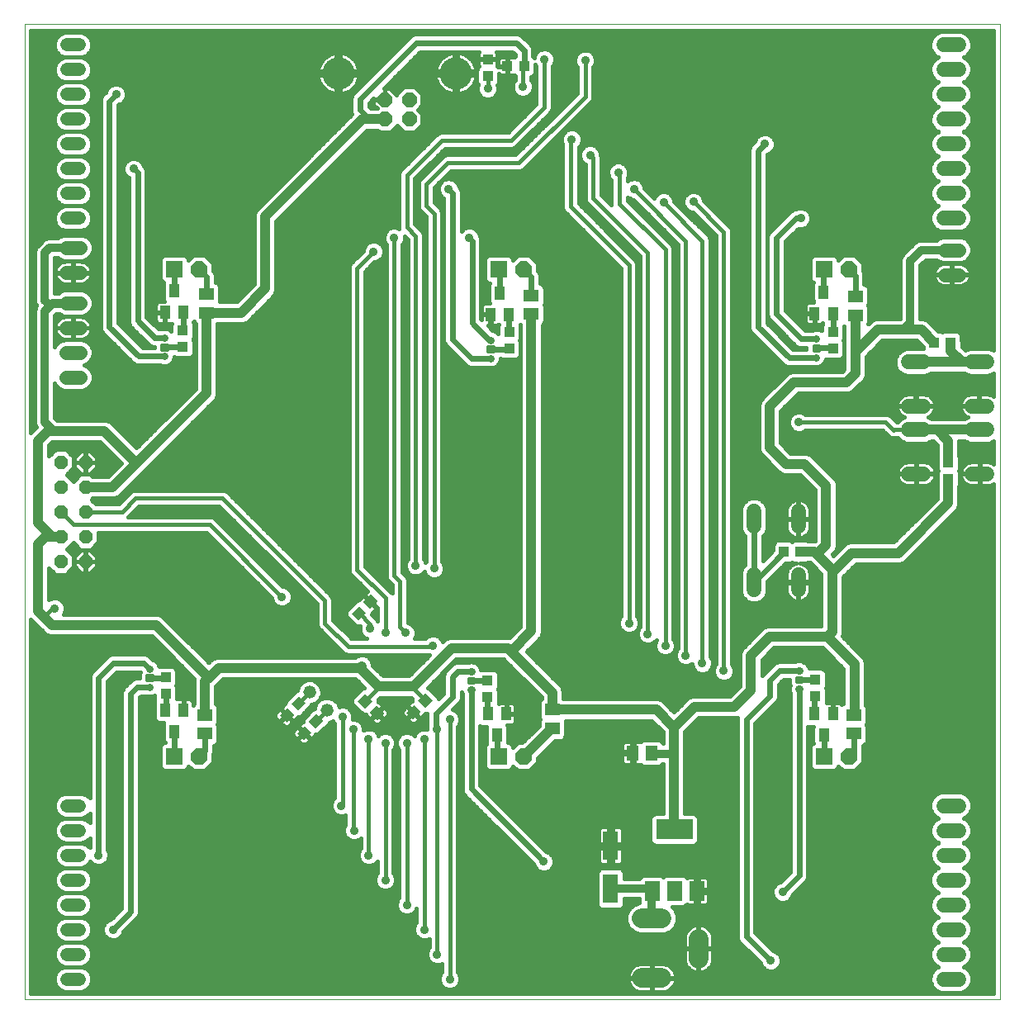
<source format=gbl>
G75*
%MOIN*%
%OFA0B0*%
%FSLAX24Y24*%
%IPPOS*%
%LPD*%
%AMOC8*
5,1,8,0,0,1.08239X$1,22.5*
%
%ADD10C,0.0000*%
%ADD11C,0.0520*%
%ADD12C,0.0600*%
%ADD13C,0.0787*%
%ADD14R,0.0591X0.0787*%
%ADD15R,0.1496X0.0787*%
%ADD16R,0.0660X0.0660*%
%ADD17OC8,0.0660*%
%ADD18C,0.0520*%
%ADD19R,0.0433X0.0394*%
%ADD20R,0.0512X0.0591*%
%ADD21R,0.0630X0.1181*%
%ADD22R,0.0394X0.0433*%
%ADD23OC8,0.0574*%
%ADD24C,0.1306*%
%ADD25R,0.0394X0.0551*%
%ADD26R,0.0591X0.0512*%
%ADD27C,0.0300*%
%ADD28C,0.0150*%
%ADD29OC8,0.0560*%
%ADD30C,0.0560*%
%ADD31C,0.0160*%
%ADD32C,0.0356*%
%ADD33C,0.0320*%
%ADD34C,0.0400*%
%ADD35C,0.0240*%
D10*
X001661Y002241D02*
X001661Y041611D01*
X041032Y041611D01*
X041032Y002241D01*
X001661Y002241D01*
D11*
X013166Y014646D03*
X013873Y013939D03*
D12*
X031114Y018791D02*
X031114Y019391D01*
X032894Y019391D02*
X032894Y018791D01*
X032894Y021351D02*
X032894Y021951D01*
X031114Y021951D02*
X031114Y021351D01*
X037357Y023465D02*
X037957Y023465D01*
X037957Y025245D02*
X037357Y025245D01*
X037345Y026197D02*
X037945Y026197D01*
X037945Y027977D02*
X037345Y027977D01*
X039905Y027977D02*
X040505Y027977D01*
X040505Y026197D02*
X039905Y026197D01*
X039917Y025245D02*
X040517Y025245D01*
X040517Y023465D02*
X039917Y023465D01*
X039363Y033780D02*
X038763Y033780D01*
X038763Y034780D02*
X039363Y034780D01*
X039363Y035780D02*
X038763Y035780D01*
X038763Y036780D02*
X039363Y036780D01*
X039363Y037780D02*
X038763Y037780D01*
X038763Y038780D02*
X039363Y038780D01*
X039363Y039780D02*
X038763Y039780D01*
X038763Y040780D02*
X039363Y040780D01*
X039363Y010072D02*
X038763Y010072D01*
X038763Y009072D02*
X039363Y009072D01*
X039363Y008072D02*
X038763Y008072D01*
X038763Y007072D02*
X039363Y007072D01*
X039363Y006072D02*
X038763Y006072D01*
X038763Y005072D02*
X039363Y005072D01*
X039363Y004072D02*
X038763Y004072D01*
X038763Y003072D02*
X039363Y003072D01*
D13*
X028874Y003906D02*
X028874Y004694D01*
X027378Y005520D02*
X026591Y005520D01*
X026591Y003119D02*
X027378Y003119D01*
D14*
X026996Y006627D03*
X027902Y006627D03*
X028807Y006627D03*
D15*
X027902Y009107D03*
D16*
X033937Y012044D03*
X020807Y012044D03*
X007717Y012044D03*
X007717Y031729D03*
X020807Y031729D03*
X033937Y031729D03*
D17*
X034937Y031729D03*
X021807Y031729D03*
X008717Y031729D03*
X008717Y012044D03*
X021807Y012044D03*
X034937Y012044D03*
D18*
X003890Y010072D02*
X003370Y010072D01*
X003370Y009072D02*
X003890Y009072D01*
X003890Y008072D02*
X003370Y008072D01*
X003370Y007072D02*
X003890Y007072D01*
X003890Y006072D02*
X003370Y006072D01*
X003370Y005072D02*
X003890Y005072D01*
X003890Y004072D02*
X003370Y004072D01*
X003370Y003072D02*
X003890Y003072D01*
X003890Y033780D02*
X003370Y033780D01*
X003370Y034780D02*
X003890Y034780D01*
X003890Y035780D02*
X003370Y035780D01*
X003370Y036780D02*
X003890Y036780D01*
X003890Y037780D02*
X003370Y037780D01*
X003370Y038780D02*
X003890Y038780D01*
X003890Y039780D02*
X003370Y039780D01*
X003370Y040780D02*
X003890Y040780D01*
D19*
X008047Y029269D03*
X008047Y028599D03*
G36*
X015930Y018329D02*
X015625Y018024D01*
X015346Y018303D01*
X015651Y018608D01*
X015930Y018329D01*
G37*
G36*
X015457Y017856D02*
X015152Y017551D01*
X014873Y017830D01*
X015178Y018135D01*
X015457Y017856D01*
G37*
G36*
X015426Y013997D02*
X015121Y014302D01*
X015400Y014581D01*
X015705Y014276D01*
X015426Y013997D01*
G37*
G36*
X015899Y013523D02*
X015594Y013828D01*
X015873Y014107D01*
X016178Y013802D01*
X015899Y013523D01*
G37*
G36*
X017078Y013834D02*
X017383Y014139D01*
X017662Y013860D01*
X017357Y013555D01*
X017078Y013834D01*
G37*
G36*
X017551Y014307D02*
X017856Y014612D01*
X018135Y014333D01*
X017830Y014028D01*
X017551Y014307D01*
G37*
X020354Y014461D03*
X020354Y015131D03*
G36*
X013142Y013469D02*
X013447Y013774D01*
X013726Y013495D01*
X013421Y013190D01*
X013142Y013469D01*
G37*
G36*
X012668Y012995D02*
X012973Y013300D01*
X013252Y013021D01*
X012947Y012716D01*
X012668Y012995D01*
G37*
G36*
X011960Y013712D02*
X012265Y014017D01*
X012544Y013738D01*
X012239Y013433D01*
X011960Y013712D01*
G37*
G36*
X012433Y014185D02*
X012738Y014490D01*
X013017Y014211D01*
X012712Y013906D01*
X012433Y014185D01*
G37*
X007362Y014576D03*
X007362Y015245D03*
X021228Y028517D03*
X021228Y029186D03*
X021158Y039918D03*
X021827Y039918D03*
X034299Y029202D03*
X034299Y028532D03*
X038953Y023918D03*
X038953Y023249D03*
X033591Y015170D03*
X033591Y014501D03*
D20*
X026961Y012198D03*
X026213Y012198D03*
D21*
X025323Y008450D03*
X025323Y006717D03*
D22*
X032315Y020320D03*
X032984Y020320D03*
X038386Y028769D03*
X039055Y028769D03*
X020362Y039536D03*
X020362Y040206D03*
D23*
X017197Y038564D03*
X017197Y037776D03*
X016213Y037776D03*
X016213Y038564D03*
D24*
X014335Y039631D03*
X019075Y039631D03*
D25*
X020850Y030765D03*
X020476Y029898D03*
X021224Y029898D03*
X033547Y029938D03*
X034295Y029938D03*
X033921Y030804D03*
X033555Y013780D03*
X034303Y013780D03*
X033929Y012914D03*
X021114Y013780D03*
X020366Y013780D03*
X020740Y012914D03*
X008083Y013938D03*
X007335Y013938D03*
X007709Y013072D03*
X008075Y029977D03*
X007327Y029977D03*
X007701Y030843D03*
D26*
X009016Y030717D03*
X009016Y029969D03*
X022126Y029910D03*
X022126Y030658D03*
X035197Y030619D03*
X035197Y029871D03*
X035134Y013725D03*
X035134Y012977D03*
X022969Y013194D03*
X022969Y013942D03*
X008953Y013725D03*
X008953Y012977D03*
D27*
X006716Y014864D02*
X006702Y014864D01*
X006716Y015602D02*
X006702Y015602D01*
X007304Y028210D02*
X007318Y028210D01*
X007304Y028949D02*
X007318Y028949D01*
X020469Y028870D02*
X020483Y028870D01*
X020469Y028131D02*
X020483Y028131D01*
X019704Y015484D02*
X019690Y015484D01*
X019690Y014746D02*
X019704Y014746D01*
X032926Y014785D02*
X032940Y014785D01*
X032926Y015524D02*
X032940Y015524D01*
X033611Y028171D02*
X033625Y028171D01*
X033611Y028909D02*
X033625Y028909D01*
D28*
X033708Y028465D02*
X033528Y028465D01*
X033528Y028615D01*
X033708Y028615D01*
X033708Y028465D01*
X033708Y028614D02*
X033528Y028614D01*
X020566Y028426D02*
X020386Y028426D01*
X020386Y028576D01*
X020566Y028576D01*
X020566Y028426D01*
X020566Y028575D02*
X020386Y028575D01*
X007401Y028505D02*
X007221Y028505D01*
X007221Y028655D01*
X007401Y028655D01*
X007401Y028505D01*
X007401Y028654D02*
X007221Y028654D01*
X006799Y015308D02*
X006619Y015308D01*
X006799Y015308D02*
X006799Y015158D01*
X006619Y015158D01*
X006619Y015308D01*
X006619Y015307D02*
X006799Y015307D01*
X019607Y015040D02*
X019787Y015040D01*
X019607Y015040D02*
X019607Y015190D01*
X019787Y015190D01*
X019787Y015040D01*
X019787Y015189D02*
X019607Y015189D01*
X032843Y015079D02*
X033023Y015079D01*
X032843Y015079D02*
X032843Y015229D01*
X033023Y015229D01*
X033023Y015079D01*
X033023Y015228D02*
X032843Y015228D01*
D29*
X004130Y019926D03*
X004130Y020926D03*
X003130Y020926D03*
X003130Y019926D03*
X003130Y021926D03*
X003130Y022926D03*
X003130Y023926D03*
X004130Y023926D03*
X004130Y022926D03*
X004130Y021926D03*
D30*
X003910Y027355D02*
X003350Y027355D01*
X003350Y028355D02*
X003910Y028355D01*
X003910Y029355D02*
X003350Y029355D01*
X003350Y030355D02*
X003910Y030355D01*
X003910Y031583D02*
X003350Y031583D01*
X003350Y032583D02*
X003910Y032583D01*
X038822Y032505D02*
X039382Y032505D01*
X039382Y031505D02*
X038822Y031505D01*
D31*
X039092Y031515D02*
X038362Y031515D01*
X038362Y031541D01*
X038374Y031612D01*
X038396Y031681D01*
X038429Y031746D01*
X038472Y031804D01*
X038523Y031856D01*
X038581Y031898D01*
X038646Y031931D01*
X038715Y031953D01*
X038786Y031965D01*
X039092Y031965D01*
X039092Y031515D01*
X039092Y031495D01*
X038362Y031495D01*
X038362Y031469D01*
X038374Y031397D01*
X038396Y031328D01*
X038429Y031264D01*
X038472Y031205D01*
X038523Y031154D01*
X038581Y031111D01*
X038646Y031078D01*
X038715Y031056D01*
X038786Y031045D01*
X039092Y031045D01*
X039092Y031495D01*
X039112Y031495D01*
X039112Y031045D01*
X039419Y031045D01*
X039490Y031056D01*
X039559Y031078D01*
X039624Y031111D01*
X039682Y031154D01*
X039733Y031205D01*
X039776Y031264D01*
X039809Y031328D01*
X039831Y031397D01*
X039842Y031469D01*
X039842Y031495D01*
X039112Y031495D01*
X039112Y031515D01*
X039092Y031515D01*
X039112Y031515D02*
X039112Y031965D01*
X039419Y031965D01*
X039490Y031953D01*
X039559Y031931D01*
X039624Y031898D01*
X039682Y031856D01*
X039733Y031804D01*
X039776Y031746D01*
X039809Y031681D01*
X039831Y031612D01*
X039842Y031541D01*
X039842Y031515D01*
X039112Y031515D01*
X039112Y031563D02*
X039092Y031563D01*
X039092Y031405D02*
X039112Y031405D01*
X039112Y031246D02*
X039092Y031246D01*
X039092Y031088D02*
X039112Y031088D01*
X039578Y031088D02*
X040792Y031088D01*
X040792Y031246D02*
X039763Y031246D01*
X039832Y031405D02*
X040792Y031405D01*
X040792Y031563D02*
X039839Y031563D01*
X039788Y031722D02*
X040792Y031722D01*
X040792Y031880D02*
X039648Y031880D01*
X039617Y032039D02*
X040792Y032039D01*
X040792Y032197D02*
X039811Y032197D01*
X039823Y032210D02*
X039902Y032401D01*
X039902Y032608D01*
X039823Y032799D01*
X039677Y032946D01*
X039486Y033025D01*
X038719Y033025D01*
X038528Y032946D01*
X038487Y032905D01*
X037791Y032905D01*
X037644Y032844D01*
X037183Y032383D01*
X037070Y032271D01*
X037010Y032124D01*
X037010Y029729D01*
X037008Y029728D01*
X036023Y029728D01*
X035861Y029661D01*
X035737Y029537D01*
X035708Y029508D01*
X035732Y029567D01*
X035732Y030175D01*
X035703Y030245D01*
X035732Y030315D01*
X035732Y030923D01*
X035696Y031011D01*
X035628Y031078D01*
X035557Y031108D01*
X035557Y031541D01*
X035507Y031661D01*
X035507Y031965D01*
X035173Y032299D01*
X034701Y032299D01*
X034507Y032105D01*
X034507Y032107D01*
X034471Y032195D01*
X034403Y032263D01*
X034315Y032299D01*
X033559Y032299D01*
X033471Y032263D01*
X033404Y032195D01*
X033367Y032107D01*
X033367Y031351D01*
X033404Y031263D01*
X033471Y031196D01*
X033507Y031181D01*
X033484Y031127D01*
X033484Y030481D01*
X033521Y030393D01*
X033327Y030393D01*
X033281Y030381D01*
X033240Y030357D01*
X033206Y030324D01*
X033183Y030283D01*
X033170Y030237D01*
X033170Y029956D01*
X033529Y029956D01*
X033529Y029919D01*
X033566Y029919D01*
X033566Y029482D01*
X033768Y029482D01*
X033814Y029494D01*
X033855Y029518D01*
X033886Y029549D01*
X033888Y029543D01*
X033879Y029534D01*
X033843Y029446D01*
X033843Y029242D01*
X033703Y029299D01*
X033533Y029299D01*
X033461Y029269D01*
X033174Y029269D01*
X032376Y030067D01*
X032376Y032844D01*
X032901Y033369D01*
X032917Y033362D01*
X033083Y033362D01*
X033237Y033426D01*
X033355Y033543D01*
X033418Y033697D01*
X033418Y033863D01*
X033355Y034017D01*
X033237Y034135D01*
X033083Y034198D01*
X032917Y034198D01*
X032777Y034140D01*
X032732Y034140D01*
X032599Y034086D01*
X031711Y033197D01*
X031656Y033065D01*
X031656Y029847D01*
X031711Y029714D01*
X031812Y029613D01*
X032821Y028604D01*
X032953Y028549D01*
X033213Y028549D01*
X033213Y028506D01*
X032677Y028506D01*
X031628Y029555D01*
X031628Y036356D01*
X031640Y036368D01*
X031780Y036426D01*
X031898Y036543D01*
X031961Y036697D01*
X031961Y036863D01*
X031898Y037017D01*
X031780Y037135D01*
X031627Y037198D01*
X031460Y037198D01*
X031307Y037135D01*
X031189Y037017D01*
X031131Y036877D01*
X030963Y036709D01*
X030908Y036576D01*
X030908Y029335D01*
X030963Y029202D01*
X031064Y029101D01*
X032222Y027943D01*
X032324Y027841D01*
X032456Y027786D01*
X033520Y027786D01*
X033533Y027781D01*
X033703Y027781D01*
X033847Y027840D01*
X033956Y027950D01*
X034016Y028093D01*
X034016Y028103D01*
X034035Y028095D01*
X034564Y028095D01*
X034652Y028132D01*
X034719Y028199D01*
X034756Y028288D01*
X034756Y028777D01*
X034719Y028865D01*
X034717Y028867D01*
X034719Y028869D01*
X034756Y028957D01*
X034756Y029421D01*
X034757Y029420D01*
X034757Y027691D01*
X034668Y027602D01*
X032637Y027602D01*
X032475Y027535D01*
X031491Y026551D01*
X031367Y026427D01*
X031300Y026265D01*
X031300Y024437D01*
X031367Y024275D01*
X032037Y023606D01*
X032160Y023482D01*
X032322Y023415D01*
X032975Y023415D01*
X033584Y022807D01*
X033584Y020770D01*
X033574Y020760D01*
X033269Y020760D01*
X033229Y020776D01*
X032740Y020776D01*
X032652Y020740D01*
X032650Y020738D01*
X032648Y020740D01*
X032560Y020776D01*
X032070Y020776D01*
X031982Y020740D01*
X031915Y020672D01*
X031878Y020584D01*
X031878Y020376D01*
X031748Y020234D01*
X031474Y019960D01*
X031474Y020947D01*
X031572Y021045D01*
X031654Y021243D01*
X031654Y022058D01*
X031572Y022257D01*
X031420Y022409D01*
X031221Y022491D01*
X031007Y022491D01*
X030808Y022409D01*
X030656Y022257D01*
X030574Y022058D01*
X030574Y021243D01*
X030656Y021045D01*
X030754Y020947D01*
X030754Y019795D01*
X030656Y019697D01*
X030574Y019498D01*
X030574Y018683D01*
X030656Y018485D01*
X030808Y018333D01*
X031007Y018251D01*
X031221Y018251D01*
X031420Y018333D01*
X031572Y018485D01*
X031654Y018683D01*
X031654Y019122D01*
X032218Y019685D01*
X032225Y019689D01*
X032268Y019736D01*
X032313Y019781D01*
X032316Y019788D01*
X032385Y019863D01*
X032560Y019863D01*
X032648Y019900D01*
X032650Y019902D01*
X032652Y019900D01*
X032740Y019863D01*
X032808Y019863D01*
X032782Y019859D01*
X032710Y019836D01*
X032642Y019801D01*
X032581Y019757D01*
X032528Y019704D01*
X032483Y019642D01*
X032449Y019575D01*
X032426Y019503D01*
X032414Y019429D01*
X032414Y019111D01*
X032874Y019111D01*
X032874Y019071D01*
X032414Y019071D01*
X032414Y018753D01*
X032426Y018678D01*
X032449Y018607D01*
X032483Y018539D01*
X032528Y018478D01*
X032581Y018425D01*
X032642Y018380D01*
X032710Y018346D01*
X032782Y018323D01*
X032856Y018311D01*
X032874Y018311D01*
X032874Y019071D01*
X032914Y019071D01*
X032914Y019111D01*
X033374Y019111D01*
X033374Y019429D01*
X033362Y019503D01*
X033339Y019575D01*
X033305Y019642D01*
X033260Y019704D01*
X033207Y019757D01*
X033146Y019801D01*
X033078Y019836D01*
X033006Y019859D01*
X032980Y019863D01*
X033229Y019863D01*
X033269Y019880D01*
X033361Y019880D01*
X033400Y019840D01*
X033400Y019840D01*
X033820Y019421D01*
X033820Y017327D01*
X031653Y017327D01*
X031491Y017260D01*
X030619Y016388D01*
X030552Y016226D01*
X030552Y014904D01*
X030141Y014492D01*
X028621Y014492D01*
X028459Y014425D01*
X027882Y013847D01*
X027538Y014191D01*
X027415Y014315D01*
X027253Y014382D01*
X023419Y014382D01*
X023409Y014392D01*
X023409Y014722D01*
X023342Y014884D01*
X021929Y016296D01*
X022499Y016866D01*
X022566Y017027D01*
X022566Y029460D01*
X022625Y029518D01*
X022661Y029607D01*
X022661Y030214D01*
X022632Y030284D01*
X022661Y030355D01*
X022661Y030962D01*
X022625Y031050D01*
X022557Y031118D01*
X022486Y031147D01*
X022486Y031482D01*
X022431Y031614D01*
X022377Y031668D01*
X022377Y031965D01*
X022043Y032299D01*
X021571Y032299D01*
X021377Y032105D01*
X021377Y032107D01*
X021341Y032195D01*
X021273Y032263D01*
X021185Y032299D01*
X020429Y032299D01*
X020341Y032263D01*
X020274Y032195D01*
X020237Y032107D01*
X020237Y031351D01*
X020274Y031263D01*
X020341Y031196D01*
X020429Y031159D01*
X020443Y031159D01*
X020414Y031088D01*
X020092Y031088D01*
X020092Y031246D02*
X020290Y031246D01*
X020237Y031405D02*
X020092Y031405D01*
X020092Y031563D02*
X020237Y031563D01*
X020237Y031722D02*
X020092Y031722D01*
X020092Y031880D02*
X020237Y031880D01*
X020237Y032039D02*
X020092Y032039D01*
X020092Y032197D02*
X020276Y032197D01*
X020092Y032356D02*
X025149Y032356D01*
X024991Y032514D02*
X020092Y032514D01*
X020092Y032673D02*
X024832Y032673D01*
X024674Y032831D02*
X020092Y032831D01*
X020092Y032942D02*
X020038Y033075D01*
X020027Y033086D01*
X019969Y033226D01*
X019851Y033343D01*
X019697Y033407D01*
X019531Y033407D01*
X019377Y033343D01*
X019305Y033271D01*
X019305Y034872D01*
X019250Y035004D01*
X019200Y035054D01*
X019142Y035194D01*
X019024Y035312D01*
X018871Y035376D01*
X018704Y035376D01*
X018551Y035312D01*
X018433Y035194D01*
X018369Y035041D01*
X018369Y034874D01*
X018433Y034721D01*
X018551Y034603D01*
X018585Y034589D01*
X018585Y028823D01*
X018640Y028691D01*
X018741Y028589D01*
X019504Y027826D01*
X019636Y027771D01*
X020319Y027771D01*
X020391Y027741D01*
X020562Y027741D01*
X020705Y027801D01*
X020815Y027911D01*
X020874Y028054D01*
X020874Y028118D01*
X020876Y028116D01*
X020964Y028080D01*
X021493Y028080D01*
X021581Y028116D01*
X021648Y028184D01*
X021685Y028272D01*
X021685Y028761D01*
X021648Y028849D01*
X021647Y028851D01*
X021648Y028853D01*
X021685Y028941D01*
X021685Y029430D01*
X021664Y029482D01*
X021686Y029460D01*
X021686Y017297D01*
X021243Y016854D01*
X018818Y016854D01*
X018656Y016787D01*
X018549Y016680D01*
X018512Y016769D01*
X018394Y016887D01*
X018241Y016950D01*
X018074Y016950D01*
X017921Y016887D01*
X017847Y016813D01*
X017412Y016813D01*
X017473Y016961D01*
X017473Y017127D01*
X017410Y017281D01*
X017292Y017399D01*
X017139Y017462D01*
X017139Y019194D01*
X017090Y019312D01*
X016903Y019499D01*
X016903Y032718D01*
X016937Y032752D01*
X017001Y032906D01*
X017001Y033063D01*
X017129Y032935D01*
X017129Y020032D01*
X017094Y019997D01*
X017031Y019844D01*
X017031Y019677D01*
X017094Y019524D01*
X017212Y019406D01*
X017366Y019343D01*
X017532Y019343D01*
X017686Y019406D01*
X017796Y019517D01*
X017842Y019406D01*
X017960Y019288D01*
X018114Y019224D01*
X018280Y019224D01*
X018434Y019288D01*
X018551Y019406D01*
X018615Y019559D01*
X018615Y019726D01*
X018551Y019879D01*
X018517Y019914D01*
X018517Y034037D01*
X018468Y034154D01*
X018202Y034421D01*
X018202Y035022D01*
X018881Y035700D01*
X021686Y035700D01*
X021803Y035749D01*
X021893Y035839D01*
X024571Y038516D01*
X024619Y038634D01*
X024619Y039883D01*
X024654Y039917D01*
X024717Y040071D01*
X024717Y040237D01*
X024654Y040391D01*
X024536Y040509D01*
X024382Y040572D01*
X024216Y040572D01*
X024062Y040509D01*
X023945Y040391D01*
X023881Y040237D01*
X023881Y040071D01*
X023945Y039917D01*
X023979Y039883D01*
X023979Y038830D01*
X021490Y036340D01*
X018684Y036340D01*
X018567Y036292D01*
X017701Y035426D01*
X017611Y035336D01*
X017562Y035218D01*
X017562Y034225D01*
X017611Y034107D01*
X017701Y034017D01*
X017877Y033841D01*
X017877Y019914D01*
X017849Y019886D01*
X017803Y019997D01*
X017769Y020032D01*
X017769Y033131D01*
X017720Y033249D01*
X017630Y033339D01*
X017415Y033555D01*
X017415Y035376D01*
X018644Y036606D01*
X021371Y036606D01*
X021488Y036655D01*
X022827Y037993D01*
X022917Y038083D01*
X022966Y038201D01*
X022966Y039922D01*
X023000Y039957D01*
X023064Y040111D01*
X023064Y040277D01*
X023000Y040431D01*
X022883Y040548D01*
X022729Y040612D01*
X022563Y040612D01*
X022409Y040548D01*
X022291Y040431D01*
X022228Y040277D01*
X022228Y040270D01*
X022187Y040311D01*
X022187Y040612D01*
X022132Y040744D01*
X022031Y040845D01*
X021708Y041168D01*
X021576Y041223D01*
X017417Y041223D01*
X017284Y041168D01*
X017183Y041067D01*
X014900Y038783D01*
X014845Y038651D01*
X014845Y038075D01*
X014885Y037977D01*
X011137Y034228D01*
X011013Y034104D01*
X010946Y033943D01*
X010946Y031124D01*
X010231Y030409D01*
X009549Y030409D01*
X009551Y030414D01*
X009551Y031021D01*
X009515Y031109D01*
X009447Y031177D01*
X009376Y031206D01*
X009376Y031502D01*
X009321Y031634D01*
X009287Y031668D01*
X009287Y031965D01*
X008953Y032299D01*
X008481Y032299D01*
X008287Y032105D01*
X008287Y032107D01*
X008250Y032195D01*
X008183Y032263D01*
X008094Y032299D01*
X007339Y032299D01*
X007251Y032263D01*
X007183Y032195D01*
X007147Y032107D01*
X007147Y031351D01*
X007183Y031263D01*
X007251Y031196D01*
X007272Y031187D01*
X007264Y031167D01*
X007264Y030520D01*
X007300Y030433D01*
X007106Y030433D01*
X007061Y030420D01*
X007019Y030397D01*
X006986Y030363D01*
X006962Y030322D01*
X006950Y030276D01*
X006950Y029996D01*
X007308Y029996D01*
X007308Y029959D01*
X006950Y029959D01*
X006950Y029678D01*
X006962Y029632D01*
X006986Y029591D01*
X007019Y029558D01*
X007061Y029534D01*
X007106Y029522D01*
X007308Y029522D01*
X007308Y029959D01*
X007345Y029959D01*
X007345Y029522D01*
X007547Y029522D01*
X007593Y029534D01*
X007601Y029539D01*
X007591Y029513D01*
X007591Y029228D01*
X007539Y029279D01*
X007396Y029339D01*
X007226Y029339D01*
X007154Y029309D01*
X007071Y029309D01*
X006588Y029792D01*
X006588Y035694D01*
X006534Y035827D01*
X006484Y035877D01*
X006425Y036017D01*
X006308Y036135D01*
X006154Y036198D01*
X005988Y036198D01*
X005834Y036135D01*
X005716Y036017D01*
X005653Y035863D01*
X005653Y035697D01*
X005716Y035543D01*
X005834Y035426D01*
X005868Y035412D01*
X005868Y029571D01*
X005923Y029439D01*
X006025Y029337D01*
X006718Y028644D01*
X006851Y028589D01*
X006906Y028589D01*
X006906Y028570D01*
X006432Y028570D01*
X005447Y029555D01*
X005447Y038356D01*
X005459Y038368D01*
X005599Y038426D01*
X005717Y038543D01*
X005780Y038697D01*
X005780Y038863D01*
X005717Y039017D01*
X005599Y039135D01*
X005445Y039198D01*
X005279Y039198D01*
X005125Y039135D01*
X005008Y039017D01*
X004950Y038877D01*
X004883Y038810D01*
X004883Y038810D01*
X004781Y038709D01*
X004727Y038576D01*
X004727Y029335D01*
X004781Y029202D01*
X005978Y028006D01*
X006079Y027905D01*
X006211Y027850D01*
X007154Y027850D01*
X007226Y027820D01*
X007396Y027820D01*
X007539Y027880D01*
X007649Y027989D01*
X007709Y028133D01*
X007709Y028193D01*
X007783Y028162D01*
X008312Y028162D01*
X008400Y028199D01*
X008467Y028266D01*
X008504Y028355D01*
X008504Y028844D01*
X008467Y028932D01*
X008465Y028934D01*
X008467Y028936D01*
X008504Y029024D01*
X008504Y029513D01*
X008479Y029574D01*
X008499Y029622D01*
X008517Y029577D01*
X008576Y029519D01*
X008576Y026904D01*
X006189Y024517D01*
X005139Y025567D01*
X004977Y025634D01*
X002968Y025634D01*
X002888Y025714D01*
X002888Y027111D01*
X002909Y027061D01*
X003055Y026914D01*
X003247Y026835D01*
X004013Y026835D01*
X004205Y026914D01*
X004351Y027061D01*
X004430Y027252D01*
X004430Y027459D01*
X004351Y027650D01*
X004205Y027796D01*
X004062Y027855D01*
X004205Y027914D01*
X004351Y028061D01*
X004430Y028252D01*
X004430Y028459D01*
X004351Y028650D01*
X004205Y028796D01*
X004013Y028875D01*
X003247Y028875D01*
X003055Y028796D01*
X002909Y028650D01*
X002888Y028599D01*
X002888Y029871D01*
X002930Y029912D01*
X003061Y029912D01*
X003247Y029835D01*
X004013Y029835D01*
X004205Y029914D01*
X004351Y030061D01*
X004430Y030252D01*
X004430Y030459D01*
X004351Y030650D01*
X004205Y030796D01*
X004013Y030875D01*
X003247Y030875D01*
X003055Y030796D01*
X003015Y030755D01*
X002888Y030755D01*
X002888Y032183D01*
X003015Y032183D01*
X003055Y032143D01*
X003247Y032063D01*
X004013Y032063D01*
X004205Y032143D01*
X004351Y032289D01*
X004430Y032480D01*
X004430Y032687D01*
X004351Y032878D01*
X004205Y033024D01*
X004013Y033103D01*
X003247Y033103D01*
X003055Y033024D01*
X003015Y032983D01*
X002594Y032983D01*
X002447Y032923D01*
X002262Y032738D01*
X002149Y032625D01*
X002088Y032478D01*
X002088Y030390D01*
X002145Y030253D01*
X002088Y030116D01*
X002088Y025468D01*
X002138Y025348D01*
X001901Y025111D01*
X001901Y041371D01*
X040792Y041371D01*
X040792Y028443D01*
X040613Y028517D01*
X039798Y028517D01*
X039643Y028453D01*
X039495Y028601D01*
X039495Y028856D01*
X039492Y028864D01*
X039492Y029033D01*
X039456Y029121D01*
X039388Y029189D01*
X039300Y029225D01*
X038811Y029225D01*
X038722Y029189D01*
X038721Y029187D01*
X038719Y029189D01*
X038630Y029225D01*
X038552Y029225D01*
X038115Y029661D01*
X037954Y029728D01*
X037810Y029728D01*
X037810Y031878D01*
X038036Y032105D01*
X038487Y032105D01*
X038528Y032064D01*
X038719Y031985D01*
X039486Y031985D01*
X039677Y032064D01*
X039823Y032210D01*
X039884Y032356D02*
X040792Y032356D01*
X040792Y032514D02*
X039902Y032514D01*
X039876Y032673D02*
X040792Y032673D01*
X040792Y032831D02*
X039791Y032831D01*
X039570Y032990D02*
X040792Y032990D01*
X040792Y033148D02*
X032681Y033148D01*
X032522Y032990D02*
X038635Y032990D01*
X038656Y033240D02*
X039470Y033240D01*
X039669Y033323D01*
X039821Y033474D01*
X039903Y033673D01*
X039903Y033888D01*
X039821Y034086D01*
X039669Y034238D01*
X039567Y034280D01*
X039669Y034323D01*
X039821Y034474D01*
X039903Y034673D01*
X039903Y034888D01*
X039821Y035086D01*
X039669Y035238D01*
X039567Y035280D01*
X039669Y035323D01*
X039821Y035474D01*
X039903Y035673D01*
X039903Y035888D01*
X039821Y036086D01*
X039669Y036238D01*
X039567Y036280D01*
X039669Y036323D01*
X039821Y036474D01*
X039903Y036673D01*
X039903Y036888D01*
X039821Y037086D01*
X039669Y037238D01*
X039567Y037280D01*
X039669Y037323D01*
X039821Y037474D01*
X039903Y037673D01*
X039903Y037888D01*
X039821Y038086D01*
X039669Y038238D01*
X039567Y038280D01*
X039669Y038323D01*
X039821Y038474D01*
X039903Y038673D01*
X039903Y038888D01*
X039821Y039086D01*
X039669Y039238D01*
X039567Y039280D01*
X039669Y039323D01*
X039821Y039474D01*
X039903Y039673D01*
X039903Y039888D01*
X039821Y040086D01*
X039669Y040238D01*
X039567Y040280D01*
X039669Y040323D01*
X039821Y040474D01*
X039903Y040673D01*
X039903Y040888D01*
X039821Y041086D01*
X039669Y041238D01*
X039470Y041320D01*
X038656Y041320D01*
X038457Y041238D01*
X038305Y041086D01*
X038223Y040888D01*
X038223Y040673D01*
X038305Y040474D01*
X038457Y040323D01*
X038559Y040280D01*
X038457Y040238D01*
X038305Y040086D01*
X038223Y039888D01*
X038223Y039673D01*
X038305Y039474D01*
X038457Y039323D01*
X038559Y039280D01*
X038457Y039238D01*
X038305Y039086D01*
X038223Y038888D01*
X038223Y038673D01*
X038305Y038474D01*
X038457Y038323D01*
X038559Y038280D01*
X038457Y038238D01*
X038305Y038086D01*
X038223Y037888D01*
X038223Y037673D01*
X038305Y037474D01*
X038457Y037323D01*
X038559Y037280D01*
X038457Y037238D01*
X038305Y037086D01*
X038223Y036888D01*
X038223Y036673D01*
X038305Y036474D01*
X038457Y036323D01*
X038559Y036280D01*
X038457Y036238D01*
X038305Y036086D01*
X038223Y035888D01*
X038223Y035673D01*
X038305Y035474D01*
X038457Y035323D01*
X038559Y035280D01*
X038457Y035238D01*
X038305Y035086D01*
X038223Y034888D01*
X038223Y034673D01*
X038305Y034474D01*
X038457Y034323D01*
X038559Y034280D01*
X038457Y034238D01*
X038305Y034086D01*
X038223Y033888D01*
X038223Y033673D01*
X038305Y033474D01*
X038457Y033323D01*
X038656Y033240D01*
X038495Y033307D02*
X032839Y033307D01*
X033277Y033465D02*
X038314Y033465D01*
X038243Y033624D02*
X033388Y033624D01*
X033418Y033782D02*
X038223Y033782D01*
X038245Y033941D02*
X033386Y033941D01*
X033272Y034099D02*
X038319Y034099D01*
X038505Y034258D02*
X031628Y034258D01*
X031628Y034416D02*
X038363Y034416D01*
X038264Y034575D02*
X031628Y034575D01*
X031628Y034733D02*
X038223Y034733D01*
X038225Y034892D02*
X031628Y034892D01*
X031628Y035050D02*
X038290Y035050D01*
X038428Y035209D02*
X031628Y035209D01*
X031628Y035367D02*
X038412Y035367D01*
X038284Y035526D02*
X031628Y035526D01*
X031628Y035684D02*
X038223Y035684D01*
X038223Y035843D02*
X031628Y035843D01*
X031628Y036001D02*
X038270Y036001D01*
X038379Y036160D02*
X031628Y036160D01*
X031628Y036318D02*
X038467Y036318D01*
X038304Y036477D02*
X031831Y036477D01*
X031936Y036635D02*
X038239Y036635D01*
X038223Y036794D02*
X031961Y036794D01*
X031925Y036952D02*
X038250Y036952D01*
X038330Y037111D02*
X031804Y037111D01*
X031283Y037111D02*
X024140Y037111D01*
X024166Y037049D02*
X024103Y037202D01*
X023985Y037320D01*
X023831Y037383D01*
X023665Y037383D01*
X023511Y037320D01*
X023394Y037202D01*
X023330Y037049D01*
X023330Y036882D01*
X023389Y036740D01*
X023389Y034185D01*
X023437Y034068D01*
X025751Y031754D01*
X025751Y017709D01*
X025716Y017675D01*
X025653Y017521D01*
X025653Y017355D01*
X025716Y017201D01*
X025834Y017083D01*
X025988Y017020D01*
X026154Y017020D01*
X026308Y017083D01*
X026425Y017201D01*
X026489Y017355D01*
X026489Y017521D01*
X026425Y017675D01*
X026391Y017709D01*
X026391Y031950D01*
X026342Y032068D01*
X024029Y034381D01*
X024029Y036655D01*
X024103Y036729D01*
X024166Y036882D01*
X024166Y037049D01*
X024166Y036952D02*
X031162Y036952D01*
X031048Y036794D02*
X024130Y036794D01*
X024259Y036690D02*
X024142Y036572D01*
X024078Y036419D01*
X024078Y036252D01*
X024142Y036099D01*
X024259Y035981D01*
X024294Y035966D01*
X024294Y034539D01*
X024343Y034422D01*
X024433Y034332D01*
X026499Y032266D01*
X026499Y017276D01*
X026465Y017242D01*
X026401Y017088D01*
X026401Y016922D01*
X026465Y016768D01*
X026582Y016650D01*
X026736Y016587D01*
X026902Y016587D01*
X027056Y016650D01*
X027172Y016767D01*
X027110Y016615D01*
X027110Y016449D01*
X027173Y016295D01*
X027291Y016178D01*
X027444Y016114D01*
X027611Y016114D01*
X027764Y016178D01*
X027882Y016295D01*
X027946Y016449D01*
X027946Y016615D01*
X027882Y016769D01*
X027848Y016804D01*
X027848Y032580D01*
X027799Y032698D01*
X025997Y034499D01*
X025997Y034637D01*
X026031Y034603D01*
X026185Y034539D01*
X026233Y034539D01*
X028034Y032738D01*
X028034Y016410D01*
X028000Y016375D01*
X027936Y016222D01*
X027936Y016055D01*
X028000Y015902D01*
X028118Y015784D01*
X028271Y015720D01*
X028438Y015720D01*
X028591Y015784D01*
X028606Y015798D01*
X028606Y015740D01*
X028669Y015587D01*
X028787Y015469D01*
X028941Y015406D01*
X029107Y015406D01*
X029261Y015469D01*
X029378Y015587D01*
X029442Y015740D01*
X029442Y015907D01*
X029378Y016060D01*
X029344Y016095D01*
X029344Y032935D01*
X029295Y033052D01*
X027887Y034460D01*
X027887Y034509D01*
X027823Y034663D01*
X027705Y034780D01*
X027552Y034844D01*
X027385Y034844D01*
X027232Y034780D01*
X027114Y034663D01*
X027085Y034593D01*
X026686Y034992D01*
X026686Y035041D01*
X026622Y035194D01*
X026505Y035312D01*
X026351Y035376D01*
X026185Y035376D01*
X026031Y035312D01*
X025997Y035278D01*
X025997Y035402D01*
X026056Y035544D01*
X026056Y035710D01*
X025992Y035864D01*
X025875Y035981D01*
X025721Y036045D01*
X025555Y036045D01*
X025401Y035981D01*
X025283Y035864D01*
X025220Y035710D01*
X025220Y035544D01*
X025283Y035390D01*
X025357Y035316D01*
X025357Y034313D01*
X024934Y034736D01*
X024934Y036281D01*
X024914Y036329D01*
X024914Y036419D01*
X024851Y036572D01*
X024733Y036690D01*
X024579Y036754D01*
X024413Y036754D01*
X024259Y036690D01*
X024205Y036635D02*
X024029Y036635D01*
X024029Y036477D02*
X024102Y036477D01*
X024078Y036318D02*
X024029Y036318D01*
X024029Y036160D02*
X024116Y036160D01*
X024029Y036001D02*
X024239Y036001D01*
X024294Y035843D02*
X024029Y035843D01*
X024029Y035684D02*
X024294Y035684D01*
X024294Y035526D02*
X024029Y035526D01*
X024029Y035367D02*
X024294Y035367D01*
X024294Y035209D02*
X024029Y035209D01*
X024029Y035050D02*
X024294Y035050D01*
X024294Y034892D02*
X024029Y034892D01*
X024029Y034733D02*
X024294Y034733D01*
X024294Y034575D02*
X024029Y034575D01*
X024029Y034416D02*
X024348Y034416D01*
X024507Y034258D02*
X024152Y034258D01*
X024311Y034099D02*
X024665Y034099D01*
X024824Y033941D02*
X024469Y033941D01*
X024628Y033782D02*
X024982Y033782D01*
X025141Y033624D02*
X024786Y033624D01*
X024945Y033465D02*
X025299Y033465D01*
X025458Y033307D02*
X025103Y033307D01*
X025262Y033148D02*
X025616Y033148D01*
X025775Y032990D02*
X025420Y032990D01*
X025579Y032831D02*
X025933Y032831D01*
X026092Y032673D02*
X025737Y032673D01*
X025896Y032514D02*
X026250Y032514D01*
X026409Y032356D02*
X026054Y032356D01*
X026213Y032197D02*
X026499Y032197D01*
X026499Y032039D02*
X026354Y032039D01*
X026391Y031880D02*
X026499Y031880D01*
X026499Y031722D02*
X026391Y031722D01*
X026391Y031563D02*
X026499Y031563D01*
X026499Y031405D02*
X026391Y031405D01*
X026391Y031246D02*
X026499Y031246D01*
X026499Y031088D02*
X026391Y031088D01*
X026391Y030929D02*
X026499Y030929D01*
X026499Y030771D02*
X026391Y030771D01*
X026391Y030612D02*
X026499Y030612D01*
X026499Y030454D02*
X026391Y030454D01*
X026391Y030295D02*
X026499Y030295D01*
X026499Y030137D02*
X026391Y030137D01*
X026391Y029978D02*
X026499Y029978D01*
X026499Y029820D02*
X026391Y029820D01*
X026391Y029661D02*
X026499Y029661D01*
X026499Y029503D02*
X026391Y029503D01*
X026391Y029344D02*
X026499Y029344D01*
X026499Y029186D02*
X026391Y029186D01*
X026391Y029027D02*
X026499Y029027D01*
X026499Y028869D02*
X026391Y028869D01*
X026391Y028710D02*
X026499Y028710D01*
X026499Y028552D02*
X026391Y028552D01*
X026391Y028393D02*
X026499Y028393D01*
X026499Y028235D02*
X026391Y028235D01*
X026391Y028076D02*
X026499Y028076D01*
X026499Y027918D02*
X026391Y027918D01*
X026391Y027759D02*
X026499Y027759D01*
X026499Y027601D02*
X026391Y027601D01*
X026391Y027442D02*
X026499Y027442D01*
X026499Y027284D02*
X026391Y027284D01*
X026391Y027125D02*
X026499Y027125D01*
X026499Y026967D02*
X026391Y026967D01*
X026391Y026808D02*
X026499Y026808D01*
X026499Y026650D02*
X026391Y026650D01*
X026391Y026491D02*
X026499Y026491D01*
X026499Y026333D02*
X026391Y026333D01*
X026391Y026174D02*
X026499Y026174D01*
X026499Y026016D02*
X026391Y026016D01*
X026391Y025857D02*
X026499Y025857D01*
X026499Y025699D02*
X026391Y025699D01*
X026391Y025540D02*
X026499Y025540D01*
X026499Y025382D02*
X026391Y025382D01*
X026391Y025223D02*
X026499Y025223D01*
X026499Y025065D02*
X026391Y025065D01*
X026391Y024906D02*
X026499Y024906D01*
X026499Y024748D02*
X026391Y024748D01*
X026391Y024589D02*
X026499Y024589D01*
X026499Y024431D02*
X026391Y024431D01*
X026391Y024272D02*
X026499Y024272D01*
X026499Y024114D02*
X026391Y024114D01*
X026391Y023955D02*
X026499Y023955D01*
X026499Y023797D02*
X026391Y023797D01*
X026391Y023638D02*
X026499Y023638D01*
X026499Y023480D02*
X026391Y023480D01*
X026391Y023321D02*
X026499Y023321D01*
X026499Y023163D02*
X026391Y023163D01*
X026391Y023004D02*
X026499Y023004D01*
X026499Y022846D02*
X026391Y022846D01*
X026391Y022687D02*
X026499Y022687D01*
X026499Y022529D02*
X026391Y022529D01*
X026391Y022370D02*
X026499Y022370D01*
X026499Y022212D02*
X026391Y022212D01*
X026391Y022053D02*
X026499Y022053D01*
X026499Y021895D02*
X026391Y021895D01*
X026391Y021736D02*
X026499Y021736D01*
X026499Y021578D02*
X026391Y021578D01*
X026391Y021419D02*
X026499Y021419D01*
X026499Y021261D02*
X026391Y021261D01*
X026391Y021102D02*
X026499Y021102D01*
X026499Y020944D02*
X026391Y020944D01*
X026391Y020785D02*
X026499Y020785D01*
X026499Y020627D02*
X026391Y020627D01*
X026391Y020468D02*
X026499Y020468D01*
X026499Y020310D02*
X026391Y020310D01*
X026391Y020151D02*
X026499Y020151D01*
X026499Y019993D02*
X026391Y019993D01*
X026391Y019834D02*
X026499Y019834D01*
X026499Y019676D02*
X026391Y019676D01*
X026391Y019517D02*
X026499Y019517D01*
X026499Y019359D02*
X026391Y019359D01*
X026391Y019200D02*
X026499Y019200D01*
X026499Y019042D02*
X026391Y019042D01*
X026391Y018883D02*
X026499Y018883D01*
X026499Y018725D02*
X026391Y018725D01*
X026391Y018566D02*
X026499Y018566D01*
X026499Y018408D02*
X026391Y018408D01*
X026391Y018249D02*
X026499Y018249D01*
X026499Y018091D02*
X026391Y018091D01*
X026391Y017932D02*
X026499Y017932D01*
X026499Y017774D02*
X026391Y017774D01*
X026450Y017615D02*
X026499Y017615D01*
X026489Y017457D02*
X026499Y017457D01*
X026499Y017298D02*
X026466Y017298D01*
X026422Y017140D02*
X026364Y017140D01*
X026401Y016981D02*
X022547Y016981D01*
X022566Y017140D02*
X025777Y017140D01*
X025676Y017298D02*
X022566Y017298D01*
X022566Y017457D02*
X025653Y017457D01*
X025692Y017615D02*
X022566Y017615D01*
X022566Y017774D02*
X025751Y017774D01*
X025751Y017932D02*
X022566Y017932D01*
X022566Y018091D02*
X025751Y018091D01*
X025751Y018249D02*
X022566Y018249D01*
X022566Y018408D02*
X025751Y018408D01*
X025751Y018566D02*
X022566Y018566D01*
X022566Y018725D02*
X025751Y018725D01*
X025751Y018883D02*
X022566Y018883D01*
X022566Y019042D02*
X025751Y019042D01*
X025751Y019200D02*
X022566Y019200D01*
X022566Y019359D02*
X025751Y019359D01*
X025751Y019517D02*
X022566Y019517D01*
X022566Y019676D02*
X025751Y019676D01*
X025751Y019834D02*
X022566Y019834D01*
X022566Y019993D02*
X025751Y019993D01*
X025751Y020151D02*
X022566Y020151D01*
X022566Y020310D02*
X025751Y020310D01*
X025751Y020468D02*
X022566Y020468D01*
X022566Y020627D02*
X025751Y020627D01*
X025751Y020785D02*
X022566Y020785D01*
X022566Y020944D02*
X025751Y020944D01*
X025751Y021102D02*
X022566Y021102D01*
X022566Y021261D02*
X025751Y021261D01*
X025751Y021419D02*
X022566Y021419D01*
X022566Y021578D02*
X025751Y021578D01*
X025751Y021736D02*
X022566Y021736D01*
X022566Y021895D02*
X025751Y021895D01*
X025751Y022053D02*
X022566Y022053D01*
X022566Y022212D02*
X025751Y022212D01*
X025751Y022370D02*
X022566Y022370D01*
X022566Y022529D02*
X025751Y022529D01*
X025751Y022687D02*
X022566Y022687D01*
X022566Y022846D02*
X025751Y022846D01*
X025751Y023004D02*
X022566Y023004D01*
X022566Y023163D02*
X025751Y023163D01*
X025751Y023321D02*
X022566Y023321D01*
X022566Y023480D02*
X025751Y023480D01*
X025751Y023638D02*
X022566Y023638D01*
X022566Y023797D02*
X025751Y023797D01*
X025751Y023955D02*
X022566Y023955D01*
X022566Y024114D02*
X025751Y024114D01*
X025751Y024272D02*
X022566Y024272D01*
X022566Y024431D02*
X025751Y024431D01*
X025751Y024589D02*
X022566Y024589D01*
X022566Y024748D02*
X025751Y024748D01*
X025751Y024906D02*
X022566Y024906D01*
X022566Y025065D02*
X025751Y025065D01*
X025751Y025223D02*
X022566Y025223D01*
X022566Y025382D02*
X025751Y025382D01*
X025751Y025540D02*
X022566Y025540D01*
X022566Y025699D02*
X025751Y025699D01*
X025751Y025857D02*
X022566Y025857D01*
X022566Y026016D02*
X025751Y026016D01*
X025751Y026174D02*
X022566Y026174D01*
X022566Y026333D02*
X025751Y026333D01*
X025751Y026491D02*
X022566Y026491D01*
X022566Y026650D02*
X025751Y026650D01*
X025751Y026808D02*
X022566Y026808D01*
X022566Y026967D02*
X025751Y026967D01*
X025751Y027125D02*
X022566Y027125D01*
X022566Y027284D02*
X025751Y027284D01*
X025751Y027442D02*
X022566Y027442D01*
X022566Y027601D02*
X025751Y027601D01*
X025751Y027759D02*
X022566Y027759D01*
X022566Y027918D02*
X025751Y027918D01*
X025751Y028076D02*
X022566Y028076D01*
X022566Y028235D02*
X025751Y028235D01*
X025751Y028393D02*
X022566Y028393D01*
X022566Y028552D02*
X025751Y028552D01*
X025751Y028710D02*
X022566Y028710D01*
X022566Y028869D02*
X025751Y028869D01*
X025751Y029027D02*
X022566Y029027D01*
X022566Y029186D02*
X025751Y029186D01*
X025751Y029344D02*
X022566Y029344D01*
X022609Y029503D02*
X025751Y029503D01*
X025751Y029661D02*
X022661Y029661D01*
X022661Y029820D02*
X025751Y029820D01*
X025751Y029978D02*
X022661Y029978D01*
X022661Y030137D02*
X025751Y030137D01*
X025751Y030295D02*
X022637Y030295D01*
X022661Y030454D02*
X025751Y030454D01*
X025751Y030612D02*
X022661Y030612D01*
X022661Y030771D02*
X025751Y030771D01*
X025751Y030929D02*
X022661Y030929D01*
X022587Y031088D02*
X025751Y031088D01*
X025751Y031246D02*
X022486Y031246D01*
X022486Y031405D02*
X025751Y031405D01*
X025751Y031563D02*
X022452Y031563D01*
X022377Y031722D02*
X025751Y031722D01*
X025625Y031880D02*
X022377Y031880D01*
X022303Y032039D02*
X025466Y032039D01*
X025308Y032197D02*
X022145Y032197D01*
X021469Y032197D02*
X021338Y032197D01*
X020414Y031088D02*
X020414Y030441D01*
X020450Y030354D01*
X020256Y030354D01*
X020210Y030342D01*
X020169Y030318D01*
X020136Y030285D01*
X020112Y030243D01*
X020100Y030198D01*
X020100Y029917D01*
X020458Y029917D01*
X020458Y029880D01*
X020100Y029880D01*
X020100Y029706D01*
X020092Y029713D01*
X020092Y032942D01*
X020073Y032990D02*
X024515Y032990D01*
X024357Y033148D02*
X020001Y033148D01*
X019888Y033307D02*
X024198Y033307D01*
X024040Y033465D02*
X019305Y033465D01*
X019305Y033307D02*
X019341Y033307D01*
X019305Y033624D02*
X023881Y033624D01*
X023723Y033782D02*
X019305Y033782D01*
X019305Y033941D02*
X023564Y033941D01*
X023424Y034099D02*
X019305Y034099D01*
X019305Y034258D02*
X023389Y034258D01*
X023389Y034416D02*
X019305Y034416D01*
X019305Y034575D02*
X023389Y034575D01*
X023389Y034733D02*
X019305Y034733D01*
X019297Y034892D02*
X023389Y034892D01*
X023389Y035050D02*
X019204Y035050D01*
X019127Y035209D02*
X023389Y035209D01*
X023389Y035367D02*
X018890Y035367D01*
X018685Y035367D02*
X018548Y035367D01*
X018448Y035209D02*
X018389Y035209D01*
X018373Y035050D02*
X018231Y035050D01*
X018202Y034892D02*
X018369Y034892D01*
X018428Y034733D02*
X018202Y034733D01*
X018202Y034575D02*
X018585Y034575D01*
X018585Y034416D02*
X018206Y034416D01*
X018365Y034258D02*
X018585Y034258D01*
X018585Y034099D02*
X018491Y034099D01*
X018517Y033941D02*
X018585Y033941D01*
X018585Y033782D02*
X018517Y033782D01*
X018517Y033624D02*
X018585Y033624D01*
X018585Y033465D02*
X018517Y033465D01*
X018517Y033307D02*
X018585Y033307D01*
X018585Y033148D02*
X018517Y033148D01*
X018517Y032990D02*
X018585Y032990D01*
X018585Y032831D02*
X018517Y032831D01*
X018517Y032673D02*
X018585Y032673D01*
X018585Y032514D02*
X018517Y032514D01*
X018517Y032356D02*
X018585Y032356D01*
X018585Y032197D02*
X018517Y032197D01*
X018517Y032039D02*
X018585Y032039D01*
X018585Y031880D02*
X018517Y031880D01*
X018517Y031722D02*
X018585Y031722D01*
X018585Y031563D02*
X018517Y031563D01*
X018517Y031405D02*
X018585Y031405D01*
X018585Y031246D02*
X018517Y031246D01*
X018517Y031088D02*
X018585Y031088D01*
X018585Y030929D02*
X018517Y030929D01*
X018517Y030771D02*
X018585Y030771D01*
X018585Y030612D02*
X018517Y030612D01*
X018517Y030454D02*
X018585Y030454D01*
X018585Y030295D02*
X018517Y030295D01*
X018517Y030137D02*
X018585Y030137D01*
X018585Y029978D02*
X018517Y029978D01*
X018517Y029820D02*
X018585Y029820D01*
X018585Y029661D02*
X018517Y029661D01*
X018517Y029503D02*
X018585Y029503D01*
X018585Y029344D02*
X018517Y029344D01*
X018517Y029186D02*
X018585Y029186D01*
X018585Y029027D02*
X018517Y029027D01*
X018517Y028869D02*
X018585Y028869D01*
X018632Y028710D02*
X018517Y028710D01*
X018517Y028552D02*
X018778Y028552D01*
X018937Y028393D02*
X018517Y028393D01*
X018517Y028235D02*
X019095Y028235D01*
X019254Y028076D02*
X018517Y028076D01*
X018517Y027918D02*
X019412Y027918D01*
X018517Y027759D02*
X020348Y027759D01*
X020605Y027759D02*
X021686Y027759D01*
X021686Y027601D02*
X018517Y027601D01*
X018517Y027442D02*
X021686Y027442D01*
X021686Y027284D02*
X018517Y027284D01*
X018517Y027125D02*
X021686Y027125D01*
X021686Y026967D02*
X018517Y026967D01*
X018517Y026808D02*
X021686Y026808D01*
X021686Y026650D02*
X018517Y026650D01*
X018517Y026491D02*
X021686Y026491D01*
X021686Y026333D02*
X018517Y026333D01*
X018517Y026174D02*
X021686Y026174D01*
X021686Y026016D02*
X018517Y026016D01*
X018517Y025857D02*
X021686Y025857D01*
X021686Y025699D02*
X018517Y025699D01*
X018517Y025540D02*
X021686Y025540D01*
X021686Y025382D02*
X018517Y025382D01*
X018517Y025223D02*
X021686Y025223D01*
X021686Y025065D02*
X018517Y025065D01*
X018517Y024906D02*
X021686Y024906D01*
X021686Y024748D02*
X018517Y024748D01*
X018517Y024589D02*
X021686Y024589D01*
X021686Y024431D02*
X018517Y024431D01*
X018517Y024272D02*
X021686Y024272D01*
X021686Y024114D02*
X018517Y024114D01*
X018517Y023955D02*
X021686Y023955D01*
X021686Y023797D02*
X018517Y023797D01*
X018517Y023638D02*
X021686Y023638D01*
X021686Y023480D02*
X018517Y023480D01*
X018517Y023321D02*
X021686Y023321D01*
X021686Y023163D02*
X018517Y023163D01*
X018517Y023004D02*
X021686Y023004D01*
X021686Y022846D02*
X018517Y022846D01*
X018517Y022687D02*
X021686Y022687D01*
X021686Y022529D02*
X018517Y022529D01*
X018517Y022370D02*
X021686Y022370D01*
X021686Y022212D02*
X018517Y022212D01*
X018517Y022053D02*
X021686Y022053D01*
X021686Y021895D02*
X018517Y021895D01*
X018517Y021736D02*
X021686Y021736D01*
X021686Y021578D02*
X018517Y021578D01*
X018517Y021419D02*
X021686Y021419D01*
X021686Y021261D02*
X018517Y021261D01*
X018517Y021102D02*
X021686Y021102D01*
X021686Y020944D02*
X018517Y020944D01*
X018517Y020785D02*
X021686Y020785D01*
X021686Y020627D02*
X018517Y020627D01*
X018517Y020468D02*
X021686Y020468D01*
X021686Y020310D02*
X018517Y020310D01*
X018517Y020151D02*
X021686Y020151D01*
X021686Y019993D02*
X018517Y019993D01*
X018570Y019834D02*
X021686Y019834D01*
X021686Y019676D02*
X018615Y019676D01*
X018598Y019517D02*
X021686Y019517D01*
X021686Y019359D02*
X018505Y019359D01*
X018197Y019643D02*
X018197Y033973D01*
X017882Y034288D01*
X017882Y035154D01*
X018748Y036020D01*
X021622Y036020D01*
X024299Y038698D01*
X024299Y040154D01*
X023993Y040440D02*
X022991Y040440D01*
X023062Y040281D02*
X023899Y040281D01*
X023881Y040123D02*
X023064Y040123D01*
X023003Y039964D02*
X023926Y039964D01*
X023979Y039806D02*
X022966Y039806D01*
X022966Y039647D02*
X023979Y039647D01*
X023979Y039489D02*
X022966Y039489D01*
X022966Y039330D02*
X023979Y039330D01*
X023979Y039172D02*
X022966Y039172D01*
X022966Y039013D02*
X023979Y039013D01*
X023979Y038855D02*
X022966Y038855D01*
X022966Y038696D02*
X023845Y038696D01*
X023687Y038538D02*
X022966Y038538D01*
X022966Y038379D02*
X023528Y038379D01*
X023370Y038221D02*
X022966Y038221D01*
X022896Y038062D02*
X023211Y038062D01*
X023053Y037904D02*
X022737Y037904D01*
X022894Y037745D02*
X022579Y037745D01*
X022736Y037586D02*
X022420Y037586D01*
X022577Y037428D02*
X022262Y037428D01*
X022419Y037269D02*
X022103Y037269D01*
X022260Y037111D02*
X021945Y037111D01*
X022102Y036952D02*
X021786Y036952D01*
X021943Y036794D02*
X021628Y036794D01*
X021785Y036635D02*
X021442Y036635D01*
X021626Y036477D02*
X018515Y036477D01*
X018631Y036318D02*
X018357Y036318D01*
X018435Y036160D02*
X018198Y036160D01*
X018277Y036001D02*
X018040Y036001D01*
X018118Y035843D02*
X017881Y035843D01*
X017960Y035684D02*
X017723Y035684D01*
X017801Y035526D02*
X017564Y035526D01*
X017643Y035367D02*
X017415Y035367D01*
X017415Y035209D02*
X017562Y035209D01*
X017562Y035050D02*
X017415Y035050D01*
X017415Y034892D02*
X017562Y034892D01*
X017562Y034733D02*
X017415Y034733D01*
X017415Y034575D02*
X017562Y034575D01*
X017562Y034416D02*
X017415Y034416D01*
X017415Y034258D02*
X017562Y034258D01*
X017618Y034099D02*
X017415Y034099D01*
X017415Y033941D02*
X017777Y033941D01*
X017701Y034017D02*
X017701Y034017D01*
X017877Y033782D02*
X017415Y033782D01*
X017415Y033624D02*
X017877Y033624D01*
X017877Y033465D02*
X017504Y033465D01*
X017662Y033307D02*
X017877Y033307D01*
X017877Y033148D02*
X017762Y033148D01*
X017769Y032990D02*
X017877Y032990D01*
X017877Y032831D02*
X017769Y032831D01*
X017769Y032673D02*
X017877Y032673D01*
X017877Y032514D02*
X017769Y032514D01*
X017769Y032356D02*
X017877Y032356D01*
X017877Y032197D02*
X017769Y032197D01*
X017769Y032039D02*
X017877Y032039D01*
X017877Y031880D02*
X017769Y031880D01*
X017769Y031722D02*
X017877Y031722D01*
X017877Y031563D02*
X017769Y031563D01*
X017769Y031405D02*
X017877Y031405D01*
X017877Y031246D02*
X017769Y031246D01*
X017769Y031088D02*
X017877Y031088D01*
X017877Y030929D02*
X017769Y030929D01*
X017769Y030771D02*
X017877Y030771D01*
X017877Y030612D02*
X017769Y030612D01*
X017769Y030454D02*
X017877Y030454D01*
X017877Y030295D02*
X017769Y030295D01*
X017769Y030137D02*
X017877Y030137D01*
X017877Y029978D02*
X017769Y029978D01*
X017769Y029820D02*
X017877Y029820D01*
X017877Y029661D02*
X017769Y029661D01*
X017769Y029503D02*
X017877Y029503D01*
X017877Y029344D02*
X017769Y029344D01*
X017769Y029186D02*
X017877Y029186D01*
X017877Y029027D02*
X017769Y029027D01*
X017769Y028869D02*
X017877Y028869D01*
X017877Y028710D02*
X017769Y028710D01*
X017769Y028552D02*
X017877Y028552D01*
X017877Y028393D02*
X017769Y028393D01*
X017769Y028235D02*
X017877Y028235D01*
X017877Y028076D02*
X017769Y028076D01*
X017769Y027918D02*
X017877Y027918D01*
X017877Y027759D02*
X017769Y027759D01*
X017769Y027601D02*
X017877Y027601D01*
X017877Y027442D02*
X017769Y027442D01*
X017769Y027284D02*
X017877Y027284D01*
X017877Y027125D02*
X017769Y027125D01*
X017769Y026967D02*
X017877Y026967D01*
X017877Y026808D02*
X017769Y026808D01*
X017769Y026650D02*
X017877Y026650D01*
X017877Y026491D02*
X017769Y026491D01*
X017769Y026333D02*
X017877Y026333D01*
X017877Y026174D02*
X017769Y026174D01*
X017769Y026016D02*
X017877Y026016D01*
X017877Y025857D02*
X017769Y025857D01*
X017769Y025699D02*
X017877Y025699D01*
X017877Y025540D02*
X017769Y025540D01*
X017769Y025382D02*
X017877Y025382D01*
X017877Y025223D02*
X017769Y025223D01*
X017769Y025065D02*
X017877Y025065D01*
X017877Y024906D02*
X017769Y024906D01*
X017769Y024748D02*
X017877Y024748D01*
X017877Y024589D02*
X017769Y024589D01*
X017769Y024431D02*
X017877Y024431D01*
X017877Y024272D02*
X017769Y024272D01*
X017769Y024114D02*
X017877Y024114D01*
X017877Y023955D02*
X017769Y023955D01*
X017769Y023797D02*
X017877Y023797D01*
X017877Y023638D02*
X017769Y023638D01*
X017769Y023480D02*
X017877Y023480D01*
X017877Y023321D02*
X017769Y023321D01*
X017769Y023163D02*
X017877Y023163D01*
X017877Y023004D02*
X017769Y023004D01*
X017769Y022846D02*
X017877Y022846D01*
X017877Y022687D02*
X017769Y022687D01*
X017769Y022529D02*
X017877Y022529D01*
X017877Y022370D02*
X017769Y022370D01*
X017769Y022212D02*
X017877Y022212D01*
X017877Y022053D02*
X017769Y022053D01*
X017769Y021895D02*
X017877Y021895D01*
X017877Y021736D02*
X017769Y021736D01*
X017769Y021578D02*
X017877Y021578D01*
X017877Y021419D02*
X017769Y021419D01*
X017769Y021261D02*
X017877Y021261D01*
X017877Y021102D02*
X017769Y021102D01*
X017769Y020944D02*
X017877Y020944D01*
X017877Y020785D02*
X017769Y020785D01*
X017769Y020627D02*
X017877Y020627D01*
X017877Y020468D02*
X017769Y020468D01*
X017769Y020310D02*
X017877Y020310D01*
X017877Y020151D02*
X017769Y020151D01*
X017805Y019993D02*
X017877Y019993D01*
X017449Y019761D02*
X017449Y033068D01*
X017095Y033422D01*
X017095Y035509D01*
X018512Y036926D01*
X021307Y036926D01*
X022646Y038265D01*
X022646Y040194D01*
X022326Y039922D02*
X022326Y038397D01*
X021175Y037246D01*
X018448Y037246D01*
X018331Y037197D01*
X018241Y037107D01*
X016913Y035780D01*
X016823Y035690D01*
X016775Y035572D01*
X016775Y033362D01*
X016666Y033407D01*
X016500Y033407D01*
X016346Y033343D01*
X016228Y033226D01*
X016165Y033072D01*
X016165Y032906D01*
X016228Y032752D01*
X016263Y032718D01*
X016263Y019303D01*
X016311Y019186D01*
X016401Y019096D01*
X016499Y018998D01*
X016499Y018643D01*
X016410Y018733D01*
X016410Y018733D01*
X015407Y019736D01*
X015407Y031636D01*
X015790Y032020D01*
X015839Y032020D01*
X015993Y032083D01*
X016110Y032201D01*
X016174Y032355D01*
X016174Y032521D01*
X016110Y032675D01*
X015993Y032792D01*
X015839Y032856D01*
X015673Y032856D01*
X015519Y032792D01*
X015402Y032675D01*
X015338Y032521D01*
X015338Y032472D01*
X014815Y031950D01*
X014767Y031832D01*
X014767Y019539D01*
X014815Y019422D01*
X014905Y019332D01*
X014905Y019332D01*
X015513Y018724D01*
X015385Y018596D01*
X015638Y018342D01*
X015612Y018316D01*
X015359Y018570D01*
X015202Y018413D01*
X015180Y018375D01*
X015131Y018375D01*
X015043Y018339D01*
X014669Y017965D01*
X014633Y017877D01*
X014633Y017781D01*
X014669Y017693D01*
X015015Y017347D01*
X015103Y017311D01*
X015199Y017311D01*
X015194Y017299D01*
X015194Y017132D01*
X015258Y016979D01*
X015375Y016861D01*
X015491Y016813D01*
X014865Y016813D01*
X014107Y017570D01*
X014107Y018407D01*
X014059Y018525D01*
X013969Y018615D01*
X009835Y022748D01*
X009717Y022797D01*
X006086Y022797D01*
X005968Y022748D01*
X005878Y022658D01*
X005466Y022246D01*
X004545Y022246D01*
X004365Y022426D01*
X004425Y022486D01*
X005308Y022486D01*
X005470Y022553D01*
X006438Y023521D01*
X006562Y023645D01*
X009389Y026472D01*
X009456Y026634D01*
X009456Y029519D01*
X009466Y029529D01*
X010501Y029529D01*
X010663Y029596D01*
X011635Y030569D01*
X011759Y030692D01*
X011826Y030854D01*
X011826Y033673D01*
X015489Y037336D01*
X015907Y037336D01*
X015994Y037249D01*
X016431Y037249D01*
X016705Y037523D01*
X016979Y037249D01*
X017415Y037249D01*
X017724Y037558D01*
X017724Y037995D01*
X017549Y038170D01*
X017724Y038345D01*
X017724Y038782D01*
X017415Y039091D01*
X016979Y039091D01*
X016670Y038782D01*
X016670Y038767D01*
X016406Y039031D01*
X016226Y039031D01*
X016226Y038577D01*
X016199Y038577D01*
X016199Y038550D01*
X015746Y038550D01*
X015746Y038370D01*
X015900Y038216D01*
X015644Y038216D01*
X015565Y038296D01*
X015565Y038430D01*
X015746Y038611D01*
X015746Y038577D01*
X016199Y038577D01*
X016199Y039031D01*
X016165Y039031D01*
X017637Y040503D01*
X020004Y040503D01*
X019998Y040492D01*
X019985Y040446D01*
X019985Y040224D01*
X020344Y040224D01*
X020344Y040187D01*
X019985Y040187D01*
X019985Y039965D01*
X019997Y039923D01*
X019962Y039889D01*
X019925Y039800D01*
X019925Y039272D01*
X019962Y039184D01*
X019975Y039171D01*
X019944Y039096D01*
X019944Y038929D01*
X020008Y038776D01*
X020125Y038658D01*
X020279Y038594D01*
X020445Y038594D01*
X020599Y038658D01*
X020717Y038776D01*
X020780Y038929D01*
X020780Y039096D01*
X020749Y039171D01*
X020763Y039184D01*
X020799Y039272D01*
X020799Y039609D01*
X020831Y039577D01*
X020872Y039554D01*
X020917Y039541D01*
X021139Y039541D01*
X021139Y039900D01*
X020761Y039900D01*
X020761Y039890D01*
X020728Y039923D01*
X020739Y039965D01*
X020739Y040187D01*
X020381Y040187D01*
X020381Y040224D01*
X020739Y040224D01*
X020739Y040446D01*
X020727Y040492D01*
X020720Y040503D01*
X021355Y040503D01*
X021467Y040391D01*
X021467Y040311D01*
X021440Y040284D01*
X021398Y040295D01*
X021176Y040295D01*
X021176Y039937D01*
X021139Y039937D01*
X021139Y040295D01*
X020917Y040295D01*
X020872Y040283D01*
X020831Y040259D01*
X020797Y040225D01*
X020773Y040184D01*
X020761Y040139D01*
X020761Y039937D01*
X021139Y039937D01*
X021139Y039900D01*
X021176Y039900D01*
X021176Y039541D01*
X021398Y039541D01*
X021440Y039552D01*
X021460Y039533D01*
X021460Y039363D01*
X021425Y039328D01*
X021361Y039175D01*
X021361Y039008D01*
X021425Y038854D01*
X021543Y038737D01*
X021696Y038673D01*
X021863Y038673D01*
X022016Y038737D01*
X022134Y038854D01*
X022198Y039008D01*
X022198Y039175D01*
X022134Y039328D01*
X022100Y039363D01*
X022100Y039485D01*
X022179Y039518D01*
X022247Y039585D01*
X022283Y039674D01*
X022283Y039976D01*
X022291Y039957D01*
X022326Y039922D01*
X022288Y039964D02*
X022283Y039964D01*
X022283Y039806D02*
X022326Y039806D01*
X022326Y039647D02*
X022272Y039647D01*
X022326Y039489D02*
X022109Y039489D01*
X022132Y039330D02*
X022326Y039330D01*
X022326Y039172D02*
X022198Y039172D01*
X022198Y039013D02*
X022326Y039013D01*
X022326Y038855D02*
X022134Y038855D01*
X022326Y038696D02*
X021918Y038696D01*
X021641Y038696D02*
X020637Y038696D01*
X020749Y038855D02*
X021425Y038855D01*
X021361Y039013D02*
X020780Y039013D01*
X020750Y039172D02*
X021361Y039172D01*
X021427Y039330D02*
X020799Y039330D01*
X020799Y039489D02*
X021460Y039489D01*
X021176Y039647D02*
X021139Y039647D01*
X021139Y039806D02*
X021176Y039806D01*
X021176Y039964D02*
X021139Y039964D01*
X021139Y040123D02*
X021176Y040123D01*
X021176Y040281D02*
X021139Y040281D01*
X020869Y040281D02*
X020739Y040281D01*
X020739Y040123D02*
X020761Y040123D01*
X020761Y039964D02*
X020739Y039964D01*
X020739Y040440D02*
X021418Y040440D01*
X021827Y039918D02*
X021780Y039871D01*
X021780Y039091D01*
X022326Y038538D02*
X017724Y038538D01*
X017724Y038696D02*
X020088Y038696D01*
X019975Y038855D02*
X019377Y038855D01*
X019343Y038840D02*
X019444Y038882D01*
X019539Y038937D01*
X019625Y039003D01*
X019702Y039080D01*
X019769Y039167D01*
X019823Y039262D01*
X019865Y039362D01*
X019893Y039468D01*
X019904Y039551D01*
X019155Y039551D01*
X019155Y039711D01*
X018995Y039711D01*
X018995Y040460D01*
X018912Y040449D01*
X018807Y040421D01*
X018706Y040379D01*
X018611Y040325D01*
X018525Y040258D01*
X018447Y040181D01*
X018381Y040094D01*
X018326Y040000D01*
X018285Y039899D01*
X018256Y039794D01*
X018245Y039711D01*
X018995Y039711D01*
X018995Y039551D01*
X018245Y039551D01*
X018256Y039468D01*
X018285Y039362D01*
X018326Y039262D01*
X018381Y039167D01*
X018447Y039080D01*
X018525Y039003D01*
X018611Y038937D01*
X018706Y038882D01*
X018807Y038840D01*
X018912Y038812D01*
X018995Y038801D01*
X018995Y039551D01*
X019155Y039551D01*
X019155Y038801D01*
X019238Y038812D01*
X019343Y038840D01*
X019155Y038855D02*
X018995Y038855D01*
X018995Y039013D02*
X019155Y039013D01*
X019155Y039172D02*
X018995Y039172D01*
X018995Y039330D02*
X019155Y039330D01*
X019155Y039489D02*
X018995Y039489D01*
X018995Y039647D02*
X016781Y039647D01*
X016623Y039489D02*
X018254Y039489D01*
X018298Y039330D02*
X016464Y039330D01*
X016306Y039172D02*
X018378Y039172D01*
X018515Y039013D02*
X017493Y039013D01*
X017652Y038855D02*
X018773Y038855D01*
X019635Y039013D02*
X019944Y039013D01*
X019974Y039172D02*
X019771Y039172D01*
X019852Y039330D02*
X019925Y039330D01*
X019925Y039489D02*
X019896Y039489D01*
X019925Y039647D02*
X019155Y039647D01*
X019155Y039711D02*
X019904Y039711D01*
X019893Y039794D01*
X019865Y039899D01*
X019823Y040000D01*
X019769Y040094D01*
X019702Y040181D01*
X019625Y040258D01*
X019539Y040325D01*
X019444Y040379D01*
X019343Y040421D01*
X019238Y040449D01*
X019155Y040460D01*
X019155Y039711D01*
X019155Y039806D02*
X018995Y039806D01*
X018995Y039964D02*
X019155Y039964D01*
X019155Y040123D02*
X018995Y040123D01*
X018995Y040281D02*
X019155Y040281D01*
X019155Y040440D02*
X018995Y040440D01*
X018876Y040440D02*
X017574Y040440D01*
X017415Y040281D02*
X018554Y040281D01*
X018403Y040123D02*
X017257Y040123D01*
X017098Y039964D02*
X018312Y039964D01*
X018260Y039806D02*
X016940Y039806D01*
X016901Y039013D02*
X016424Y039013D01*
X016226Y039013D02*
X016199Y039013D01*
X016199Y038855D02*
X016226Y038855D01*
X016226Y038696D02*
X016199Y038696D01*
X016582Y038855D02*
X016742Y038855D01*
X015746Y038538D02*
X015672Y038538D01*
X015746Y038379D02*
X015565Y038379D01*
X015640Y038221D02*
X015896Y038221D01*
X015974Y037269D02*
X015423Y037269D01*
X015264Y037111D02*
X018244Y037111D01*
X018241Y037107D02*
X018241Y037107D01*
X018086Y036952D02*
X015106Y036952D01*
X014947Y036794D02*
X017927Y036794D01*
X017769Y036635D02*
X014789Y036635D01*
X014630Y036477D02*
X017610Y036477D01*
X017452Y036318D02*
X014472Y036318D01*
X014313Y036160D02*
X017293Y036160D01*
X017135Y036001D02*
X014155Y036001D01*
X013996Y035843D02*
X016976Y035843D01*
X016821Y035684D02*
X013838Y035684D01*
X013679Y035526D02*
X016775Y035526D01*
X016775Y035367D02*
X013521Y035367D01*
X013362Y035209D02*
X016775Y035209D01*
X016775Y035050D02*
X013204Y035050D01*
X013045Y034892D02*
X016775Y034892D01*
X016775Y034733D02*
X012887Y034733D01*
X012728Y034575D02*
X016775Y034575D01*
X016775Y034416D02*
X012570Y034416D01*
X012411Y034258D02*
X016775Y034258D01*
X016775Y034099D02*
X012253Y034099D01*
X012094Y033941D02*
X016775Y033941D01*
X016775Y033782D02*
X011936Y033782D01*
X011826Y033624D02*
X016775Y033624D01*
X016775Y033465D02*
X011826Y033465D01*
X011826Y033307D02*
X016309Y033307D01*
X016196Y033148D02*
X011826Y033148D01*
X011826Y032990D02*
X016165Y032990D01*
X016195Y032831D02*
X015898Y032831D01*
X016111Y032673D02*
X016263Y032673D01*
X016263Y032514D02*
X016174Y032514D01*
X016174Y032356D02*
X016263Y032356D01*
X016263Y032197D02*
X016107Y032197D01*
X016263Y032039D02*
X015886Y032039D01*
X015651Y031880D02*
X016263Y031880D01*
X016263Y031722D02*
X015493Y031722D01*
X015407Y031563D02*
X016263Y031563D01*
X016263Y031405D02*
X015407Y031405D01*
X015407Y031246D02*
X016263Y031246D01*
X016263Y031088D02*
X015407Y031088D01*
X015407Y030929D02*
X016263Y030929D01*
X016263Y030771D02*
X015407Y030771D01*
X015407Y030612D02*
X016263Y030612D01*
X016263Y030454D02*
X015407Y030454D01*
X015407Y030295D02*
X016263Y030295D01*
X016263Y030137D02*
X015407Y030137D01*
X015407Y029978D02*
X016263Y029978D01*
X016263Y029820D02*
X015407Y029820D01*
X015407Y029661D02*
X016263Y029661D01*
X016263Y029503D02*
X015407Y029503D01*
X015407Y029344D02*
X016263Y029344D01*
X016263Y029186D02*
X015407Y029186D01*
X015407Y029027D02*
X016263Y029027D01*
X016263Y028869D02*
X015407Y028869D01*
X015407Y028710D02*
X016263Y028710D01*
X016263Y028552D02*
X015407Y028552D01*
X015407Y028393D02*
X016263Y028393D01*
X016263Y028235D02*
X015407Y028235D01*
X015407Y028076D02*
X016263Y028076D01*
X016263Y027918D02*
X015407Y027918D01*
X015407Y027759D02*
X016263Y027759D01*
X016263Y027601D02*
X015407Y027601D01*
X015407Y027442D02*
X016263Y027442D01*
X016263Y027284D02*
X015407Y027284D01*
X015407Y027125D02*
X016263Y027125D01*
X016263Y026967D02*
X015407Y026967D01*
X015407Y026808D02*
X016263Y026808D01*
X016263Y026650D02*
X015407Y026650D01*
X015407Y026491D02*
X016263Y026491D01*
X016263Y026333D02*
X015407Y026333D01*
X015407Y026174D02*
X016263Y026174D01*
X016263Y026016D02*
X015407Y026016D01*
X015407Y025857D02*
X016263Y025857D01*
X016263Y025699D02*
X015407Y025699D01*
X015407Y025540D02*
X016263Y025540D01*
X016263Y025382D02*
X015407Y025382D01*
X015407Y025223D02*
X016263Y025223D01*
X016263Y025065D02*
X015407Y025065D01*
X015407Y024906D02*
X016263Y024906D01*
X016263Y024748D02*
X015407Y024748D01*
X015407Y024589D02*
X016263Y024589D01*
X016263Y024431D02*
X015407Y024431D01*
X015407Y024272D02*
X016263Y024272D01*
X016263Y024114D02*
X015407Y024114D01*
X015407Y023955D02*
X016263Y023955D01*
X016263Y023797D02*
X015407Y023797D01*
X015407Y023638D02*
X016263Y023638D01*
X016263Y023480D02*
X015407Y023480D01*
X015407Y023321D02*
X016263Y023321D01*
X016263Y023163D02*
X015407Y023163D01*
X015407Y023004D02*
X016263Y023004D01*
X016263Y022846D02*
X015407Y022846D01*
X015407Y022687D02*
X016263Y022687D01*
X016263Y022529D02*
X015407Y022529D01*
X015407Y022370D02*
X016263Y022370D01*
X016263Y022212D02*
X015407Y022212D01*
X015407Y022053D02*
X016263Y022053D01*
X016263Y021895D02*
X015407Y021895D01*
X015407Y021736D02*
X016263Y021736D01*
X016263Y021578D02*
X015407Y021578D01*
X015407Y021419D02*
X016263Y021419D01*
X016263Y021261D02*
X015407Y021261D01*
X015407Y021102D02*
X016263Y021102D01*
X016263Y020944D02*
X015407Y020944D01*
X015407Y020785D02*
X016263Y020785D01*
X016263Y020627D02*
X015407Y020627D01*
X015407Y020468D02*
X016263Y020468D01*
X016263Y020310D02*
X015407Y020310D01*
X015407Y020151D02*
X016263Y020151D01*
X016263Y019993D02*
X015407Y019993D01*
X015407Y019834D02*
X016263Y019834D01*
X016263Y019676D02*
X015466Y019676D01*
X015625Y019517D02*
X016263Y019517D01*
X016263Y019359D02*
X015783Y019359D01*
X015942Y019200D02*
X016305Y019200D01*
X016455Y019042D02*
X016100Y019042D01*
X016259Y018883D02*
X016499Y018883D01*
X016499Y018725D02*
X016417Y018725D01*
X016228Y018461D02*
X015087Y019603D01*
X015087Y031769D01*
X015756Y032438D01*
X015677Y032359D01*
X015338Y032514D02*
X011826Y032514D01*
X011826Y032356D02*
X015222Y032356D01*
X015063Y032197D02*
X011826Y032197D01*
X011826Y032039D02*
X014905Y032039D01*
X014787Y031880D02*
X011826Y031880D01*
X011826Y031722D02*
X014767Y031722D01*
X014767Y031563D02*
X011826Y031563D01*
X011826Y031405D02*
X014767Y031405D01*
X014767Y031246D02*
X011826Y031246D01*
X011826Y031088D02*
X014767Y031088D01*
X014767Y030929D02*
X011826Y030929D01*
X011791Y030771D02*
X014767Y030771D01*
X014767Y030612D02*
X011679Y030612D01*
X011520Y030454D02*
X014767Y030454D01*
X014767Y030295D02*
X011362Y030295D01*
X011203Y030137D02*
X014767Y030137D01*
X014767Y029978D02*
X011045Y029978D01*
X010886Y029820D02*
X014767Y029820D01*
X014767Y029661D02*
X010728Y029661D01*
X010276Y030454D02*
X009551Y030454D01*
X009551Y030612D02*
X010434Y030612D01*
X010593Y030771D02*
X009551Y030771D01*
X009551Y030929D02*
X010751Y030929D01*
X010910Y031088D02*
X009523Y031088D01*
X009376Y031246D02*
X010946Y031246D01*
X010946Y031405D02*
X009376Y031405D01*
X009350Y031563D02*
X010946Y031563D01*
X010946Y031722D02*
X009287Y031722D01*
X009287Y031880D02*
X010946Y031880D01*
X010946Y032039D02*
X009213Y032039D01*
X009054Y032197D02*
X010946Y032197D01*
X010946Y032356D02*
X006588Y032356D01*
X006588Y032514D02*
X010946Y032514D01*
X010946Y032673D02*
X006588Y032673D01*
X006588Y032831D02*
X010946Y032831D01*
X010946Y032990D02*
X006588Y032990D01*
X006588Y033148D02*
X010946Y033148D01*
X010946Y033307D02*
X006588Y033307D01*
X006588Y033465D02*
X010946Y033465D01*
X010946Y033624D02*
X006588Y033624D01*
X006588Y033782D02*
X010946Y033782D01*
X010946Y033941D02*
X006588Y033941D01*
X006588Y034099D02*
X011011Y034099D01*
X011167Y034258D02*
X006588Y034258D01*
X006588Y034416D02*
X011325Y034416D01*
X011484Y034575D02*
X006588Y034575D01*
X006588Y034733D02*
X011642Y034733D01*
X011801Y034892D02*
X006588Y034892D01*
X006588Y035050D02*
X011959Y035050D01*
X012118Y035209D02*
X006588Y035209D01*
X006588Y035367D02*
X012276Y035367D01*
X012435Y035526D02*
X006588Y035526D01*
X006588Y035684D02*
X012593Y035684D01*
X012752Y035843D02*
X006517Y035843D01*
X006432Y036001D02*
X012910Y036001D01*
X013069Y036160D02*
X006247Y036160D01*
X005895Y036160D02*
X005447Y036160D01*
X005447Y036318D02*
X013227Y036318D01*
X013386Y036477D02*
X005447Y036477D01*
X005447Y036635D02*
X013544Y036635D01*
X013703Y036794D02*
X005447Y036794D01*
X005447Y036952D02*
X013861Y036952D01*
X014020Y037111D02*
X005447Y037111D01*
X005447Y037269D02*
X014178Y037269D01*
X014337Y037428D02*
X005447Y037428D01*
X005447Y037586D02*
X014495Y037586D01*
X014654Y037745D02*
X005447Y037745D01*
X005447Y037904D02*
X014812Y037904D01*
X014850Y038062D02*
X005447Y038062D01*
X005447Y038221D02*
X014845Y038221D01*
X014845Y038379D02*
X005486Y038379D01*
X005711Y038538D02*
X014845Y038538D01*
X014863Y038696D02*
X005780Y038696D01*
X005780Y038855D02*
X014033Y038855D01*
X014066Y038840D02*
X014172Y038812D01*
X014255Y038801D01*
X014255Y039551D01*
X014415Y039551D01*
X014415Y039711D01*
X015164Y039711D01*
X015153Y039794D01*
X015125Y039899D01*
X015083Y040000D01*
X015029Y040094D01*
X014962Y040181D01*
X014885Y040258D01*
X014798Y040325D01*
X014704Y040379D01*
X014603Y040421D01*
X014498Y040449D01*
X014415Y040460D01*
X014415Y039711D01*
X014255Y039711D01*
X014255Y040460D01*
X014172Y040449D01*
X014066Y040421D01*
X013966Y040379D01*
X013871Y040325D01*
X013784Y040258D01*
X013707Y040181D01*
X013641Y040094D01*
X013586Y040000D01*
X013544Y039899D01*
X013516Y039794D01*
X013505Y039711D01*
X014255Y039711D01*
X014255Y039551D01*
X013505Y039551D01*
X013516Y039468D01*
X013544Y039362D01*
X013586Y039262D01*
X013641Y039167D01*
X013707Y039080D01*
X013784Y039003D01*
X013871Y038937D01*
X013966Y038882D01*
X014066Y038840D01*
X014255Y038855D02*
X014415Y038855D01*
X014415Y038801D02*
X014498Y038812D01*
X014603Y038840D01*
X014704Y038882D01*
X014798Y038937D01*
X014885Y039003D01*
X014962Y039080D01*
X015029Y039167D01*
X015083Y039262D01*
X015125Y039362D01*
X015153Y039468D01*
X015164Y039551D01*
X014415Y039551D01*
X014415Y038801D01*
X014415Y039013D02*
X014255Y039013D01*
X014255Y039172D02*
X014415Y039172D01*
X014415Y039330D02*
X014255Y039330D01*
X014255Y039489D02*
X014415Y039489D01*
X014415Y039647D02*
X015763Y039647D01*
X015605Y039489D02*
X015156Y039489D01*
X015112Y039330D02*
X015446Y039330D01*
X015288Y039172D02*
X015031Y039172D01*
X015129Y039013D02*
X014895Y039013D01*
X014971Y038855D02*
X014637Y038855D01*
X013775Y039013D02*
X005718Y039013D01*
X005510Y039172D02*
X013638Y039172D01*
X013558Y039330D02*
X004109Y039330D01*
X004173Y039356D02*
X004314Y039497D01*
X004390Y039681D01*
X004390Y039880D01*
X004314Y040064D01*
X004173Y040204D01*
X003989Y040280D01*
X003271Y040280D01*
X003087Y040204D01*
X002946Y040064D01*
X002870Y039880D01*
X002870Y039681D01*
X002946Y039497D01*
X003087Y039356D01*
X003271Y039280D01*
X003087Y039204D01*
X002946Y039064D01*
X002870Y038880D01*
X002870Y038681D01*
X002946Y038497D01*
X003087Y038356D01*
X003271Y038280D01*
X003087Y038204D01*
X002946Y038064D01*
X002870Y037880D01*
X002870Y037681D01*
X002946Y037497D01*
X003087Y037356D01*
X003271Y037280D01*
X003087Y037204D01*
X002946Y037064D01*
X002870Y036880D01*
X002870Y036681D01*
X002946Y036497D01*
X003087Y036356D01*
X003271Y036280D01*
X003087Y036204D01*
X002946Y036064D01*
X002870Y035880D01*
X002870Y035681D01*
X002946Y035497D01*
X003087Y035356D01*
X003271Y035280D01*
X003087Y035204D01*
X002946Y035064D01*
X002870Y034880D01*
X002870Y034681D01*
X002946Y034497D01*
X003087Y034356D01*
X003271Y034280D01*
X003087Y034204D01*
X002946Y034064D01*
X002870Y033880D01*
X002870Y033681D01*
X002946Y033497D01*
X003087Y033356D01*
X003271Y033280D01*
X003989Y033280D01*
X004173Y033356D01*
X004314Y033497D01*
X004390Y033681D01*
X004390Y033880D01*
X004314Y034064D01*
X004173Y034204D01*
X003989Y034280D01*
X003271Y034280D01*
X003989Y034280D01*
X004173Y034356D01*
X004314Y034497D01*
X004390Y034681D01*
X004390Y034880D01*
X004314Y035064D01*
X004173Y035204D01*
X003989Y035280D01*
X003271Y035280D01*
X003989Y035280D01*
X004173Y035356D01*
X004314Y035497D01*
X004390Y035681D01*
X004390Y035880D01*
X004314Y036064D01*
X004173Y036204D01*
X003989Y036280D01*
X003271Y036280D01*
X003989Y036280D01*
X004173Y036356D01*
X004314Y036497D01*
X004390Y036681D01*
X004390Y036880D01*
X004314Y037064D01*
X004173Y037204D01*
X003989Y037280D01*
X003271Y037280D01*
X003989Y037280D01*
X004173Y037356D01*
X004314Y037497D01*
X004390Y037681D01*
X004390Y037880D01*
X004314Y038064D01*
X004173Y038204D01*
X003989Y038280D01*
X003271Y038280D01*
X003989Y038280D01*
X004173Y038356D01*
X004314Y038497D01*
X004390Y038681D01*
X004390Y038880D01*
X004314Y039064D01*
X004173Y039204D01*
X003989Y039280D01*
X003271Y039280D01*
X003989Y039280D01*
X004173Y039356D01*
X004305Y039489D02*
X013514Y039489D01*
X013519Y039806D02*
X004390Y039806D01*
X004376Y039647D02*
X014255Y039647D01*
X014255Y039806D02*
X014415Y039806D01*
X014415Y039964D02*
X014255Y039964D01*
X014255Y040123D02*
X014415Y040123D01*
X014415Y040281D02*
X014255Y040281D01*
X014255Y040440D02*
X014415Y040440D01*
X014534Y040440D02*
X016556Y040440D01*
X016714Y040598D02*
X004356Y040598D01*
X004390Y040681D02*
X004390Y040880D01*
X004314Y041064D01*
X004173Y041204D01*
X003989Y041280D01*
X003271Y041280D01*
X003087Y041204D01*
X002946Y041064D01*
X002870Y040880D01*
X002870Y040681D01*
X002946Y040497D01*
X003087Y040356D01*
X003271Y040280D01*
X003989Y040280D01*
X004173Y040356D01*
X004314Y040497D01*
X004390Y040681D01*
X004390Y040757D02*
X016873Y040757D01*
X017031Y040915D02*
X004375Y040915D01*
X004304Y041074D02*
X017190Y041074D01*
X016397Y040281D02*
X014855Y040281D01*
X015007Y040123D02*
X016239Y040123D01*
X016080Y039964D02*
X015098Y039964D01*
X015150Y039806D02*
X015922Y039806D01*
X014136Y040440D02*
X004256Y040440D01*
X003991Y040281D02*
X013814Y040281D01*
X013662Y040123D02*
X004255Y040123D01*
X004355Y039964D02*
X013571Y039964D01*
X016451Y037269D02*
X016959Y037269D01*
X016800Y037428D02*
X016610Y037428D01*
X017435Y037269D02*
X021198Y037269D01*
X021357Y037428D02*
X017594Y037428D01*
X017724Y037586D02*
X021515Y037586D01*
X021674Y037745D02*
X017724Y037745D01*
X017724Y037904D02*
X021832Y037904D01*
X021991Y038062D02*
X017657Y038062D01*
X017599Y038221D02*
X022149Y038221D01*
X022308Y038379D02*
X017724Y038379D01*
X019838Y039964D02*
X019986Y039964D01*
X019985Y040123D02*
X019747Y040123D01*
X019595Y040281D02*
X019985Y040281D01*
X019985Y040440D02*
X019274Y040440D01*
X019890Y039806D02*
X019928Y039806D01*
X020362Y039536D02*
X020362Y039013D01*
X022217Y040281D02*
X022229Y040281D01*
X022187Y040440D02*
X022300Y040440D01*
X022187Y040598D02*
X022529Y040598D01*
X022762Y040598D02*
X038254Y040598D01*
X038223Y040757D02*
X022120Y040757D01*
X021961Y040915D02*
X038234Y040915D01*
X038300Y041074D02*
X021803Y041074D01*
X024579Y038538D02*
X038279Y038538D01*
X038223Y038696D02*
X024619Y038696D01*
X024619Y038855D02*
X038223Y038855D01*
X038275Y039013D02*
X024619Y039013D01*
X024619Y039172D02*
X038391Y039172D01*
X038450Y039330D02*
X024619Y039330D01*
X024619Y039489D02*
X038299Y039489D01*
X038234Y039647D02*
X024619Y039647D01*
X024619Y039806D02*
X038223Y039806D01*
X038255Y039964D02*
X024673Y039964D01*
X024717Y040123D02*
X038342Y040123D01*
X038557Y040281D02*
X024699Y040281D01*
X024605Y040440D02*
X038340Y040440D01*
X038451Y041232D02*
X004106Y041232D01*
X003154Y041232D02*
X001901Y041232D01*
X001901Y041074D02*
X002956Y041074D01*
X002885Y040915D02*
X001901Y040915D01*
X001901Y040757D02*
X002870Y040757D01*
X002904Y040598D02*
X001901Y040598D01*
X001901Y040440D02*
X003004Y040440D01*
X003269Y040281D02*
X001901Y040281D01*
X001901Y040123D02*
X003005Y040123D01*
X002905Y039964D02*
X001901Y039964D01*
X001901Y039806D02*
X002870Y039806D01*
X002884Y039647D02*
X001901Y039647D01*
X001901Y039489D02*
X002955Y039489D01*
X003151Y039330D02*
X001901Y039330D01*
X001901Y039172D02*
X003054Y039172D01*
X002925Y039013D02*
X001901Y039013D01*
X001901Y038855D02*
X002870Y038855D01*
X002870Y038696D02*
X001901Y038696D01*
X001901Y038538D02*
X002929Y038538D01*
X003064Y038379D02*
X001901Y038379D01*
X001901Y038221D02*
X003126Y038221D01*
X002945Y038062D02*
X001901Y038062D01*
X001901Y037904D02*
X002880Y037904D01*
X002870Y037745D02*
X001901Y037745D01*
X001901Y037586D02*
X002909Y037586D01*
X003015Y037428D02*
X001901Y037428D01*
X001901Y037269D02*
X003244Y037269D01*
X002994Y037111D02*
X001901Y037111D01*
X001901Y036952D02*
X002900Y036952D01*
X002870Y036794D02*
X001901Y036794D01*
X001901Y036635D02*
X002889Y036635D01*
X002966Y036477D02*
X001901Y036477D01*
X001901Y036318D02*
X003178Y036318D01*
X003043Y036160D02*
X001901Y036160D01*
X001901Y036001D02*
X002920Y036001D01*
X002870Y035843D02*
X001901Y035843D01*
X001901Y035684D02*
X002870Y035684D01*
X002934Y035526D02*
X001901Y035526D01*
X001901Y035367D02*
X003076Y035367D01*
X003098Y035209D02*
X001901Y035209D01*
X001901Y035050D02*
X002941Y035050D01*
X002875Y034892D02*
X001901Y034892D01*
X001901Y034733D02*
X002870Y034733D01*
X002914Y034575D02*
X001901Y034575D01*
X001901Y034416D02*
X003027Y034416D01*
X003217Y034258D02*
X001901Y034258D01*
X001901Y034099D02*
X002982Y034099D01*
X002895Y033941D02*
X001901Y033941D01*
X001901Y033782D02*
X002870Y033782D01*
X002894Y033624D02*
X001901Y033624D01*
X001901Y033465D02*
X002978Y033465D01*
X003206Y033307D02*
X001901Y033307D01*
X001901Y033148D02*
X004727Y033148D01*
X004727Y032990D02*
X004239Y032990D01*
X004370Y032831D02*
X004727Y032831D01*
X004727Y032673D02*
X004430Y032673D01*
X004430Y032514D02*
X004727Y032514D01*
X004727Y032356D02*
X004379Y032356D01*
X004259Y032197D02*
X004727Y032197D01*
X004727Y032039D02*
X003974Y032039D01*
X003946Y032043D02*
X003640Y032043D01*
X003640Y031593D01*
X004370Y031593D01*
X004370Y031620D01*
X004359Y031691D01*
X004336Y031760D01*
X004303Y031825D01*
X004261Y031883D01*
X004210Y031934D01*
X004151Y031977D01*
X004087Y032010D01*
X004018Y032032D01*
X003946Y032043D01*
X003640Y032039D02*
X003620Y032039D01*
X003620Y032043D02*
X003314Y032043D01*
X003242Y032032D01*
X003173Y032010D01*
X003109Y031977D01*
X003050Y031934D01*
X002999Y031883D01*
X002957Y031825D01*
X002924Y031760D01*
X002901Y031691D01*
X002890Y031620D01*
X002890Y031593D01*
X003620Y031593D01*
X003620Y031573D01*
X003640Y031573D01*
X003640Y031123D01*
X003946Y031123D01*
X004018Y031135D01*
X004087Y031157D01*
X004151Y031190D01*
X004210Y031233D01*
X004261Y031284D01*
X004303Y031342D01*
X004336Y031407D01*
X004359Y031476D01*
X004370Y031547D01*
X004370Y031573D01*
X003640Y031573D01*
X003640Y031593D01*
X003620Y031593D01*
X003620Y032043D01*
X003620Y031880D02*
X003640Y031880D01*
X003640Y031722D02*
X003620Y031722D01*
X003620Y031573D02*
X002890Y031573D01*
X002890Y031547D01*
X002901Y031476D01*
X002924Y031407D01*
X002957Y031342D01*
X002999Y031284D01*
X003050Y031233D01*
X003109Y031190D01*
X003173Y031157D01*
X003242Y031135D01*
X003314Y031123D01*
X003620Y031123D01*
X003620Y031573D01*
X003620Y031563D02*
X003640Y031563D01*
X003640Y031405D02*
X003620Y031405D01*
X003620Y031246D02*
X003640Y031246D01*
X004224Y031246D02*
X004727Y031246D01*
X004727Y031088D02*
X002888Y031088D01*
X002888Y031246D02*
X003036Y031246D01*
X002925Y031405D02*
X002888Y031405D01*
X002888Y031563D02*
X002890Y031563D01*
X002888Y031722D02*
X002911Y031722D01*
X002888Y031880D02*
X002997Y031880D01*
X002888Y032039D02*
X003286Y032039D01*
X003021Y032990D02*
X001901Y032990D01*
X001901Y032831D02*
X002356Y032831D01*
X002197Y032673D02*
X001901Y032673D01*
X001901Y032514D02*
X002103Y032514D01*
X002088Y032356D02*
X001901Y032356D01*
X001901Y032197D02*
X002088Y032197D01*
X002088Y032039D02*
X001901Y032039D01*
X001901Y031880D02*
X002088Y031880D01*
X002088Y031722D02*
X001901Y031722D01*
X001901Y031563D02*
X002088Y031563D01*
X002088Y031405D02*
X001901Y031405D01*
X001901Y031246D02*
X002088Y031246D01*
X002088Y031088D02*
X001901Y031088D01*
X001901Y030929D02*
X002088Y030929D01*
X002088Y030771D02*
X001901Y030771D01*
X001901Y030612D02*
X002088Y030612D01*
X002088Y030454D02*
X001901Y030454D01*
X001901Y030295D02*
X002127Y030295D01*
X002097Y030137D02*
X001901Y030137D01*
X001901Y029978D02*
X002088Y029978D01*
X002088Y029820D02*
X001901Y029820D01*
X001901Y029661D02*
X002088Y029661D01*
X002088Y029503D02*
X001901Y029503D01*
X001901Y029344D02*
X002088Y029344D01*
X002088Y029186D02*
X001901Y029186D01*
X001901Y029027D02*
X002088Y029027D01*
X002088Y028869D02*
X001901Y028869D01*
X001901Y028710D02*
X002088Y028710D01*
X002088Y028552D02*
X001901Y028552D01*
X001901Y028393D02*
X002088Y028393D01*
X002088Y028235D02*
X001901Y028235D01*
X001901Y028076D02*
X002088Y028076D01*
X002088Y027918D02*
X001901Y027918D01*
X001901Y027759D02*
X002088Y027759D01*
X002088Y027601D02*
X001901Y027601D01*
X001901Y027442D02*
X002088Y027442D01*
X002088Y027284D02*
X001901Y027284D01*
X001901Y027125D02*
X002088Y027125D01*
X002088Y026967D02*
X001901Y026967D01*
X001901Y026808D02*
X002088Y026808D01*
X002088Y026650D02*
X001901Y026650D01*
X001901Y026491D02*
X002088Y026491D01*
X002088Y026333D02*
X001901Y026333D01*
X001901Y026174D02*
X002088Y026174D01*
X002088Y026016D02*
X001901Y026016D01*
X001901Y025857D02*
X002088Y025857D01*
X002088Y025699D02*
X001901Y025699D01*
X001901Y025540D02*
X002088Y025540D01*
X002124Y025382D02*
X001901Y025382D01*
X001901Y025223D02*
X002014Y025223D01*
X002653Y024618D02*
X002653Y024184D01*
X002915Y024446D01*
X003345Y024446D01*
X003650Y024141D01*
X003650Y023711D01*
X003365Y023426D01*
X003630Y023161D01*
X003915Y023446D01*
X004345Y023446D01*
X004425Y023366D01*
X005038Y023366D01*
X005567Y023894D01*
X004708Y024754D01*
X002789Y024754D01*
X002653Y024618D01*
X002653Y024589D02*
X004872Y024589D01*
X005030Y024431D02*
X003360Y024431D01*
X003519Y024272D02*
X003826Y024272D01*
X003939Y024386D02*
X003670Y024117D01*
X003670Y023936D01*
X004120Y023936D01*
X004120Y024386D01*
X003939Y024386D01*
X004140Y024386D02*
X004140Y023936D01*
X004120Y023936D01*
X004120Y023916D01*
X003670Y023916D01*
X003670Y023735D01*
X003939Y023466D01*
X004120Y023466D01*
X004120Y023916D01*
X004140Y023916D01*
X004140Y023936D01*
X004590Y023936D01*
X004590Y024117D01*
X004321Y024386D01*
X004140Y024386D01*
X004140Y024272D02*
X004120Y024272D01*
X004120Y024114D02*
X004140Y024114D01*
X004140Y023955D02*
X004120Y023955D01*
X004140Y023916D02*
X004590Y023916D01*
X004590Y023735D01*
X004321Y023466D01*
X004140Y023466D01*
X004140Y023916D01*
X004140Y023797D02*
X004120Y023797D01*
X004120Y023638D02*
X004140Y023638D01*
X004140Y023480D02*
X004120Y023480D01*
X003925Y023480D02*
X003419Y023480D01*
X003470Y023321D02*
X003790Y023321D01*
X003632Y023163D02*
X003628Y023163D01*
X003578Y023638D02*
X003767Y023638D01*
X003670Y023797D02*
X003650Y023797D01*
X003650Y023955D02*
X003670Y023955D01*
X003670Y024114D02*
X003650Y024114D01*
X004434Y024272D02*
X005189Y024272D01*
X005347Y024114D02*
X004590Y024114D01*
X004590Y023955D02*
X005506Y023955D01*
X005469Y023797D02*
X004590Y023797D01*
X004493Y023638D02*
X005311Y023638D01*
X005152Y023480D02*
X004335Y023480D01*
X004421Y022370D02*
X005590Y022370D01*
X005749Y022529D02*
X005412Y022529D01*
X005604Y022687D02*
X005907Y022687D01*
X005763Y022846D02*
X014767Y022846D01*
X014767Y023004D02*
X005921Y023004D01*
X006080Y023163D02*
X014767Y023163D01*
X014767Y023321D02*
X006238Y023321D01*
X006397Y023480D02*
X014767Y023480D01*
X014767Y023638D02*
X006555Y023638D01*
X006714Y023797D02*
X014767Y023797D01*
X014767Y023955D02*
X006872Y023955D01*
X007031Y024114D02*
X014767Y024114D01*
X014767Y024272D02*
X007189Y024272D01*
X007348Y024431D02*
X014767Y024431D01*
X014767Y024589D02*
X007506Y024589D01*
X007665Y024748D02*
X014767Y024748D01*
X014767Y024906D02*
X007823Y024906D01*
X007982Y025065D02*
X014767Y025065D01*
X014767Y025223D02*
X008140Y025223D01*
X008299Y025382D02*
X014767Y025382D01*
X014767Y025540D02*
X008457Y025540D01*
X008616Y025699D02*
X014767Y025699D01*
X014767Y025857D02*
X008774Y025857D01*
X008933Y026016D02*
X014767Y026016D01*
X014767Y026174D02*
X009091Y026174D01*
X009250Y026333D02*
X014767Y026333D01*
X014767Y026491D02*
X009397Y026491D01*
X009456Y026650D02*
X014767Y026650D01*
X014767Y026808D02*
X009456Y026808D01*
X009456Y026967D02*
X014767Y026967D01*
X014767Y027125D02*
X009456Y027125D01*
X009456Y027284D02*
X014767Y027284D01*
X014767Y027442D02*
X009456Y027442D01*
X009456Y027601D02*
X014767Y027601D01*
X014767Y027759D02*
X009456Y027759D01*
X009456Y027918D02*
X014767Y027918D01*
X014767Y028076D02*
X009456Y028076D01*
X009456Y028235D02*
X014767Y028235D01*
X014767Y028393D02*
X009456Y028393D01*
X009456Y028552D02*
X014767Y028552D01*
X014767Y028710D02*
X009456Y028710D01*
X009456Y028869D02*
X014767Y028869D01*
X014767Y029027D02*
X009456Y029027D01*
X009456Y029186D02*
X014767Y029186D01*
X014767Y029344D02*
X009456Y029344D01*
X009456Y029503D02*
X014767Y029503D01*
X016903Y029503D02*
X017129Y029503D01*
X017129Y029661D02*
X016903Y029661D01*
X016903Y029820D02*
X017129Y029820D01*
X017129Y029978D02*
X016903Y029978D01*
X016903Y030137D02*
X017129Y030137D01*
X017129Y030295D02*
X016903Y030295D01*
X016903Y030454D02*
X017129Y030454D01*
X017129Y030612D02*
X016903Y030612D01*
X016903Y030771D02*
X017129Y030771D01*
X017129Y030929D02*
X016903Y030929D01*
X016903Y031088D02*
X017129Y031088D01*
X017129Y031246D02*
X016903Y031246D01*
X016903Y031405D02*
X017129Y031405D01*
X017129Y031563D02*
X016903Y031563D01*
X016903Y031722D02*
X017129Y031722D01*
X017129Y031880D02*
X016903Y031880D01*
X016903Y032039D02*
X017129Y032039D01*
X017129Y032197D02*
X016903Y032197D01*
X016903Y032356D02*
X017129Y032356D01*
X017129Y032514D02*
X016903Y032514D01*
X016903Y032673D02*
X017129Y032673D01*
X017129Y032831D02*
X016970Y032831D01*
X017001Y032990D02*
X017074Y032990D01*
X016583Y032989D02*
X016583Y019367D01*
X016819Y019131D01*
X016819Y017280D01*
X017055Y017044D01*
X017392Y017298D02*
X021686Y017298D01*
X021686Y017457D02*
X017151Y017457D01*
X017139Y017615D02*
X021686Y017615D01*
X021686Y017774D02*
X017139Y017774D01*
X017139Y017932D02*
X021686Y017932D01*
X021686Y018091D02*
X017139Y018091D01*
X017139Y018249D02*
X021686Y018249D01*
X021686Y018408D02*
X017139Y018408D01*
X017139Y018566D02*
X021686Y018566D01*
X021686Y018725D02*
X017139Y018725D01*
X017139Y018883D02*
X021686Y018883D01*
X021686Y019042D02*
X017139Y019042D01*
X017136Y019200D02*
X021686Y019200D01*
X021529Y017140D02*
X017468Y017140D01*
X017473Y016981D02*
X021370Y016981D01*
X021981Y016347D02*
X027152Y016347D01*
X027110Y016506D02*
X022139Y016506D01*
X022298Y016664D02*
X026568Y016664D01*
X026442Y016823D02*
X022456Y016823D01*
X022037Y016189D02*
X027280Y016189D01*
X027528Y016532D02*
X027528Y032517D01*
X025677Y034367D01*
X025677Y035587D01*
X025638Y035627D01*
X025826Y036001D02*
X030908Y036001D01*
X030908Y035843D02*
X026001Y035843D01*
X026056Y035684D02*
X030908Y035684D01*
X030908Y035526D02*
X026049Y035526D01*
X025997Y035367D02*
X026165Y035367D01*
X026371Y035367D02*
X030908Y035367D01*
X030908Y035209D02*
X026608Y035209D01*
X026682Y035050D02*
X030908Y035050D01*
X030908Y034892D02*
X026786Y034892D01*
X026944Y034733D02*
X027185Y034733D01*
X027469Y034426D02*
X029024Y032871D01*
X029024Y015824D01*
X029346Y015555D02*
X029472Y015555D01*
X029472Y015592D02*
X029472Y015425D01*
X029535Y015272D01*
X029653Y015154D01*
X029807Y015091D01*
X029973Y015091D01*
X030127Y015154D01*
X030244Y015272D01*
X030308Y015425D01*
X030308Y015592D01*
X030244Y015746D01*
X030210Y015780D01*
X030210Y033289D01*
X030161Y033406D01*
X029087Y034480D01*
X029087Y034529D01*
X029024Y034683D01*
X028906Y034800D01*
X028753Y034864D01*
X028586Y034864D01*
X028433Y034800D01*
X028315Y034683D01*
X028251Y034529D01*
X028251Y034363D01*
X028315Y034209D01*
X028433Y034091D01*
X028586Y034028D01*
X028635Y034028D01*
X029570Y033093D01*
X029570Y015780D01*
X029535Y015746D01*
X029472Y015592D01*
X029431Y015713D02*
X029522Y015713D01*
X029570Y015872D02*
X029442Y015872D01*
X029391Y016030D02*
X029570Y016030D01*
X029570Y016189D02*
X029344Y016189D01*
X029344Y016347D02*
X029570Y016347D01*
X029570Y016506D02*
X029344Y016506D01*
X029344Y016664D02*
X029570Y016664D01*
X029570Y016823D02*
X029344Y016823D01*
X029344Y016981D02*
X029570Y016981D01*
X029570Y017140D02*
X029344Y017140D01*
X029344Y017298D02*
X029570Y017298D01*
X029570Y017457D02*
X029344Y017457D01*
X029344Y017615D02*
X029570Y017615D01*
X029570Y017774D02*
X029344Y017774D01*
X029344Y017932D02*
X029570Y017932D01*
X029570Y018091D02*
X029344Y018091D01*
X029344Y018249D02*
X029570Y018249D01*
X029570Y018408D02*
X029344Y018408D01*
X029344Y018566D02*
X029570Y018566D01*
X029570Y018725D02*
X029344Y018725D01*
X029344Y018883D02*
X029570Y018883D01*
X029570Y019042D02*
X029344Y019042D01*
X029344Y019200D02*
X029570Y019200D01*
X029570Y019359D02*
X029344Y019359D01*
X029344Y019517D02*
X029570Y019517D01*
X029570Y019676D02*
X029344Y019676D01*
X029344Y019834D02*
X029570Y019834D01*
X029570Y019993D02*
X029344Y019993D01*
X029344Y020151D02*
X029570Y020151D01*
X029570Y020310D02*
X029344Y020310D01*
X029344Y020468D02*
X029570Y020468D01*
X029570Y020627D02*
X029344Y020627D01*
X029344Y020785D02*
X029570Y020785D01*
X029570Y020944D02*
X029344Y020944D01*
X029344Y021102D02*
X029570Y021102D01*
X029570Y021261D02*
X029344Y021261D01*
X029344Y021419D02*
X029570Y021419D01*
X029570Y021578D02*
X029344Y021578D01*
X029344Y021736D02*
X029570Y021736D01*
X029570Y021895D02*
X029344Y021895D01*
X029344Y022053D02*
X029570Y022053D01*
X029570Y022212D02*
X029344Y022212D01*
X029344Y022370D02*
X029570Y022370D01*
X029570Y022529D02*
X029344Y022529D01*
X029344Y022687D02*
X029570Y022687D01*
X029570Y022846D02*
X029344Y022846D01*
X029344Y023004D02*
X029570Y023004D01*
X029570Y023163D02*
X029344Y023163D01*
X029344Y023321D02*
X029570Y023321D01*
X029570Y023480D02*
X029344Y023480D01*
X029344Y023638D02*
X029570Y023638D01*
X029570Y023797D02*
X029344Y023797D01*
X029344Y023955D02*
X029570Y023955D01*
X029570Y024114D02*
X029344Y024114D01*
X029344Y024272D02*
X029570Y024272D01*
X029570Y024431D02*
X029344Y024431D01*
X029344Y024589D02*
X029570Y024589D01*
X029570Y024748D02*
X029344Y024748D01*
X029344Y024906D02*
X029570Y024906D01*
X029570Y025065D02*
X029344Y025065D01*
X029344Y025223D02*
X029570Y025223D01*
X029570Y025382D02*
X029344Y025382D01*
X029344Y025540D02*
X029570Y025540D01*
X029570Y025699D02*
X029344Y025699D01*
X029344Y025857D02*
X029570Y025857D01*
X029570Y026016D02*
X029344Y026016D01*
X029344Y026174D02*
X029570Y026174D01*
X029570Y026333D02*
X029344Y026333D01*
X029344Y026491D02*
X029570Y026491D01*
X029570Y026650D02*
X029344Y026650D01*
X029344Y026808D02*
X029570Y026808D01*
X029570Y026967D02*
X029344Y026967D01*
X029344Y027125D02*
X029570Y027125D01*
X029570Y027284D02*
X029344Y027284D01*
X029344Y027442D02*
X029570Y027442D01*
X029570Y027601D02*
X029344Y027601D01*
X029344Y027759D02*
X029570Y027759D01*
X029570Y027918D02*
X029344Y027918D01*
X029344Y028076D02*
X029570Y028076D01*
X029570Y028235D02*
X029344Y028235D01*
X029344Y028393D02*
X029570Y028393D01*
X029570Y028552D02*
X029344Y028552D01*
X029344Y028710D02*
X029570Y028710D01*
X029570Y028869D02*
X029344Y028869D01*
X029344Y029027D02*
X029570Y029027D01*
X029570Y029186D02*
X029344Y029186D01*
X029344Y029344D02*
X029570Y029344D01*
X029570Y029503D02*
X029344Y029503D01*
X029344Y029661D02*
X029570Y029661D01*
X029570Y029820D02*
X029344Y029820D01*
X029344Y029978D02*
X029570Y029978D01*
X029570Y030137D02*
X029344Y030137D01*
X029344Y030295D02*
X029570Y030295D01*
X029570Y030454D02*
X029344Y030454D01*
X029344Y030612D02*
X029570Y030612D01*
X029570Y030771D02*
X029344Y030771D01*
X029344Y030929D02*
X029570Y030929D01*
X029570Y031088D02*
X029344Y031088D01*
X029344Y031246D02*
X029570Y031246D01*
X029570Y031405D02*
X029344Y031405D01*
X029344Y031563D02*
X029570Y031563D01*
X029570Y031722D02*
X029344Y031722D01*
X029344Y031880D02*
X029570Y031880D01*
X029570Y032039D02*
X029344Y032039D01*
X029344Y032197D02*
X029570Y032197D01*
X029570Y032356D02*
X029344Y032356D01*
X029344Y032514D02*
X029570Y032514D01*
X029570Y032673D02*
X029344Y032673D01*
X029344Y032831D02*
X029570Y032831D01*
X029570Y032990D02*
X029321Y032990D01*
X029199Y033148D02*
X029514Y033148D01*
X029355Y033307D02*
X029040Y033307D01*
X029197Y033465D02*
X028882Y033465D01*
X029038Y033624D02*
X028723Y033624D01*
X028880Y033782D02*
X028565Y033782D01*
X028721Y033941D02*
X028406Y033941D01*
X028424Y034099D02*
X028248Y034099D01*
X028295Y034258D02*
X028089Y034258D01*
X027931Y034416D02*
X028251Y034416D01*
X028270Y034575D02*
X027859Y034575D01*
X027752Y034733D02*
X028366Y034733D01*
X028669Y034446D02*
X029890Y033225D01*
X029890Y015509D01*
X030210Y015238D02*
X030552Y015238D01*
X030552Y015396D02*
X030296Y015396D01*
X030308Y015555D02*
X030552Y015555D01*
X030552Y015713D02*
X030258Y015713D01*
X030210Y015872D02*
X030552Y015872D01*
X030552Y016030D02*
X030210Y016030D01*
X030210Y016189D02*
X030552Y016189D01*
X030602Y016347D02*
X030210Y016347D01*
X030210Y016506D02*
X030737Y016506D01*
X030896Y016664D02*
X030210Y016664D01*
X030210Y016823D02*
X031054Y016823D01*
X031213Y016981D02*
X030210Y016981D01*
X030210Y017140D02*
X031371Y017140D01*
X031585Y017298D02*
X030210Y017298D01*
X030210Y017457D02*
X033820Y017457D01*
X033820Y017615D02*
X030210Y017615D01*
X030210Y017774D02*
X033820Y017774D01*
X033820Y017932D02*
X030210Y017932D01*
X030210Y018091D02*
X033820Y018091D01*
X033820Y018249D02*
X030210Y018249D01*
X030210Y018408D02*
X030733Y018408D01*
X030622Y018566D02*
X030210Y018566D01*
X030210Y018725D02*
X030574Y018725D01*
X030574Y018883D02*
X030210Y018883D01*
X030210Y019042D02*
X030574Y019042D01*
X030574Y019200D02*
X030210Y019200D01*
X030210Y019359D02*
X030574Y019359D01*
X030582Y019517D02*
X030210Y019517D01*
X030210Y019676D02*
X030648Y019676D01*
X030754Y019834D02*
X030210Y019834D01*
X030210Y019993D02*
X030754Y019993D01*
X030754Y020151D02*
X030210Y020151D01*
X030210Y020310D02*
X030754Y020310D01*
X030754Y020468D02*
X030210Y020468D01*
X030210Y020627D02*
X030754Y020627D01*
X030754Y020785D02*
X030210Y020785D01*
X030210Y020944D02*
X030754Y020944D01*
X030632Y021102D02*
X030210Y021102D01*
X030210Y021261D02*
X030574Y021261D01*
X030574Y021419D02*
X030210Y021419D01*
X030210Y021578D02*
X030574Y021578D01*
X030574Y021736D02*
X030210Y021736D01*
X030210Y021895D02*
X030574Y021895D01*
X030574Y022053D02*
X030210Y022053D01*
X030210Y022212D02*
X030638Y022212D01*
X030770Y022370D02*
X030210Y022370D01*
X030210Y022529D02*
X033584Y022529D01*
X033584Y022687D02*
X030210Y022687D01*
X030210Y022846D02*
X033544Y022846D01*
X033386Y023004D02*
X030210Y023004D01*
X030210Y023163D02*
X033227Y023163D01*
X033069Y023321D02*
X030210Y023321D01*
X030210Y023480D02*
X032165Y023480D01*
X032004Y023638D02*
X030210Y023638D01*
X030210Y023797D02*
X031845Y023797D01*
X031687Y023955D02*
X030210Y023955D01*
X030210Y024114D02*
X031528Y024114D01*
X031370Y024272D02*
X030210Y024272D01*
X030210Y024431D02*
X031303Y024431D01*
X031300Y024589D02*
X030210Y024589D01*
X030210Y024748D02*
X031300Y024748D01*
X031300Y024906D02*
X030210Y024906D01*
X030210Y025065D02*
X031300Y025065D01*
X031300Y025223D02*
X030210Y025223D01*
X030210Y025382D02*
X031300Y025382D01*
X031300Y025540D02*
X030210Y025540D01*
X030210Y025699D02*
X031300Y025699D01*
X031300Y025857D02*
X030210Y025857D01*
X030210Y026016D02*
X031300Y026016D01*
X031300Y026174D02*
X030210Y026174D01*
X030210Y026333D02*
X031328Y026333D01*
X031432Y026491D02*
X030210Y026491D01*
X030210Y026650D02*
X031590Y026650D01*
X031749Y026808D02*
X030210Y026808D01*
X030210Y026967D02*
X031907Y026967D01*
X032066Y027125D02*
X030210Y027125D01*
X030210Y027284D02*
X032224Y027284D01*
X032383Y027442D02*
X030210Y027442D01*
X030210Y027601D02*
X032634Y027601D01*
X032247Y027918D02*
X030210Y027918D01*
X030210Y028076D02*
X032088Y028076D01*
X031930Y028235D02*
X030210Y028235D01*
X030210Y028393D02*
X031771Y028393D01*
X031613Y028552D02*
X030210Y028552D01*
X030210Y028710D02*
X031454Y028710D01*
X031296Y028869D02*
X030210Y028869D01*
X030210Y029027D02*
X031137Y029027D01*
X031064Y029101D02*
X031064Y029101D01*
X030979Y029186D02*
X030210Y029186D01*
X030210Y029344D02*
X030908Y029344D01*
X030908Y029503D02*
X030210Y029503D01*
X030210Y029661D02*
X030908Y029661D01*
X030908Y029820D02*
X030210Y029820D01*
X030210Y029978D02*
X030908Y029978D01*
X030908Y030137D02*
X030210Y030137D01*
X030210Y030295D02*
X030908Y030295D01*
X030908Y030454D02*
X030210Y030454D01*
X030210Y030612D02*
X030908Y030612D01*
X030908Y030771D02*
X030210Y030771D01*
X030210Y030929D02*
X030908Y030929D01*
X030908Y031088D02*
X030210Y031088D01*
X030210Y031246D02*
X030908Y031246D01*
X030908Y031405D02*
X030210Y031405D01*
X030210Y031563D02*
X030908Y031563D01*
X030908Y031722D02*
X030210Y031722D01*
X030210Y031880D02*
X030908Y031880D01*
X030908Y032039D02*
X030210Y032039D01*
X030210Y032197D02*
X030908Y032197D01*
X030908Y032356D02*
X030210Y032356D01*
X030210Y032514D02*
X030908Y032514D01*
X030908Y032673D02*
X030210Y032673D01*
X030210Y032831D02*
X030908Y032831D01*
X030908Y032990D02*
X030210Y032990D01*
X030210Y033148D02*
X030908Y033148D01*
X030908Y033307D02*
X030202Y033307D01*
X030102Y033465D02*
X030908Y033465D01*
X030908Y033624D02*
X029944Y033624D01*
X029785Y033782D02*
X030908Y033782D01*
X030908Y033941D02*
X029627Y033941D01*
X029468Y034099D02*
X030908Y034099D01*
X030908Y034258D02*
X029310Y034258D01*
X029151Y034416D02*
X030908Y034416D01*
X030908Y034575D02*
X029068Y034575D01*
X028973Y034733D02*
X030908Y034733D01*
X031628Y034099D02*
X032633Y034099D01*
X032455Y033941D02*
X031628Y033941D01*
X031628Y033782D02*
X032296Y033782D01*
X032138Y033624D02*
X031628Y033624D01*
X031628Y033465D02*
X031979Y033465D01*
X031821Y033307D02*
X031628Y033307D01*
X031628Y033148D02*
X031691Y033148D01*
X031656Y032990D02*
X031628Y032990D01*
X031628Y032831D02*
X031656Y032831D01*
X031656Y032673D02*
X031628Y032673D01*
X031628Y032514D02*
X031656Y032514D01*
X031656Y032356D02*
X031628Y032356D01*
X031628Y032197D02*
X031656Y032197D01*
X031656Y032039D02*
X031628Y032039D01*
X031628Y031880D02*
X031656Y031880D01*
X031656Y031722D02*
X031628Y031722D01*
X031628Y031563D02*
X031656Y031563D01*
X031656Y031405D02*
X031628Y031405D01*
X031628Y031246D02*
X031656Y031246D01*
X031656Y031088D02*
X031628Y031088D01*
X031628Y030929D02*
X031656Y030929D01*
X031656Y030771D02*
X031628Y030771D01*
X031628Y030612D02*
X031656Y030612D01*
X031656Y030454D02*
X031628Y030454D01*
X031628Y030295D02*
X031656Y030295D01*
X031656Y030137D02*
X031628Y030137D01*
X031628Y029978D02*
X031656Y029978D01*
X031667Y029820D02*
X031628Y029820D01*
X031628Y029661D02*
X031763Y029661D01*
X031680Y029503D02*
X031922Y029503D01*
X031839Y029344D02*
X032080Y029344D01*
X031997Y029186D02*
X032239Y029186D01*
X032156Y029027D02*
X032397Y029027D01*
X032314Y028869D02*
X032556Y028869D01*
X032473Y028710D02*
X032714Y028710D01*
X032631Y028552D02*
X032947Y028552D01*
X033099Y029344D02*
X033843Y029344D01*
X033828Y029503D02*
X033866Y029503D01*
X033566Y029503D02*
X033529Y029503D01*
X033529Y029482D02*
X033529Y029919D01*
X033170Y029919D01*
X033170Y029639D01*
X033183Y029593D01*
X033206Y029552D01*
X033240Y029518D01*
X033281Y029494D01*
X033327Y029482D01*
X033529Y029482D01*
X033529Y029661D02*
X033566Y029661D01*
X033566Y029820D02*
X033529Y029820D01*
X033170Y029820D02*
X032623Y029820D01*
X032465Y029978D02*
X033170Y029978D01*
X033170Y030137D02*
X032376Y030137D01*
X032376Y030295D02*
X033190Y030295D01*
X033496Y030454D02*
X032376Y030454D01*
X032376Y030612D02*
X033484Y030612D01*
X033484Y030771D02*
X032376Y030771D01*
X032376Y030929D02*
X033484Y030929D01*
X033484Y031088D02*
X032376Y031088D01*
X032376Y031246D02*
X033420Y031246D01*
X033367Y031405D02*
X032376Y031405D01*
X032376Y031563D02*
X033367Y031563D01*
X033367Y031722D02*
X032376Y031722D01*
X032376Y031880D02*
X033367Y031880D01*
X033367Y032039D02*
X032376Y032039D01*
X032376Y032197D02*
X033406Y032197D01*
X032376Y032356D02*
X037156Y032356D01*
X037040Y032197D02*
X035275Y032197D01*
X035433Y032039D02*
X037010Y032039D01*
X037010Y031880D02*
X035507Y031880D01*
X035507Y031722D02*
X037010Y031722D01*
X037010Y031563D02*
X035548Y031563D01*
X035557Y031405D02*
X037010Y031405D01*
X037010Y031246D02*
X035557Y031246D01*
X035605Y031088D02*
X037010Y031088D01*
X037010Y030929D02*
X035729Y030929D01*
X035732Y030771D02*
X037010Y030771D01*
X037010Y030612D02*
X035732Y030612D01*
X035732Y030454D02*
X037010Y030454D01*
X037010Y030295D02*
X035724Y030295D01*
X035732Y030137D02*
X037010Y030137D01*
X037010Y029978D02*
X035732Y029978D01*
X035732Y029820D02*
X037010Y029820D01*
X037810Y029820D02*
X040792Y029820D01*
X040792Y029978D02*
X037810Y029978D01*
X037810Y030137D02*
X040792Y030137D01*
X040792Y030295D02*
X037810Y030295D01*
X037810Y030454D02*
X040792Y030454D01*
X040792Y030612D02*
X037810Y030612D01*
X037810Y030771D02*
X040792Y030771D01*
X040792Y030929D02*
X037810Y030929D01*
X037810Y031088D02*
X038627Y031088D01*
X038441Y031246D02*
X037810Y031246D01*
X037810Y031405D02*
X038373Y031405D01*
X038366Y031563D02*
X037810Y031563D01*
X037810Y031722D02*
X038417Y031722D01*
X038557Y031880D02*
X037812Y031880D01*
X037970Y032039D02*
X038588Y032039D01*
X039092Y031880D02*
X039112Y031880D01*
X039112Y031722D02*
X039092Y031722D01*
X037631Y032831D02*
X032376Y032831D01*
X032376Y032673D02*
X037473Y032673D01*
X037314Y032514D02*
X032376Y032514D01*
X034468Y032197D02*
X034599Y032197D01*
X035732Y029661D02*
X035862Y029661D01*
X036293Y028848D02*
X037684Y028848D01*
X037949Y028583D01*
X037949Y028517D01*
X037238Y028517D01*
X037039Y028435D01*
X036887Y028283D01*
X036805Y028085D01*
X036805Y027870D01*
X036887Y027672D01*
X037039Y027520D01*
X037238Y027437D01*
X038053Y027437D01*
X038251Y027520D01*
X038269Y027537D01*
X039582Y027537D01*
X039599Y027520D01*
X039798Y027437D01*
X040613Y027437D01*
X040792Y027511D01*
X040792Y026583D01*
X040757Y026608D01*
X040690Y026642D01*
X040618Y026666D01*
X040543Y026677D01*
X040225Y026677D01*
X040225Y026217D01*
X040185Y026217D01*
X040185Y026177D01*
X039425Y026177D01*
X039425Y026160D01*
X039437Y026085D01*
X039460Y026013D01*
X039495Y025946D01*
X039539Y025885D01*
X039593Y025831D01*
X039654Y025787D01*
X039721Y025753D01*
X039727Y025751D01*
X039611Y025703D01*
X039593Y025685D01*
X038281Y025685D01*
X038263Y025703D01*
X038136Y025756D01*
X038197Y025787D01*
X038258Y025831D01*
X038311Y025885D01*
X038356Y025946D01*
X038390Y026013D01*
X038413Y026085D01*
X038425Y026160D01*
X038425Y026177D01*
X037665Y026177D01*
X037665Y026217D01*
X038425Y026217D01*
X038425Y026235D01*
X038413Y026310D01*
X038390Y026382D01*
X038356Y026449D01*
X038311Y026510D01*
X038258Y026564D01*
X038197Y026608D01*
X038130Y026642D01*
X038058Y026666D01*
X037983Y026677D01*
X037665Y026677D01*
X037665Y026217D01*
X037625Y026217D01*
X037625Y026177D01*
X036865Y026177D01*
X036865Y026160D01*
X036877Y026085D01*
X036900Y026013D01*
X036935Y025946D01*
X036979Y025885D01*
X037033Y025831D01*
X037094Y025787D01*
X037161Y025753D01*
X037167Y025751D01*
X037051Y025703D01*
X036913Y025565D01*
X036861Y025565D01*
X036607Y025819D01*
X036489Y025868D01*
X033193Y025868D01*
X033158Y025902D01*
X033005Y025966D01*
X032838Y025966D01*
X032684Y025902D01*
X032567Y025785D01*
X032503Y025631D01*
X032503Y025465D01*
X032567Y025311D01*
X032684Y025194D01*
X032838Y025130D01*
X033005Y025130D01*
X033158Y025194D01*
X033193Y025228D01*
X036293Y025228D01*
X036469Y025052D01*
X036559Y024962D01*
X036677Y024913D01*
X036804Y024913D01*
X036833Y024925D01*
X036913Y024925D01*
X037051Y024787D01*
X037250Y024705D01*
X038064Y024705D01*
X038263Y024787D01*
X038281Y024805D01*
X038330Y024805D01*
X038513Y024622D01*
X038513Y024203D01*
X038496Y024163D01*
X038496Y023674D01*
X038533Y023585D01*
X038535Y023583D01*
X038533Y023582D01*
X038496Y023493D01*
X038496Y023004D01*
X038513Y022964D01*
X038513Y022470D01*
X036755Y020712D01*
X034960Y020712D01*
X034798Y020645D01*
X034319Y020166D01*
X034272Y020213D01*
X034397Y020338D01*
X034464Y020500D01*
X034464Y023076D01*
X034397Y023238D01*
X034273Y023362D01*
X033407Y024228D01*
X033245Y024295D01*
X032592Y024295D01*
X032180Y024707D01*
X032180Y025996D01*
X032907Y026722D01*
X034938Y026722D01*
X035100Y026789D01*
X035223Y026913D01*
X035570Y027259D01*
X035637Y027421D01*
X035637Y028200D01*
X035826Y028390D01*
X035840Y028395D01*
X036293Y028848D01*
X036155Y028710D02*
X037822Y028710D01*
X037949Y028552D02*
X035996Y028552D01*
X035835Y028393D02*
X036998Y028393D01*
X036867Y028235D02*
X035671Y028235D01*
X035637Y028076D02*
X036805Y028076D01*
X036805Y027918D02*
X035637Y027918D01*
X035637Y027759D02*
X036851Y027759D01*
X036958Y027601D02*
X035637Y027601D01*
X035637Y027442D02*
X037226Y027442D01*
X037307Y026677D02*
X037233Y026666D01*
X037161Y026642D01*
X037094Y026608D01*
X037033Y026564D01*
X036979Y026510D01*
X036935Y026449D01*
X036900Y026382D01*
X036877Y026310D01*
X036865Y026235D01*
X036865Y026217D01*
X037625Y026217D01*
X037625Y026677D01*
X037307Y026677D01*
X037185Y026650D02*
X032835Y026650D01*
X032676Y026491D02*
X036966Y026491D01*
X036885Y026333D02*
X032518Y026333D01*
X032359Y026174D02*
X036865Y026174D01*
X036900Y026016D02*
X032201Y026016D01*
X032180Y025857D02*
X032639Y025857D01*
X032531Y025699D02*
X032180Y025699D01*
X032180Y025540D02*
X032503Y025540D01*
X032538Y025382D02*
X032180Y025382D01*
X032180Y025223D02*
X032655Y025223D01*
X032921Y025548D02*
X036425Y025548D01*
X036740Y025233D01*
X036752Y025245D01*
X037657Y025245D01*
X037146Y024748D02*
X032180Y024748D01*
X032180Y024906D02*
X036932Y024906D01*
X036456Y025065D02*
X032180Y025065D01*
X032297Y024589D02*
X038513Y024589D01*
X038513Y024431D02*
X032456Y024431D01*
X033300Y024272D02*
X038513Y024272D01*
X038496Y024114D02*
X033521Y024114D01*
X033679Y023955D02*
X038496Y023955D01*
X038496Y023797D02*
X038304Y023797D01*
X038323Y023778D02*
X038270Y023831D01*
X038209Y023876D01*
X038141Y023910D01*
X038069Y023933D01*
X037995Y023945D01*
X037677Y023945D01*
X037677Y023485D01*
X038437Y023485D01*
X038437Y023503D01*
X038425Y023578D01*
X038402Y023649D01*
X038368Y023717D01*
X038323Y023778D01*
X038405Y023638D02*
X038511Y023638D01*
X038496Y023480D02*
X037677Y023480D01*
X037677Y023485D02*
X037677Y023445D01*
X037677Y022985D01*
X037995Y022985D01*
X038069Y022997D01*
X038141Y023020D01*
X038209Y023055D01*
X038270Y023099D01*
X038323Y023152D01*
X038368Y023214D01*
X038402Y023281D01*
X038425Y023353D01*
X038437Y023427D01*
X038437Y023445D01*
X037677Y023445D01*
X037637Y023445D01*
X037637Y022985D01*
X037319Y022985D01*
X037245Y022997D01*
X037173Y023020D01*
X037106Y023055D01*
X037044Y023099D01*
X036991Y023152D01*
X036947Y023214D01*
X036912Y023281D01*
X036889Y023353D01*
X036877Y023427D01*
X036877Y023445D01*
X037637Y023445D01*
X037637Y023485D01*
X036877Y023485D01*
X036877Y023503D01*
X036889Y023578D01*
X036912Y023649D01*
X036947Y023717D01*
X036991Y023778D01*
X037044Y023831D01*
X037106Y023876D01*
X037173Y023910D01*
X037245Y023933D01*
X037319Y023945D01*
X037637Y023945D01*
X037637Y023485D01*
X037677Y023485D01*
X037637Y023480D02*
X034155Y023480D01*
X034313Y023321D02*
X036899Y023321D01*
X036983Y023163D02*
X034428Y023163D01*
X034464Y023004D02*
X037221Y023004D01*
X037637Y023004D02*
X037677Y023004D01*
X037677Y023163D02*
X037637Y023163D01*
X037637Y023321D02*
X037677Y023321D01*
X037677Y023638D02*
X037637Y023638D01*
X037637Y023797D02*
X037677Y023797D01*
X037010Y023797D02*
X033838Y023797D01*
X033996Y023638D02*
X036909Y023638D01*
X038093Y023004D02*
X038496Y023004D01*
X038513Y022846D02*
X034464Y022846D01*
X034464Y022687D02*
X038513Y022687D01*
X038513Y022529D02*
X034464Y022529D01*
X034464Y022370D02*
X038413Y022370D01*
X038254Y022212D02*
X034464Y022212D01*
X034464Y022053D02*
X038096Y022053D01*
X037937Y021895D02*
X034464Y021895D01*
X034464Y021736D02*
X037779Y021736D01*
X037620Y021578D02*
X034464Y021578D01*
X034464Y021419D02*
X037462Y021419D01*
X037303Y021261D02*
X034464Y021261D01*
X034464Y021102D02*
X037145Y021102D01*
X036986Y020944D02*
X034464Y020944D01*
X034464Y020785D02*
X036828Y020785D01*
X037438Y020151D02*
X040792Y020151D01*
X040792Y019993D02*
X037280Y019993D01*
X037310Y020023D02*
X039326Y022039D01*
X039393Y022201D01*
X039393Y022964D01*
X039409Y023004D01*
X039409Y023493D01*
X039373Y023582D01*
X039371Y023583D01*
X039373Y023585D01*
X039409Y023674D01*
X039409Y024163D01*
X039393Y024203D01*
X039393Y024805D01*
X039593Y024805D01*
X039611Y024787D01*
X039810Y024705D01*
X040624Y024705D01*
X040792Y024774D01*
X040792Y023859D01*
X040769Y023876D01*
X040701Y023910D01*
X040629Y023933D01*
X040555Y023945D01*
X040237Y023945D01*
X040237Y023485D01*
X040197Y023485D01*
X040197Y023445D01*
X040237Y023445D01*
X040237Y022985D01*
X040555Y022985D01*
X040629Y022997D01*
X040701Y023020D01*
X040769Y023055D01*
X040792Y023071D01*
X040792Y002481D01*
X001901Y002481D01*
X001901Y017599D01*
X001963Y017537D01*
X002180Y017321D01*
X002515Y016986D01*
X002676Y016919D01*
X006794Y016919D01*
X008521Y015192D01*
X008513Y015171D01*
X008513Y014176D01*
X008460Y014123D01*
X008460Y014237D01*
X008447Y014283D01*
X008424Y014324D01*
X008390Y014357D01*
X008349Y014381D01*
X008303Y014393D01*
X008101Y014393D01*
X008101Y013956D01*
X008064Y013956D01*
X008064Y014393D01*
X007862Y014393D01*
X007819Y014382D01*
X007819Y014820D01*
X007782Y014908D01*
X007780Y014910D01*
X007782Y014912D01*
X007819Y015000D01*
X007819Y015489D01*
X007782Y015578D01*
X007715Y015645D01*
X007627Y015682D01*
X007105Y015682D01*
X007047Y015823D01*
X006937Y015933D01*
X006852Y015968D01*
X006793Y016028D01*
X006691Y016129D01*
X006559Y016184D01*
X005173Y016184D01*
X005040Y016129D01*
X004450Y015538D01*
X004348Y015437D01*
X004294Y015305D01*
X004294Y010375D01*
X004173Y010496D01*
X003989Y010572D01*
X003271Y010572D01*
X003087Y010496D01*
X002946Y010355D01*
X002870Y010171D01*
X002870Y009972D01*
X002946Y009788D01*
X003087Y009648D01*
X003271Y009572D01*
X003989Y009572D01*
X003271Y009572D01*
X003087Y009496D01*
X002946Y009355D01*
X002870Y009171D01*
X002870Y008972D01*
X002946Y008788D01*
X003087Y008648D01*
X003271Y008572D01*
X003989Y008572D01*
X003271Y008572D01*
X003087Y008496D01*
X002946Y008355D01*
X002870Y008171D01*
X002870Y007972D01*
X002946Y007788D01*
X003087Y007648D01*
X003271Y007572D01*
X003989Y007572D01*
X003271Y007572D01*
X003087Y007496D01*
X002946Y007355D01*
X002870Y007171D01*
X002870Y006972D01*
X002946Y006788D01*
X003087Y006648D01*
X003271Y006572D01*
X003989Y006572D01*
X004173Y006648D01*
X004314Y006788D01*
X004390Y006972D01*
X004390Y007171D01*
X004314Y007355D01*
X004173Y007496D01*
X003989Y007572D01*
X004173Y007648D01*
X004314Y007788D01*
X004323Y007811D01*
X004417Y007717D01*
X004570Y007654D01*
X004737Y007654D01*
X004890Y007717D01*
X005008Y007835D01*
X005072Y007988D01*
X005072Y008155D01*
X005014Y008295D01*
X005014Y015084D01*
X005393Y015464D01*
X006337Y015464D01*
X006339Y015457D01*
X006304Y015371D01*
X006304Y015224D01*
X006142Y015224D01*
X006010Y015169D01*
X005749Y014908D01*
X005648Y014807D01*
X005593Y014675D01*
X005593Y005929D01*
X005148Y005484D01*
X005007Y005426D01*
X004890Y005308D01*
X004826Y005155D01*
X004826Y004988D01*
X004890Y004835D01*
X005007Y004717D01*
X005161Y004654D01*
X005327Y004654D01*
X005481Y004717D01*
X005599Y004835D01*
X005657Y004975D01*
X006258Y005576D01*
X006313Y005709D01*
X006313Y014454D01*
X006363Y014504D01*
X006551Y014504D01*
X006624Y014474D01*
X006794Y014474D01*
X006906Y014520D01*
X006906Y014331D01*
X006916Y014306D01*
X006898Y014261D01*
X006898Y013614D01*
X006934Y013526D01*
X007002Y013459D01*
X007090Y013422D01*
X007283Y013422D01*
X007272Y013395D01*
X007272Y012748D01*
X007308Y012660D01*
X007349Y012620D01*
X007349Y012614D01*
X007339Y012614D01*
X007251Y012578D01*
X007183Y012510D01*
X007147Y012422D01*
X007147Y011666D01*
X007183Y011578D01*
X007251Y011511D01*
X007339Y011474D01*
X008094Y011474D01*
X008183Y011511D01*
X008250Y011578D01*
X008287Y011666D01*
X008287Y011668D01*
X008481Y011474D01*
X008953Y011474D01*
X009287Y011808D01*
X009287Y012145D01*
X009313Y012209D01*
X009313Y012488D01*
X009384Y012518D01*
X009452Y012585D01*
X009488Y012674D01*
X009488Y013281D01*
X009459Y013351D01*
X009488Y013422D01*
X009488Y014029D01*
X009452Y014117D01*
X009393Y014176D01*
X009393Y014901D01*
X009475Y014984D01*
X009678Y015187D01*
X015023Y015187D01*
X015388Y014821D01*
X015351Y014821D01*
X015263Y014784D01*
X014917Y014438D01*
X014881Y014350D01*
X014881Y014255D01*
X014917Y014167D01*
X015291Y013793D01*
X015379Y013756D01*
X015428Y013756D01*
X015450Y013719D01*
X015607Y013562D01*
X015860Y013815D01*
X015886Y013789D01*
X015633Y013536D01*
X015790Y013379D01*
X015831Y013355D01*
X015877Y013343D01*
X015924Y013343D01*
X015970Y013355D01*
X016011Y013379D01*
X016154Y013522D01*
X015886Y013789D01*
X015912Y013815D01*
X016180Y013548D01*
X016323Y013691D01*
X016346Y013732D01*
X016359Y013778D01*
X016359Y013825D01*
X016346Y013871D01*
X016323Y013912D01*
X016166Y014069D01*
X015912Y013815D01*
X015886Y013841D01*
X016140Y014095D01*
X015983Y014252D01*
X015945Y014273D01*
X015945Y014322D01*
X015932Y014355D01*
X016016Y014439D01*
X017272Y014439D01*
X017324Y014386D01*
X017311Y014354D01*
X017311Y014305D01*
X017273Y014283D01*
X017116Y014126D01*
X017370Y013873D01*
X017344Y013847D01*
X017090Y014100D01*
X016933Y013943D01*
X016910Y013902D01*
X016897Y013857D01*
X016897Y013809D01*
X016910Y013763D01*
X016933Y013722D01*
X017076Y013579D01*
X017344Y013847D01*
X017370Y013821D01*
X017396Y013847D01*
X017649Y013593D01*
X017806Y013750D01*
X017828Y013788D01*
X017877Y013788D01*
X017916Y013804D01*
X017916Y013275D01*
X017897Y013230D01*
X017897Y013167D01*
X017886Y013171D01*
X017720Y013171D01*
X017566Y013107D01*
X017449Y012990D01*
X017403Y012878D01*
X017331Y012950D01*
X017178Y013013D01*
X017011Y013013D01*
X016858Y012950D01*
X016740Y012832D01*
X016676Y012678D01*
X016676Y012512D01*
X016740Y012358D01*
X016775Y012324D01*
X016775Y006343D01*
X016740Y006308D01*
X016676Y006155D01*
X016676Y005988D01*
X016740Y005835D01*
X016858Y005717D01*
X017011Y005654D01*
X017178Y005654D01*
X017331Y005717D01*
X017449Y005835D01*
X017483Y005917D01*
X017483Y005343D01*
X017449Y005308D01*
X017385Y005155D01*
X017385Y004988D01*
X017449Y004835D01*
X017566Y004717D01*
X017720Y004654D01*
X017886Y004654D01*
X017995Y004699D01*
X017995Y004343D01*
X017961Y004308D01*
X017897Y004155D01*
X017897Y003988D01*
X017961Y003835D01*
X018078Y003717D01*
X018232Y003654D01*
X018398Y003654D01*
X018507Y003699D01*
X018507Y003343D01*
X018472Y003308D01*
X018409Y003155D01*
X018409Y002988D01*
X018472Y002835D01*
X018590Y002717D01*
X018744Y002654D01*
X018910Y002654D01*
X019064Y002717D01*
X019181Y002835D01*
X019245Y002988D01*
X019245Y003155D01*
X019181Y003308D01*
X019147Y003343D01*
X019147Y013269D01*
X019181Y013303D01*
X019245Y013457D01*
X019245Y013623D01*
X019181Y013777D01*
X019064Y013895D01*
X018950Y013942D01*
X019250Y014242D01*
X019305Y014374D01*
X019305Y014655D01*
X019337Y014578D01*
X019337Y010669D01*
X019392Y010537D01*
X022213Y007715D01*
X022272Y007575D01*
X022389Y007457D01*
X022543Y007394D01*
X022709Y007394D01*
X022863Y007457D01*
X022981Y007575D01*
X023044Y007729D01*
X023044Y007895D01*
X022981Y008049D01*
X022863Y008166D01*
X022723Y008224D01*
X020057Y010890D01*
X020057Y013292D01*
X020122Y013265D01*
X020315Y013265D01*
X020303Y013238D01*
X020303Y012591D01*
X020318Y012555D01*
X020274Y012510D01*
X020237Y012422D01*
X020237Y011666D01*
X020274Y011578D01*
X020341Y011511D01*
X020429Y011474D01*
X021185Y011474D01*
X021273Y011511D01*
X021341Y011578D01*
X021377Y011666D01*
X021377Y011668D01*
X021571Y011474D01*
X022043Y011474D01*
X022377Y011808D01*
X022377Y011992D01*
X023083Y012698D01*
X023312Y012698D01*
X023400Y012734D01*
X023467Y012802D01*
X023504Y012890D01*
X023504Y013497D01*
X023502Y013502D01*
X026983Y013502D01*
X027442Y013043D01*
X027442Y012576D01*
X027420Y012629D01*
X027353Y012696D01*
X027264Y012733D01*
X026657Y012733D01*
X026569Y012696D01*
X026534Y012662D01*
X026492Y012673D01*
X026261Y012673D01*
X026261Y012246D01*
X026165Y012246D01*
X026165Y012673D01*
X025933Y012673D01*
X025887Y012661D01*
X025846Y012637D01*
X025813Y012603D01*
X025789Y012562D01*
X025777Y012517D01*
X025777Y012246D01*
X026165Y012246D01*
X026165Y012150D01*
X026261Y012150D01*
X026261Y011722D01*
X026492Y011722D01*
X026534Y011734D01*
X026569Y011699D01*
X026657Y011662D01*
X027264Y011662D01*
X027353Y011699D01*
X027416Y011762D01*
X027442Y011762D01*
X027442Y009741D01*
X027106Y009741D01*
X027018Y009704D01*
X026950Y009637D01*
X026914Y009549D01*
X026914Y008666D01*
X026950Y008577D01*
X027018Y008510D01*
X027106Y008473D01*
X028697Y008473D01*
X028786Y008510D01*
X028853Y008577D01*
X028890Y008666D01*
X028890Y009549D01*
X028853Y009637D01*
X028786Y009704D01*
X028697Y009741D01*
X028322Y009741D01*
X028322Y013043D01*
X028891Y013612D01*
X030410Y013612D01*
X030441Y013624D01*
X030435Y013612D01*
X030435Y004728D01*
X030490Y004596D01*
X031199Y003887D01*
X031367Y003719D01*
X031425Y003579D01*
X031543Y003461D01*
X031696Y003398D01*
X031863Y003398D01*
X032016Y003461D01*
X032134Y003579D01*
X032198Y003733D01*
X032198Y003899D01*
X032134Y004053D01*
X032016Y004170D01*
X031876Y004228D01*
X031708Y004397D01*
X031155Y004949D01*
X031155Y013391D01*
X032045Y014281D01*
X032100Y014413D01*
X032100Y014966D01*
X032298Y015164D01*
X032528Y015164D01*
X032528Y015017D01*
X032564Y014931D01*
X032536Y014863D01*
X032536Y014707D01*
X032573Y014617D01*
X032573Y007402D01*
X032175Y007004D01*
X032035Y006946D01*
X031917Y006828D01*
X031854Y006675D01*
X031854Y006508D01*
X031917Y006354D01*
X032035Y006237D01*
X032189Y006173D01*
X032355Y006173D01*
X032509Y006237D01*
X032626Y006354D01*
X032684Y006495D01*
X033238Y007049D01*
X033293Y007181D01*
X033293Y013272D01*
X033311Y013265D01*
X033504Y013265D01*
X033492Y013238D01*
X033492Y012591D01*
X033494Y012587D01*
X033471Y012578D01*
X033404Y012510D01*
X033367Y012422D01*
X033367Y011666D01*
X033404Y011578D01*
X033471Y011511D01*
X033559Y011474D01*
X034315Y011474D01*
X034403Y011511D01*
X034471Y011578D01*
X034507Y011666D01*
X034507Y011668D01*
X034701Y011474D01*
X035173Y011474D01*
X035507Y011808D01*
X035507Y012280D01*
X035494Y012293D01*
X035494Y012488D01*
X035565Y012518D01*
X035633Y012585D01*
X035669Y012674D01*
X035669Y013281D01*
X035640Y013351D01*
X035669Y013422D01*
X035669Y014029D01*
X035633Y014117D01*
X035605Y014144D01*
X035605Y015872D01*
X040792Y015872D01*
X040792Y016030D02*
X035540Y016030D01*
X035538Y016033D02*
X035415Y016157D01*
X034664Y016908D01*
X034700Y016996D01*
X034700Y019303D01*
X035230Y019832D01*
X037025Y019832D01*
X037186Y019899D01*
X037310Y020023D01*
X037030Y019834D02*
X040792Y019834D01*
X040792Y019676D02*
X035073Y019676D01*
X034915Y019517D02*
X040792Y019517D01*
X040792Y019359D02*
X034756Y019359D01*
X034700Y019200D02*
X040792Y019200D01*
X040792Y019042D02*
X034700Y019042D01*
X034700Y018883D02*
X040792Y018883D01*
X040792Y018725D02*
X034700Y018725D01*
X034700Y018566D02*
X040792Y018566D01*
X040792Y018408D02*
X034700Y018408D01*
X034700Y018249D02*
X040792Y018249D01*
X040792Y018091D02*
X034700Y018091D01*
X034700Y017932D02*
X040792Y017932D01*
X040792Y017774D02*
X034700Y017774D01*
X034700Y017615D02*
X040792Y017615D01*
X040792Y017457D02*
X034700Y017457D01*
X034700Y017298D02*
X040792Y017298D01*
X040792Y017140D02*
X034700Y017140D01*
X034694Y016981D02*
X040792Y016981D01*
X040792Y016823D02*
X034749Y016823D01*
X034907Y016664D02*
X040792Y016664D01*
X040792Y016506D02*
X035066Y016506D01*
X035224Y016347D02*
X040792Y016347D01*
X040792Y016189D02*
X035383Y016189D01*
X035415Y016157D02*
X035415Y016157D01*
X035538Y016033D02*
X035605Y015872D01*
X035605Y015713D02*
X040792Y015713D01*
X040792Y015555D02*
X035605Y015555D01*
X035605Y015396D02*
X040792Y015396D01*
X040792Y015238D02*
X035605Y015238D01*
X035605Y015079D02*
X040792Y015079D01*
X040792Y014921D02*
X035605Y014921D01*
X035605Y014762D02*
X040792Y014762D01*
X040792Y014604D02*
X035605Y014604D01*
X035605Y014445D02*
X040792Y014445D01*
X040792Y014287D02*
X035605Y014287D01*
X035621Y014128D02*
X040792Y014128D01*
X040792Y013970D02*
X035669Y013970D01*
X035669Y013811D02*
X040792Y013811D01*
X040792Y013653D02*
X035669Y013653D01*
X035669Y013494D02*
X040792Y013494D01*
X040792Y013336D02*
X035646Y013336D01*
X035669Y013177D02*
X040792Y013177D01*
X040792Y013019D02*
X035669Y013019D01*
X035669Y012860D02*
X040792Y012860D01*
X040792Y012702D02*
X035669Y012702D01*
X035591Y012543D02*
X040792Y012543D01*
X040792Y012385D02*
X035494Y012385D01*
X035507Y012226D02*
X040792Y012226D01*
X040792Y012068D02*
X035507Y012068D01*
X035507Y011909D02*
X040792Y011909D01*
X040792Y011751D02*
X035450Y011751D01*
X035292Y011592D02*
X040792Y011592D01*
X040792Y011434D02*
X033293Y011434D01*
X033293Y011592D02*
X033398Y011592D01*
X033367Y011751D02*
X033293Y011751D01*
X033293Y011909D02*
X033367Y011909D01*
X033367Y012068D02*
X033293Y012068D01*
X033293Y012226D02*
X033367Y012226D01*
X033367Y012385D02*
X033293Y012385D01*
X033293Y012543D02*
X033437Y012543D01*
X033492Y012702D02*
X033293Y012702D01*
X033293Y012860D02*
X033492Y012860D01*
X033492Y013019D02*
X033293Y013019D01*
X033293Y013177D02*
X033492Y013177D01*
X032573Y013177D02*
X031155Y013177D01*
X031155Y013019D02*
X032573Y013019D01*
X032573Y012860D02*
X031155Y012860D01*
X031155Y012702D02*
X032573Y012702D01*
X032573Y012543D02*
X031155Y012543D01*
X031155Y012385D02*
X032573Y012385D01*
X032573Y012226D02*
X031155Y012226D01*
X031155Y012068D02*
X032573Y012068D01*
X032573Y011909D02*
X031155Y011909D01*
X031155Y011751D02*
X032573Y011751D01*
X032573Y011592D02*
X031155Y011592D01*
X031155Y011434D02*
X032573Y011434D01*
X032573Y011275D02*
X031155Y011275D01*
X031155Y011117D02*
X032573Y011117D01*
X032573Y010958D02*
X031155Y010958D01*
X031155Y010800D02*
X032573Y010800D01*
X032573Y010641D02*
X031155Y010641D01*
X031155Y010483D02*
X032573Y010483D01*
X032573Y010324D02*
X031155Y010324D01*
X031155Y010166D02*
X032573Y010166D01*
X032573Y010007D02*
X031155Y010007D01*
X031155Y009849D02*
X032573Y009849D01*
X032573Y009690D02*
X031155Y009690D01*
X031155Y009532D02*
X032573Y009532D01*
X032573Y009373D02*
X031155Y009373D01*
X031155Y009215D02*
X032573Y009215D01*
X032573Y009056D02*
X031155Y009056D01*
X031155Y008898D02*
X032573Y008898D01*
X032573Y008739D02*
X031155Y008739D01*
X031155Y008581D02*
X032573Y008581D01*
X032573Y008422D02*
X031155Y008422D01*
X031155Y008264D02*
X032573Y008264D01*
X032573Y008105D02*
X031155Y008105D01*
X031155Y007947D02*
X032573Y007947D01*
X032573Y007788D02*
X031155Y007788D01*
X031155Y007630D02*
X032573Y007630D01*
X032573Y007471D02*
X031155Y007471D01*
X031155Y007313D02*
X032484Y007313D01*
X032326Y007154D02*
X031155Y007154D01*
X031155Y006996D02*
X032156Y006996D01*
X031927Y006837D02*
X031155Y006837D01*
X031155Y006679D02*
X031855Y006679D01*
X031854Y006520D02*
X031155Y006520D01*
X031155Y006362D02*
X031914Y006362D01*
X032116Y006203D02*
X031155Y006203D01*
X031155Y006045D02*
X038223Y006045D01*
X038223Y005964D02*
X038305Y005766D01*
X038457Y005614D01*
X038559Y005572D01*
X038457Y005529D01*
X038305Y005378D01*
X038223Y005179D01*
X038223Y004964D01*
X038305Y004766D01*
X038457Y004614D01*
X038559Y004572D01*
X038457Y004529D01*
X038305Y004378D01*
X038223Y004179D01*
X038223Y003964D01*
X038305Y003766D01*
X038457Y003614D01*
X038559Y003572D01*
X038457Y003529D01*
X038305Y003378D01*
X038223Y003179D01*
X038223Y002964D01*
X038305Y002766D01*
X038457Y002614D01*
X038656Y002532D01*
X039470Y002532D01*
X039669Y002614D01*
X039821Y002766D01*
X039903Y002964D01*
X039903Y003179D01*
X039821Y003378D01*
X039669Y003529D01*
X039567Y003572D01*
X039669Y003614D01*
X039821Y003766D01*
X039903Y003964D01*
X039903Y004179D01*
X039821Y004378D01*
X039669Y004529D01*
X039567Y004572D01*
X039669Y004614D01*
X039821Y004766D01*
X039903Y004964D01*
X039903Y005179D01*
X039821Y005378D01*
X039669Y005529D01*
X039567Y005572D01*
X039669Y005614D01*
X039821Y005766D01*
X039903Y005964D01*
X039903Y006179D01*
X039821Y006378D01*
X039669Y006529D01*
X039567Y006572D01*
X039669Y006614D01*
X039821Y006766D01*
X039903Y006964D01*
X039903Y007179D01*
X039821Y007378D01*
X039669Y007529D01*
X039567Y007572D01*
X039669Y007614D01*
X039821Y007766D01*
X039903Y007964D01*
X039903Y008179D01*
X039821Y008378D01*
X039669Y008529D01*
X039567Y008572D01*
X039669Y008614D01*
X039821Y008766D01*
X039903Y008964D01*
X039903Y009179D01*
X039821Y009378D01*
X039669Y009529D01*
X039567Y009572D01*
X039669Y009614D01*
X039821Y009766D01*
X039903Y009964D01*
X039903Y010179D01*
X039821Y010378D01*
X039669Y010529D01*
X039470Y010612D01*
X038656Y010612D01*
X038457Y010529D01*
X038305Y010378D01*
X038223Y010179D01*
X038223Y009964D01*
X038305Y009766D01*
X038457Y009614D01*
X038559Y009572D01*
X038457Y009529D01*
X038305Y009378D01*
X038223Y009179D01*
X038223Y008964D01*
X038305Y008766D01*
X038457Y008614D01*
X038559Y008572D01*
X038457Y008529D01*
X038305Y008378D01*
X038223Y008179D01*
X038223Y007964D01*
X038305Y007766D01*
X038457Y007614D01*
X038559Y007572D01*
X038457Y007529D01*
X038305Y007378D01*
X038223Y007179D01*
X038223Y006964D01*
X038305Y006766D01*
X038457Y006614D01*
X038559Y006572D01*
X038457Y006529D01*
X038305Y006378D01*
X038223Y006179D01*
X038223Y005964D01*
X038255Y005886D02*
X031155Y005886D01*
X031155Y005728D02*
X038343Y005728D01*
X038554Y005569D02*
X031155Y005569D01*
X031155Y005411D02*
X038339Y005411D01*
X038253Y005252D02*
X031155Y005252D01*
X031155Y005094D02*
X038223Y005094D01*
X038235Y004935D02*
X031169Y004935D01*
X031328Y004777D02*
X038301Y004777D01*
X038453Y004618D02*
X031486Y004618D01*
X031645Y004460D02*
X038388Y004460D01*
X038274Y004301D02*
X031803Y004301D01*
X031708Y004397D02*
X031708Y004397D01*
X032044Y004143D02*
X038223Y004143D01*
X038223Y003984D02*
X032162Y003984D01*
X032198Y003826D02*
X038280Y003826D01*
X038404Y003667D02*
X032171Y003667D01*
X032064Y003509D02*
X038437Y003509D01*
X038294Y003350D02*
X029020Y003350D01*
X029008Y003347D02*
X029094Y003375D01*
X029175Y003416D01*
X029248Y003469D01*
X029312Y003533D01*
X029365Y003606D01*
X029406Y003686D01*
X029434Y003772D01*
X029448Y003861D01*
X029448Y004282D01*
X028893Y004282D01*
X028893Y004318D01*
X029448Y004318D01*
X029448Y004739D01*
X029434Y004828D01*
X029406Y004914D01*
X029365Y004994D01*
X029312Y005067D01*
X029248Y005131D01*
X029175Y005184D01*
X029094Y005225D01*
X029008Y005253D01*
X028919Y005267D01*
X028893Y005267D01*
X028893Y004318D01*
X028856Y004318D01*
X028856Y004282D01*
X028300Y004282D01*
X028300Y003861D01*
X028315Y003772D01*
X028342Y003686D01*
X028383Y003606D01*
X028436Y003533D01*
X028500Y003469D01*
X028573Y003416D01*
X028654Y003375D01*
X028740Y003347D01*
X028829Y003333D01*
X028856Y003333D01*
X028856Y004282D01*
X028893Y004282D01*
X028893Y003333D01*
X028919Y003333D01*
X029008Y003347D01*
X028893Y003350D02*
X028856Y003350D01*
X028728Y003350D02*
X027904Y003350D01*
X027910Y003339D02*
X027869Y003420D01*
X027816Y003493D01*
X027752Y003556D01*
X027679Y003610D01*
X027598Y003651D01*
X027512Y003678D01*
X027423Y003693D01*
X027003Y003693D01*
X027003Y003137D01*
X027952Y003137D01*
X027952Y003164D01*
X027938Y003253D01*
X027910Y003339D01*
X027947Y003192D02*
X038228Y003192D01*
X038223Y003033D02*
X027945Y003033D01*
X027952Y003074D02*
X027938Y002985D01*
X027910Y002899D01*
X027869Y002818D01*
X027816Y002745D01*
X027752Y002681D01*
X027679Y002628D01*
X027598Y002587D01*
X027512Y002559D01*
X027423Y002545D01*
X027003Y002545D01*
X027003Y003100D01*
X026966Y003100D01*
X026966Y002545D01*
X026545Y002545D01*
X026456Y002559D01*
X026370Y002587D01*
X026290Y002628D01*
X026217Y002681D01*
X026153Y002745D01*
X026100Y002818D01*
X026059Y002899D01*
X026031Y002985D01*
X026017Y003074D01*
X026017Y003100D01*
X026966Y003100D01*
X026966Y003137D01*
X026017Y003137D01*
X026017Y003164D01*
X026031Y003253D01*
X026059Y003339D01*
X026100Y003420D01*
X026153Y003493D01*
X026217Y003556D01*
X026290Y003610D01*
X026370Y003651D01*
X026456Y003678D01*
X026545Y003693D01*
X026966Y003693D01*
X026966Y003137D01*
X027003Y003137D01*
X027003Y003100D01*
X027952Y003100D01*
X027952Y003074D01*
X027898Y002875D02*
X038260Y002875D01*
X038355Y002716D02*
X027787Y002716D01*
X027504Y002558D02*
X038592Y002558D01*
X039534Y002558D02*
X040792Y002558D01*
X040792Y002716D02*
X039772Y002716D01*
X039866Y002875D02*
X040792Y002875D01*
X040792Y003033D02*
X039903Y003033D01*
X039898Y003192D02*
X040792Y003192D01*
X040792Y003350D02*
X039832Y003350D01*
X039689Y003509D02*
X040792Y003509D01*
X040792Y003667D02*
X039723Y003667D01*
X039846Y003826D02*
X040792Y003826D01*
X040792Y003984D02*
X039903Y003984D01*
X039903Y004143D02*
X040792Y004143D01*
X040792Y004301D02*
X039852Y004301D01*
X039738Y004460D02*
X040792Y004460D01*
X040792Y004618D02*
X039674Y004618D01*
X039825Y004777D02*
X040792Y004777D01*
X040792Y004935D02*
X039891Y004935D01*
X039903Y005094D02*
X040792Y005094D01*
X040792Y005252D02*
X039873Y005252D01*
X039787Y005411D02*
X040792Y005411D01*
X040792Y005569D02*
X039572Y005569D01*
X039783Y005728D02*
X040792Y005728D01*
X040792Y005886D02*
X039871Y005886D01*
X039903Y006045D02*
X040792Y006045D01*
X040792Y006203D02*
X039893Y006203D01*
X039827Y006362D02*
X040792Y006362D01*
X040792Y006520D02*
X039678Y006520D01*
X039734Y006679D02*
X040792Y006679D01*
X040792Y006837D02*
X039851Y006837D01*
X039903Y006996D02*
X040792Y006996D01*
X040792Y007154D02*
X039903Y007154D01*
X039848Y007313D02*
X040792Y007313D01*
X040792Y007471D02*
X039727Y007471D01*
X039685Y007630D02*
X040792Y007630D01*
X040792Y007788D02*
X039830Y007788D01*
X039896Y007947D02*
X040792Y007947D01*
X040792Y008105D02*
X039903Y008105D01*
X039868Y008264D02*
X040792Y008264D01*
X040792Y008422D02*
X039776Y008422D01*
X039590Y008581D02*
X040792Y008581D01*
X040792Y008739D02*
X039795Y008739D01*
X039876Y008898D02*
X040792Y008898D01*
X040792Y009056D02*
X039903Y009056D01*
X039888Y009215D02*
X040792Y009215D01*
X040792Y009373D02*
X039823Y009373D01*
X039663Y009532D02*
X040792Y009532D01*
X040792Y009690D02*
X039746Y009690D01*
X039855Y009849D02*
X040792Y009849D01*
X040792Y010007D02*
X039903Y010007D01*
X039903Y010166D02*
X040792Y010166D01*
X040792Y010324D02*
X039843Y010324D01*
X039715Y010483D02*
X040792Y010483D01*
X040792Y010641D02*
X033293Y010641D01*
X033293Y010483D02*
X038411Y010483D01*
X038283Y010324D02*
X033293Y010324D01*
X033293Y010166D02*
X038223Y010166D01*
X038223Y010007D02*
X033293Y010007D01*
X033293Y009849D02*
X038271Y009849D01*
X038381Y009690D02*
X033293Y009690D01*
X033293Y009532D02*
X038463Y009532D01*
X038304Y009373D02*
X033293Y009373D01*
X033293Y009215D02*
X038238Y009215D01*
X038223Y009056D02*
X033293Y009056D01*
X033293Y008898D02*
X038251Y008898D01*
X038332Y008739D02*
X033293Y008739D01*
X033293Y008581D02*
X038537Y008581D01*
X038350Y008422D02*
X033293Y008422D01*
X033293Y008264D02*
X038258Y008264D01*
X038223Y008105D02*
X033293Y008105D01*
X033293Y007947D02*
X038230Y007947D01*
X038296Y007788D02*
X033293Y007788D01*
X033293Y007630D02*
X038441Y007630D01*
X038399Y007471D02*
X033293Y007471D01*
X033293Y007313D02*
X038279Y007313D01*
X038223Y007154D02*
X033282Y007154D01*
X033185Y006996D02*
X038223Y006996D01*
X038276Y006837D02*
X033027Y006837D01*
X032868Y006679D02*
X038392Y006679D01*
X038448Y006520D02*
X032710Y006520D01*
X032629Y006362D02*
X038299Y006362D01*
X038233Y006203D02*
X032428Y006203D01*
X030435Y006203D02*
X029281Y006203D01*
X029282Y006209D02*
X029282Y006559D01*
X028875Y006559D01*
X028875Y006694D01*
X029282Y006694D01*
X029282Y007044D01*
X029270Y007090D01*
X029246Y007131D01*
X029213Y007165D01*
X029172Y007188D01*
X029126Y007200D01*
X028875Y007200D01*
X028875Y006694D01*
X028740Y006694D01*
X028740Y007200D01*
X028488Y007200D01*
X028442Y007188D01*
X028401Y007165D01*
X028397Y007160D01*
X028333Y007224D01*
X028245Y007260D01*
X027559Y007260D01*
X027470Y007224D01*
X027449Y007202D01*
X027427Y007224D01*
X027339Y007260D01*
X026653Y007260D01*
X026565Y007224D01*
X026497Y007156D01*
X026481Y007117D01*
X025878Y007117D01*
X025878Y007356D01*
X025841Y007444D01*
X025774Y007511D01*
X025686Y007548D01*
X024960Y007548D01*
X024872Y007511D01*
X024804Y007444D01*
X024768Y007356D01*
X024768Y006079D01*
X024804Y005991D01*
X024872Y005923D01*
X024960Y005887D01*
X025686Y005887D01*
X025774Y005923D01*
X025841Y005991D01*
X025878Y006079D01*
X025878Y006317D01*
X026461Y006317D01*
X026461Y006185D01*
X026474Y006154D01*
X026465Y006154D01*
X026232Y006058D01*
X026053Y005879D01*
X025957Y005647D01*
X025957Y005394D01*
X026053Y005162D01*
X026232Y004983D01*
X026465Y004887D01*
X027504Y004887D01*
X027737Y004983D01*
X027915Y005162D01*
X028012Y005394D01*
X028012Y005647D01*
X027915Y005879D01*
X027802Y005993D01*
X028245Y005993D01*
X028333Y006030D01*
X028397Y006094D01*
X028401Y006089D01*
X028442Y006065D01*
X028488Y006053D01*
X028740Y006053D01*
X028740Y006559D01*
X028875Y006559D01*
X028875Y006053D01*
X029126Y006053D01*
X029172Y006065D01*
X029213Y006089D01*
X029246Y006123D01*
X029270Y006164D01*
X029282Y006209D01*
X029282Y006362D02*
X030435Y006362D01*
X030435Y006520D02*
X029282Y006520D01*
X029282Y006837D02*
X030435Y006837D01*
X030435Y006679D02*
X028875Y006679D01*
X028875Y006837D02*
X028740Y006837D01*
X028740Y006996D02*
X028875Y006996D01*
X028875Y007154D02*
X028740Y007154D01*
X029223Y007154D02*
X030435Y007154D01*
X030435Y006996D02*
X029282Y006996D01*
X028875Y006520D02*
X028740Y006520D01*
X028740Y006362D02*
X028875Y006362D01*
X028875Y006203D02*
X028740Y006203D01*
X028348Y006045D02*
X030435Y006045D01*
X030435Y005886D02*
X027908Y005886D01*
X027978Y005728D02*
X030435Y005728D01*
X030435Y005569D02*
X028012Y005569D01*
X028012Y005411D02*
X030435Y005411D01*
X030435Y005252D02*
X029011Y005252D01*
X028893Y005252D02*
X028856Y005252D01*
X028856Y005267D02*
X028829Y005267D01*
X028740Y005253D01*
X028654Y005225D01*
X028573Y005184D01*
X028500Y005131D01*
X028436Y005067D01*
X028383Y004994D01*
X028342Y004914D01*
X028315Y004828D01*
X028300Y004739D01*
X028300Y004318D01*
X028856Y004318D01*
X028856Y005267D01*
X028737Y005252D02*
X027953Y005252D01*
X027848Y005094D02*
X028463Y005094D01*
X028353Y004935D02*
X027622Y004935D01*
X028306Y004777D02*
X019147Y004777D01*
X019147Y004935D02*
X026347Y004935D01*
X026121Y005094D02*
X019147Y005094D01*
X019147Y005252D02*
X026016Y005252D01*
X025957Y005411D02*
X019147Y005411D01*
X019147Y005569D02*
X025957Y005569D01*
X025991Y005728D02*
X019147Y005728D01*
X019147Y005886D02*
X026060Y005886D01*
X026219Y006045D02*
X025864Y006045D01*
X025878Y006203D02*
X026461Y006203D01*
X026497Y007154D02*
X025878Y007154D01*
X025878Y007313D02*
X030435Y007313D01*
X030435Y007471D02*
X025814Y007471D01*
X025707Y007691D02*
X025748Y007715D01*
X025782Y007749D01*
X025806Y007790D01*
X025818Y007835D01*
X025818Y008372D01*
X025400Y008372D01*
X025400Y007679D01*
X025662Y007679D01*
X025707Y007691D01*
X025805Y007788D02*
X030435Y007788D01*
X030435Y007630D02*
X023003Y007630D01*
X023044Y007788D02*
X024841Y007788D01*
X024840Y007790D02*
X024864Y007749D01*
X024897Y007715D01*
X024938Y007691D01*
X024984Y007679D01*
X025245Y007679D01*
X025245Y008372D01*
X024828Y008372D01*
X024828Y007835D01*
X024840Y007790D01*
X024828Y007947D02*
X023023Y007947D01*
X022924Y008105D02*
X024828Y008105D01*
X024828Y008264D02*
X022683Y008264D01*
X022525Y008422D02*
X025245Y008422D01*
X025245Y008372D02*
X025245Y008527D01*
X024828Y008527D01*
X024828Y009064D01*
X024840Y009110D01*
X024864Y009151D01*
X024897Y009184D01*
X024938Y009208D01*
X024984Y009220D01*
X025245Y009220D01*
X025245Y008527D01*
X025400Y008527D01*
X025400Y009220D01*
X025662Y009220D01*
X025707Y009208D01*
X025748Y009184D01*
X025782Y009151D01*
X025806Y009110D01*
X025818Y009064D01*
X025818Y008527D01*
X025400Y008527D01*
X025400Y008372D01*
X025245Y008372D01*
X025245Y008264D02*
X025400Y008264D01*
X025400Y008422D02*
X030435Y008422D01*
X030435Y008264D02*
X025818Y008264D01*
X025818Y008105D02*
X030435Y008105D01*
X030435Y007947D02*
X025818Y007947D01*
X025400Y007947D02*
X025245Y007947D01*
X025245Y008105D02*
X025400Y008105D01*
X025400Y007788D02*
X025245Y007788D01*
X024832Y007471D02*
X022877Y007471D01*
X022375Y007471D02*
X019147Y007471D01*
X019147Y007313D02*
X024768Y007313D01*
X024768Y007154D02*
X019147Y007154D01*
X019147Y006996D02*
X024768Y006996D01*
X024768Y006837D02*
X019147Y006837D01*
X019147Y006679D02*
X024768Y006679D01*
X024768Y006520D02*
X019147Y006520D01*
X019147Y006362D02*
X024768Y006362D01*
X024768Y006203D02*
X019147Y006203D01*
X019147Y006045D02*
X024782Y006045D01*
X026422Y003667D02*
X019147Y003667D01*
X019147Y003509D02*
X026169Y003509D01*
X026065Y003350D02*
X019147Y003350D01*
X019230Y003192D02*
X026021Y003192D01*
X026023Y003033D02*
X019245Y003033D01*
X019198Y002875D02*
X026071Y002875D01*
X026182Y002716D02*
X019062Y002716D01*
X018827Y003072D02*
X018827Y013540D01*
X019147Y013811D02*
X019337Y013811D01*
X019337Y013653D02*
X019233Y013653D01*
X019245Y013494D02*
X019337Y013494D01*
X019337Y013336D02*
X019195Y013336D01*
X019147Y013177D02*
X019337Y013177D01*
X019337Y013019D02*
X019147Y013019D01*
X019147Y012860D02*
X019337Y012860D01*
X019337Y012702D02*
X019147Y012702D01*
X019147Y012543D02*
X019337Y012543D01*
X019337Y012385D02*
X019147Y012385D01*
X019147Y012226D02*
X019337Y012226D01*
X019337Y012068D02*
X019147Y012068D01*
X019147Y011909D02*
X019337Y011909D01*
X019337Y011751D02*
X019147Y011751D01*
X019147Y011592D02*
X019337Y011592D01*
X019337Y011434D02*
X019147Y011434D01*
X019147Y011275D02*
X019337Y011275D01*
X019337Y011117D02*
X019147Y011117D01*
X019147Y010958D02*
X019337Y010958D01*
X019337Y010800D02*
X019147Y010800D01*
X019147Y010641D02*
X019348Y010641D01*
X019446Y010483D02*
X019147Y010483D01*
X019147Y010324D02*
X019604Y010324D01*
X019763Y010166D02*
X019147Y010166D01*
X019147Y010007D02*
X019921Y010007D01*
X020080Y009849D02*
X019147Y009849D01*
X019147Y009690D02*
X020238Y009690D01*
X020397Y009532D02*
X019147Y009532D01*
X019147Y009373D02*
X020555Y009373D01*
X020714Y009215D02*
X019147Y009215D01*
X019147Y009056D02*
X020872Y009056D01*
X021031Y008898D02*
X019147Y008898D01*
X019147Y008739D02*
X021189Y008739D01*
X021348Y008581D02*
X019147Y008581D01*
X019147Y008422D02*
X021506Y008422D01*
X021665Y008264D02*
X019147Y008264D01*
X019147Y008105D02*
X021823Y008105D01*
X021982Y007947D02*
X019147Y007947D01*
X019147Y007788D02*
X022140Y007788D01*
X022249Y007630D02*
X019147Y007630D01*
X017483Y005886D02*
X017470Y005886D01*
X017483Y005728D02*
X017342Y005728D01*
X017483Y005569D02*
X006251Y005569D01*
X006313Y005728D02*
X016847Y005728D01*
X016719Y005886D02*
X006313Y005886D01*
X006313Y006045D02*
X016676Y006045D01*
X016697Y006203D02*
X006313Y006203D01*
X006313Y006362D02*
X016775Y006362D01*
X016775Y006520D02*
X006313Y006520D01*
X006313Y006679D02*
X016084Y006679D01*
X016145Y006654D02*
X016312Y006654D01*
X016465Y006717D01*
X016583Y006835D01*
X016647Y006988D01*
X016647Y007155D01*
X016583Y007308D01*
X016548Y007343D01*
X016548Y012324D01*
X016583Y012358D01*
X016647Y012512D01*
X016647Y012678D01*
X016583Y012832D01*
X016465Y012950D01*
X016312Y013013D01*
X016145Y013013D01*
X015992Y012950D01*
X015948Y012906D01*
X015914Y012990D01*
X015796Y013107D01*
X015642Y013171D01*
X015476Y013171D01*
X015347Y013118D01*
X015347Y013230D01*
X015284Y013383D01*
X015166Y013501D01*
X015012Y013565D01*
X014910Y013565D01*
X014914Y013575D01*
X014914Y013741D01*
X014851Y013895D01*
X014733Y014013D01*
X014579Y014076D01*
X014413Y014076D01*
X014366Y014057D01*
X014297Y014222D01*
X014157Y014362D01*
X013973Y014439D01*
X013774Y014439D01*
X013590Y014362D01*
X013666Y014546D01*
X013666Y014745D01*
X013590Y014929D01*
X013449Y015070D01*
X013266Y015146D01*
X013067Y015146D01*
X012883Y015070D01*
X012742Y014929D01*
X012666Y014745D01*
X012666Y014720D01*
X012603Y014694D01*
X012229Y014320D01*
X012193Y014232D01*
X012193Y014183D01*
X012155Y014161D01*
X011998Y014004D01*
X012252Y013751D01*
X012226Y013725D01*
X011972Y013978D01*
X011815Y013821D01*
X011792Y013780D01*
X011779Y013735D01*
X011779Y013687D01*
X011792Y013641D01*
X011815Y013600D01*
X011958Y013457D01*
X012226Y013725D01*
X012252Y013699D01*
X012278Y013725D01*
X012531Y013471D01*
X012688Y013628D01*
X012710Y013666D01*
X012759Y013666D01*
X012847Y013702D01*
X013221Y014076D01*
X013250Y014146D01*
X013266Y014146D01*
X013449Y014222D01*
X013590Y014362D01*
X013449Y014222D01*
X013373Y014038D01*
X013373Y014003D01*
X013312Y013977D01*
X012938Y013604D01*
X012901Y013515D01*
X012901Y013466D01*
X012864Y013445D01*
X012707Y013288D01*
X012960Y013034D01*
X012934Y013008D01*
X012960Y012982D01*
X012693Y012715D01*
X012836Y012572D01*
X012877Y012548D01*
X012923Y012536D01*
X012970Y012536D01*
X013016Y012548D01*
X013057Y012572D01*
X013214Y012729D01*
X012960Y012982D01*
X012986Y013008D01*
X013240Y012755D01*
X013397Y012912D01*
X013418Y012949D01*
X013467Y012949D01*
X013556Y012986D01*
X013929Y013359D01*
X013962Y013439D01*
X013973Y013439D01*
X014111Y013496D01*
X014142Y013421D01*
X014176Y013387D01*
X014176Y010382D01*
X014102Y010308D01*
X014039Y010155D01*
X014039Y009988D01*
X014102Y009835D01*
X014220Y009717D01*
X014374Y009654D01*
X014540Y009654D01*
X014609Y009682D01*
X014609Y009297D01*
X014550Y009155D01*
X014550Y008988D01*
X014614Y008835D01*
X014732Y008717D01*
X014885Y008654D01*
X015052Y008654D01*
X015205Y008717D01*
X015239Y008751D01*
X015239Y008343D01*
X015205Y008308D01*
X015141Y008155D01*
X015141Y007988D01*
X015205Y007835D01*
X015322Y007717D01*
X015476Y007654D01*
X015642Y007654D01*
X015796Y007717D01*
X015908Y007830D01*
X015908Y007343D01*
X015874Y007308D01*
X015810Y007155D01*
X015810Y006988D01*
X015874Y006835D01*
X015992Y006717D01*
X016145Y006654D01*
X016373Y006679D02*
X016775Y006679D01*
X016775Y006837D02*
X016584Y006837D01*
X016647Y006996D02*
X016775Y006996D01*
X016775Y007154D02*
X016647Y007154D01*
X016578Y007313D02*
X016775Y007313D01*
X016775Y007471D02*
X016548Y007471D01*
X016548Y007630D02*
X016775Y007630D01*
X016775Y007788D02*
X016548Y007788D01*
X016548Y007947D02*
X016775Y007947D01*
X016775Y008105D02*
X016548Y008105D01*
X016548Y008264D02*
X016775Y008264D01*
X016775Y008422D02*
X016548Y008422D01*
X016548Y008581D02*
X016775Y008581D01*
X016775Y008739D02*
X016548Y008739D01*
X016548Y008898D02*
X016775Y008898D01*
X016775Y009056D02*
X016548Y009056D01*
X016548Y009215D02*
X016775Y009215D01*
X016775Y009373D02*
X016548Y009373D01*
X016548Y009532D02*
X016775Y009532D01*
X016775Y009690D02*
X016548Y009690D01*
X016548Y009849D02*
X016775Y009849D01*
X016775Y010007D02*
X016548Y010007D01*
X016548Y010166D02*
X016775Y010166D01*
X016775Y010324D02*
X016548Y010324D01*
X016548Y010483D02*
X016775Y010483D01*
X016775Y010641D02*
X016548Y010641D01*
X016548Y010800D02*
X016775Y010800D01*
X016775Y010958D02*
X016548Y010958D01*
X016548Y011117D02*
X016775Y011117D01*
X016775Y011275D02*
X016548Y011275D01*
X016548Y011434D02*
X016775Y011434D01*
X016775Y011592D02*
X016548Y011592D01*
X016548Y011751D02*
X016775Y011751D01*
X016775Y011909D02*
X016548Y011909D01*
X016548Y012068D02*
X016775Y012068D01*
X016775Y012226D02*
X016548Y012226D01*
X016594Y012385D02*
X016729Y012385D01*
X016676Y012543D02*
X016647Y012543D01*
X016637Y012702D02*
X016686Y012702D01*
X016768Y012860D02*
X016555Y012860D01*
X016228Y012595D02*
X016228Y007072D01*
X015810Y006996D02*
X006313Y006996D01*
X006313Y007154D02*
X015810Y007154D01*
X015878Y007313D02*
X006313Y007313D01*
X006313Y007471D02*
X015908Y007471D01*
X015908Y007630D02*
X006313Y007630D01*
X006313Y007788D02*
X015251Y007788D01*
X015158Y007947D02*
X006313Y007947D01*
X006313Y008105D02*
X015141Y008105D01*
X015186Y008264D02*
X006313Y008264D01*
X006313Y008422D02*
X015239Y008422D01*
X015239Y008581D02*
X006313Y008581D01*
X006313Y008739D02*
X014709Y008739D01*
X014588Y008898D02*
X006313Y008898D01*
X006313Y009056D02*
X014550Y009056D01*
X014575Y009215D02*
X006313Y009215D01*
X006313Y009373D02*
X014609Y009373D01*
X014609Y009532D02*
X006313Y009532D01*
X006313Y009690D02*
X014284Y009690D01*
X014096Y009849D02*
X006313Y009849D01*
X006313Y010007D02*
X014039Y010007D01*
X014043Y010166D02*
X006313Y010166D01*
X006313Y010324D02*
X014118Y010324D01*
X014176Y010483D02*
X006313Y010483D01*
X006313Y010641D02*
X014176Y010641D01*
X014176Y010800D02*
X006313Y010800D01*
X006313Y010958D02*
X014176Y010958D01*
X014176Y011117D02*
X006313Y011117D01*
X006313Y011275D02*
X014176Y011275D01*
X014176Y011434D02*
X006313Y011434D01*
X006313Y011592D02*
X007177Y011592D01*
X007147Y011751D02*
X006313Y011751D01*
X006313Y011909D02*
X007147Y011909D01*
X007147Y012068D02*
X006313Y012068D01*
X006313Y012226D02*
X007147Y012226D01*
X007147Y012385D02*
X006313Y012385D01*
X006313Y012543D02*
X007217Y012543D01*
X007291Y012702D02*
X006313Y012702D01*
X006313Y012860D02*
X007272Y012860D01*
X007272Y013019D02*
X006313Y013019D01*
X006313Y013177D02*
X007272Y013177D01*
X007272Y013336D02*
X006313Y013336D01*
X006313Y013494D02*
X006966Y013494D01*
X006898Y013653D02*
X006313Y013653D01*
X006313Y013811D02*
X006898Y013811D01*
X006898Y013970D02*
X006313Y013970D01*
X006313Y014128D02*
X006898Y014128D01*
X006909Y014287D02*
X006313Y014287D01*
X006313Y014445D02*
X006906Y014445D01*
X007819Y014445D02*
X008513Y014445D01*
X008513Y014287D02*
X008445Y014287D01*
X008460Y014128D02*
X008466Y014128D01*
X008101Y014128D02*
X008064Y014128D01*
X008064Y013970D02*
X008101Y013970D01*
X008101Y014287D02*
X008064Y014287D01*
X007819Y014604D02*
X008513Y014604D01*
X008513Y014762D02*
X007819Y014762D01*
X007786Y014921D02*
X008513Y014921D01*
X008513Y015079D02*
X007819Y015079D01*
X007819Y015238D02*
X008475Y015238D01*
X008317Y015396D02*
X007819Y015396D01*
X007792Y015555D02*
X008158Y015555D01*
X008000Y015713D02*
X007092Y015713D01*
X006998Y015872D02*
X007841Y015872D01*
X007683Y016030D02*
X006790Y016030D01*
X007207Y016506D02*
X001901Y016506D01*
X001901Y016664D02*
X007049Y016664D01*
X006890Y016823D02*
X001901Y016823D01*
X001901Y016981D02*
X002526Y016981D01*
X002361Y017140D02*
X001901Y017140D01*
X001901Y017298D02*
X002202Y017298D01*
X002180Y017321D02*
X002180Y017321D01*
X002044Y017457D02*
X001901Y017457D01*
X001963Y017537D02*
X001963Y017537D01*
X002429Y017694D02*
X002764Y018028D01*
X002882Y018028D01*
X003058Y018408D02*
X011641Y018408D01*
X011637Y018418D02*
X011701Y018264D01*
X011818Y018146D01*
X011972Y018083D01*
X012138Y018083D01*
X012292Y018146D01*
X012410Y018264D01*
X012473Y018418D01*
X012473Y018584D01*
X012410Y018738D01*
X012292Y018855D01*
X012138Y018919D01*
X012090Y018919D01*
X009323Y021685D01*
X009205Y021734D01*
X005859Y021734D01*
X006282Y022157D01*
X009521Y022157D01*
X013467Y018211D01*
X013467Y017374D01*
X013516Y017257D01*
X014551Y016222D01*
X014669Y016173D01*
X017933Y016173D01*
X018010Y016141D01*
X017188Y015319D01*
X016135Y015319D01*
X015724Y015730D01*
X015724Y015793D01*
X015657Y015955D01*
X015533Y016079D01*
X015371Y016146D01*
X015196Y016146D01*
X015034Y016079D01*
X015023Y016067D01*
X009409Y016067D01*
X009247Y016000D01*
X009123Y015876D01*
X009102Y015855D01*
X007226Y017732D01*
X007064Y017799D01*
X003240Y017799D01*
X003300Y017945D01*
X003300Y018112D01*
X003236Y018265D01*
X003119Y018383D01*
X002965Y018446D01*
X002799Y018446D01*
X002653Y018386D01*
X002653Y019668D01*
X002915Y019406D01*
X003345Y019406D01*
X003650Y019711D01*
X003650Y020141D01*
X003365Y020426D01*
X003630Y020691D01*
X003915Y020406D01*
X004345Y020406D01*
X004650Y020711D01*
X004650Y021094D01*
X009009Y021094D01*
X011637Y018466D01*
X011637Y018418D01*
X011537Y018566D02*
X002653Y018566D01*
X002653Y018408D02*
X002706Y018408D01*
X002653Y018725D02*
X011378Y018725D01*
X011220Y018883D02*
X002653Y018883D01*
X002653Y019042D02*
X011061Y019042D01*
X010903Y019200D02*
X002653Y019200D01*
X002653Y019359D02*
X010744Y019359D01*
X010586Y019517D02*
X004372Y019517D01*
X004321Y019466D02*
X004590Y019735D01*
X004590Y019916D01*
X004140Y019916D01*
X004140Y019936D01*
X004120Y019936D01*
X004120Y020386D01*
X003939Y020386D01*
X003670Y020117D01*
X003670Y019936D01*
X004120Y019936D01*
X004120Y019916D01*
X003670Y019916D01*
X003670Y019735D01*
X003939Y019466D01*
X004120Y019466D01*
X004120Y019916D01*
X004140Y019916D01*
X004140Y019466D01*
X004321Y019466D01*
X004140Y019517D02*
X004120Y019517D01*
X004120Y019676D02*
X004140Y019676D01*
X004140Y019834D02*
X004120Y019834D01*
X004140Y019936D02*
X004590Y019936D01*
X004590Y020117D01*
X004321Y020386D01*
X004140Y020386D01*
X004140Y019936D01*
X004140Y019993D02*
X004120Y019993D01*
X004120Y020151D02*
X004140Y020151D01*
X004140Y020310D02*
X004120Y020310D01*
X003863Y020310D02*
X003481Y020310D01*
X003408Y020468D02*
X003852Y020468D01*
X003694Y020627D02*
X003566Y020627D01*
X003640Y020151D02*
X003705Y020151D01*
X003670Y019993D02*
X003650Y019993D01*
X003650Y019834D02*
X003670Y019834D01*
X003615Y019676D02*
X003729Y019676D01*
X003888Y019517D02*
X003457Y019517D01*
X002803Y019517D02*
X002653Y019517D01*
X003243Y018249D02*
X011715Y018249D01*
X011952Y018091D02*
X003300Y018091D01*
X003295Y017932D02*
X013467Y017932D01*
X013467Y017774D02*
X007125Y017774D01*
X007342Y017615D02*
X013467Y017615D01*
X013467Y017457D02*
X007501Y017457D01*
X007659Y017298D02*
X013499Y017298D01*
X013633Y017140D02*
X007818Y017140D01*
X007976Y016981D02*
X013791Y016981D01*
X013950Y016823D02*
X008135Y016823D01*
X008293Y016664D02*
X014108Y016664D01*
X014267Y016506D02*
X008452Y016506D01*
X008610Y016347D02*
X014425Y016347D01*
X014630Y016189D02*
X008769Y016189D01*
X008927Y016030D02*
X009321Y016030D01*
X009119Y015872D02*
X009086Y015872D01*
X009571Y015079D02*
X012907Y015079D01*
X012739Y014921D02*
X009413Y014921D01*
X009475Y014984D02*
X009475Y014984D01*
X009393Y014762D02*
X012673Y014762D01*
X012513Y014604D02*
X009393Y014604D01*
X009393Y014445D02*
X012355Y014445D01*
X012215Y014287D02*
X009393Y014287D01*
X009440Y014128D02*
X012122Y014128D01*
X012033Y013970D02*
X011980Y013970D01*
X011964Y013970D02*
X009488Y013970D01*
X009488Y013811D02*
X011810Y013811D01*
X011788Y013653D02*
X009488Y013653D01*
X009488Y013494D02*
X011921Y013494D01*
X011995Y013494D02*
X012047Y013494D01*
X011984Y013431D02*
X012127Y013288D01*
X012168Y013265D01*
X012214Y013252D01*
X012261Y013252D01*
X012307Y013265D01*
X012348Y013288D01*
X012505Y013445D01*
X012252Y013699D01*
X011984Y013431D01*
X012080Y013336D02*
X009465Y013336D01*
X009488Y013177D02*
X012597Y013177D01*
X012524Y013105D02*
X012681Y013262D01*
X012934Y013008D01*
X012667Y012741D01*
X012524Y012884D01*
X012500Y012925D01*
X012488Y012971D01*
X012488Y013018D01*
X012500Y013064D01*
X012524Y013105D01*
X012488Y013019D02*
X009488Y013019D01*
X009488Y012860D02*
X012547Y012860D01*
X012706Y012702D02*
X009488Y012702D01*
X009410Y012543D02*
X012895Y012543D01*
X012998Y012543D02*
X014176Y012543D01*
X014176Y012385D02*
X009313Y012385D01*
X009313Y012226D02*
X014176Y012226D01*
X014176Y012068D02*
X009287Y012068D01*
X009287Y011909D02*
X014176Y011909D01*
X014176Y011751D02*
X009230Y011751D01*
X009071Y011592D02*
X014176Y011592D01*
X014176Y012702D02*
X013187Y012702D01*
X013134Y012860D02*
X013082Y012860D01*
X012945Y013019D02*
X012924Y013019D01*
X012839Y012860D02*
X012786Y012860D01*
X012765Y013177D02*
X012817Y013177D01*
X012755Y013336D02*
X012396Y013336D01*
X012456Y013494D02*
X012508Y013494D01*
X012554Y013494D02*
X012901Y013494D01*
X012987Y013653D02*
X012702Y013653D01*
X012956Y013811D02*
X013146Y013811D01*
X013115Y013970D02*
X013304Y013970D01*
X013242Y014128D02*
X013411Y014128D01*
X013515Y014287D02*
X013515Y014287D01*
X013624Y014445D02*
X014924Y014445D01*
X015023Y014575D02*
X014822Y014575D01*
X014457Y014209D01*
X014336Y014128D02*
X014955Y014128D01*
X014881Y014287D02*
X014232Y014287D01*
X013873Y013939D02*
X013434Y013499D01*
X013434Y013482D01*
X013747Y013177D02*
X014176Y013177D01*
X014176Y013019D02*
X013589Y013019D01*
X013345Y012860D02*
X014176Y012860D01*
X014176Y013336D02*
X013906Y013336D01*
X014108Y013494D02*
X014111Y013494D01*
X014496Y013658D02*
X014496Y010111D01*
X014457Y010072D01*
X014929Y009111D02*
X014969Y009072D01*
X014929Y009111D02*
X014929Y013146D01*
X015347Y013177D02*
X017897Y013177D01*
X017916Y013336D02*
X015303Y013336D01*
X015173Y013494D02*
X015674Y013494D01*
X015698Y013653D02*
X015750Y013653D01*
X015856Y013811D02*
X015864Y013811D01*
X015909Y013811D02*
X015916Y013811D01*
X016015Y013970D02*
X016067Y013970D01*
X016106Y014128D02*
X017118Y014128D01*
X017221Y013970D02*
X017273Y013970D01*
X017308Y013811D02*
X017360Y013811D01*
X017370Y013821D02*
X017102Y013553D01*
X017245Y013410D01*
X017286Y013387D01*
X017332Y013375D01*
X017380Y013375D01*
X017425Y013387D01*
X017466Y013410D01*
X017623Y013567D01*
X017370Y013821D01*
X017379Y013811D02*
X017431Y013811D01*
X017538Y013653D02*
X017590Y013653D01*
X017709Y013653D02*
X017916Y013653D01*
X017916Y013494D02*
X017550Y013494D01*
X017202Y013653D02*
X017150Y013653D01*
X017003Y013653D02*
X016285Y013653D01*
X016359Y013811D02*
X016897Y013811D01*
X016960Y013970D02*
X016265Y013970D01*
X016075Y013653D02*
X016023Y013653D01*
X016126Y013494D02*
X017161Y013494D01*
X017478Y013019D02*
X015884Y013019D01*
X015559Y012753D02*
X015559Y008072D01*
X015867Y007788D02*
X015908Y007788D01*
X015873Y006837D02*
X006313Y006837D01*
X005593Y006837D02*
X004334Y006837D01*
X004390Y006996D02*
X005593Y006996D01*
X005593Y007154D02*
X004390Y007154D01*
X004331Y007313D02*
X005593Y007313D01*
X005593Y007471D02*
X004197Y007471D01*
X004130Y007630D02*
X005593Y007630D01*
X005593Y007788D02*
X004962Y007788D01*
X005055Y007947D02*
X005593Y007947D01*
X005593Y008105D02*
X005072Y008105D01*
X005027Y008264D02*
X005593Y008264D01*
X005593Y008422D02*
X005014Y008422D01*
X005014Y008581D02*
X005593Y008581D01*
X005593Y008739D02*
X005014Y008739D01*
X005014Y008898D02*
X005593Y008898D01*
X005593Y009056D02*
X005014Y009056D01*
X005014Y009215D02*
X005593Y009215D01*
X005593Y009373D02*
X005014Y009373D01*
X005014Y009532D02*
X005593Y009532D01*
X005593Y009690D02*
X005014Y009690D01*
X005014Y009849D02*
X005593Y009849D01*
X005593Y010007D02*
X005014Y010007D01*
X005014Y010166D02*
X005593Y010166D01*
X005593Y010324D02*
X005014Y010324D01*
X005014Y010483D02*
X005593Y010483D01*
X005593Y010641D02*
X005014Y010641D01*
X005014Y010800D02*
X005593Y010800D01*
X005593Y010958D02*
X005014Y010958D01*
X005014Y011117D02*
X005593Y011117D01*
X005593Y011275D02*
X005014Y011275D01*
X005014Y011434D02*
X005593Y011434D01*
X005593Y011592D02*
X005014Y011592D01*
X005014Y011751D02*
X005593Y011751D01*
X005593Y011909D02*
X005014Y011909D01*
X005014Y012068D02*
X005593Y012068D01*
X005593Y012226D02*
X005014Y012226D01*
X005014Y012385D02*
X005593Y012385D01*
X005593Y012543D02*
X005014Y012543D01*
X005014Y012702D02*
X005593Y012702D01*
X005593Y012860D02*
X005014Y012860D01*
X005014Y013019D02*
X005593Y013019D01*
X005593Y013177D02*
X005014Y013177D01*
X005014Y013336D02*
X005593Y013336D01*
X005593Y013494D02*
X005014Y013494D01*
X005014Y013653D02*
X005593Y013653D01*
X005593Y013811D02*
X005014Y013811D01*
X005014Y013970D02*
X005593Y013970D01*
X005593Y014128D02*
X005014Y014128D01*
X005014Y014287D02*
X005593Y014287D01*
X005593Y014445D02*
X005014Y014445D01*
X005014Y014604D02*
X005593Y014604D01*
X005629Y014762D02*
X005014Y014762D01*
X005014Y014921D02*
X005762Y014921D01*
X005920Y015079D02*
X005014Y015079D01*
X005168Y015238D02*
X006304Y015238D01*
X006314Y015396D02*
X005326Y015396D01*
X004783Y015872D02*
X001901Y015872D01*
X001901Y016030D02*
X004942Y016030D01*
X004625Y015713D02*
X001901Y015713D01*
X001901Y015555D02*
X004466Y015555D01*
X004332Y015396D02*
X001901Y015396D01*
X001901Y015238D02*
X004294Y015238D01*
X004294Y015079D02*
X001901Y015079D01*
X001901Y014921D02*
X004294Y014921D01*
X004294Y014762D02*
X001901Y014762D01*
X001901Y014604D02*
X004294Y014604D01*
X004294Y014445D02*
X001901Y014445D01*
X001901Y014287D02*
X004294Y014287D01*
X004294Y014128D02*
X001901Y014128D01*
X001901Y013970D02*
X004294Y013970D01*
X004294Y013811D02*
X001901Y013811D01*
X001901Y013653D02*
X004294Y013653D01*
X004294Y013494D02*
X001901Y013494D01*
X001901Y013336D02*
X004294Y013336D01*
X004294Y013177D02*
X001901Y013177D01*
X001901Y013019D02*
X004294Y013019D01*
X004294Y012860D02*
X001901Y012860D01*
X001901Y012702D02*
X004294Y012702D01*
X004294Y012543D02*
X001901Y012543D01*
X001901Y012385D02*
X004294Y012385D01*
X004294Y012226D02*
X001901Y012226D01*
X001901Y012068D02*
X004294Y012068D01*
X004294Y011909D02*
X001901Y011909D01*
X001901Y011751D02*
X004294Y011751D01*
X004294Y011592D02*
X001901Y011592D01*
X001901Y011434D02*
X004294Y011434D01*
X004294Y011275D02*
X001901Y011275D01*
X001901Y011117D02*
X004294Y011117D01*
X004294Y010958D02*
X001901Y010958D01*
X001901Y010800D02*
X004294Y010800D01*
X004294Y010641D02*
X001901Y010641D01*
X001901Y010483D02*
X003074Y010483D01*
X002934Y010324D02*
X001901Y010324D01*
X001901Y010166D02*
X002870Y010166D01*
X002870Y010007D02*
X001901Y010007D01*
X001901Y009849D02*
X002921Y009849D01*
X003044Y009690D02*
X001901Y009690D01*
X001901Y009532D02*
X003175Y009532D01*
X002965Y009373D02*
X001901Y009373D01*
X001901Y009215D02*
X002888Y009215D01*
X002870Y009056D02*
X001901Y009056D01*
X001901Y008898D02*
X002901Y008898D01*
X002995Y008739D02*
X001901Y008739D01*
X001901Y008581D02*
X003248Y008581D01*
X003014Y008422D02*
X001901Y008422D01*
X001901Y008264D02*
X002908Y008264D01*
X002870Y008105D02*
X001901Y008105D01*
X001901Y007947D02*
X002880Y007947D01*
X002946Y007788D02*
X001901Y007788D01*
X001901Y007630D02*
X003130Y007630D01*
X003063Y007471D02*
X001901Y007471D01*
X001901Y007313D02*
X002929Y007313D01*
X002870Y007154D02*
X001901Y007154D01*
X001901Y006996D02*
X002870Y006996D01*
X002926Y006837D02*
X001901Y006837D01*
X001901Y006679D02*
X003056Y006679D01*
X003147Y006520D02*
X001901Y006520D01*
X001901Y006362D02*
X002953Y006362D01*
X002946Y006355D02*
X002870Y006171D01*
X002870Y005972D01*
X002946Y005788D01*
X003087Y005648D01*
X003271Y005572D01*
X003989Y005572D01*
X004173Y005648D01*
X004314Y005788D01*
X004390Y005972D01*
X004390Y006171D01*
X004314Y006355D01*
X004173Y006496D01*
X003989Y006572D01*
X003271Y006572D01*
X003087Y006496D01*
X002946Y006355D01*
X002883Y006203D02*
X001901Y006203D01*
X001901Y006045D02*
X002870Y006045D01*
X002906Y005886D02*
X001901Y005886D01*
X001901Y005728D02*
X003007Y005728D01*
X003087Y005496D02*
X002946Y005355D01*
X002870Y005171D01*
X002870Y004972D01*
X002946Y004788D01*
X003087Y004648D01*
X003271Y004572D01*
X003989Y004572D01*
X004173Y004648D01*
X004314Y004788D01*
X004390Y004972D01*
X004390Y005171D01*
X004314Y005355D01*
X004173Y005496D01*
X003989Y005572D01*
X003271Y005572D01*
X003087Y005496D01*
X003002Y005411D02*
X001901Y005411D01*
X001901Y005569D02*
X003265Y005569D01*
X002904Y005252D02*
X001901Y005252D01*
X001901Y005094D02*
X002870Y005094D01*
X002885Y004935D02*
X001901Y004935D01*
X001901Y004777D02*
X002958Y004777D01*
X003158Y004618D02*
X001901Y004618D01*
X001901Y004460D02*
X003051Y004460D01*
X003087Y004496D02*
X002946Y004355D01*
X002870Y004171D01*
X002870Y003972D01*
X002946Y003788D01*
X003087Y003648D01*
X003271Y003572D01*
X003989Y003572D01*
X004173Y003648D01*
X004314Y003788D01*
X004390Y003972D01*
X004390Y004171D01*
X004314Y004355D01*
X004173Y004496D01*
X003989Y004572D01*
X003271Y004572D01*
X003087Y004496D01*
X002924Y004301D02*
X001901Y004301D01*
X001901Y004143D02*
X002870Y004143D01*
X002870Y003984D02*
X001901Y003984D01*
X001901Y003826D02*
X002931Y003826D01*
X003067Y003667D02*
X001901Y003667D01*
X001901Y003509D02*
X003119Y003509D01*
X003087Y003496D02*
X003271Y003572D01*
X003989Y003572D01*
X004173Y003496D01*
X004314Y003355D01*
X004390Y003171D01*
X004390Y002972D01*
X004314Y002788D01*
X004173Y002648D01*
X003989Y002572D01*
X003271Y002572D01*
X003087Y002648D01*
X002946Y002788D01*
X002870Y002972D01*
X002870Y003171D01*
X002946Y003355D01*
X003087Y003496D01*
X002944Y003350D02*
X001901Y003350D01*
X001901Y003192D02*
X002879Y003192D01*
X002870Y003033D02*
X001901Y003033D01*
X001901Y002875D02*
X002910Y002875D01*
X003018Y002716D02*
X001901Y002716D01*
X001901Y002558D02*
X026465Y002558D01*
X026966Y002558D02*
X027003Y002558D01*
X027003Y002716D02*
X026966Y002716D01*
X026966Y002875D02*
X027003Y002875D01*
X027003Y003033D02*
X026966Y003033D01*
X026966Y003192D02*
X027003Y003192D01*
X027003Y003350D02*
X026966Y003350D01*
X026966Y003509D02*
X027003Y003509D01*
X027003Y003667D02*
X026966Y003667D01*
X027546Y003667D02*
X028352Y003667D01*
X028306Y003826D02*
X019147Y003826D01*
X019147Y003984D02*
X028300Y003984D01*
X028300Y004143D02*
X019147Y004143D01*
X019147Y004301D02*
X028856Y004301D01*
X028893Y004301D02*
X030785Y004301D01*
X030943Y004143D02*
X029448Y004143D01*
X029448Y003984D02*
X031102Y003984D01*
X031199Y003887D02*
X031199Y003887D01*
X031260Y003826D02*
X029442Y003826D01*
X029396Y003667D02*
X031388Y003667D01*
X031495Y003509D02*
X029288Y003509D01*
X028893Y003509D02*
X028856Y003509D01*
X028856Y003667D02*
X028893Y003667D01*
X028893Y003826D02*
X028856Y003826D01*
X028856Y003984D02*
X028893Y003984D01*
X028893Y004143D02*
X028856Y004143D01*
X028856Y004460D02*
X028893Y004460D01*
X028893Y004618D02*
X028856Y004618D01*
X028856Y004777D02*
X028893Y004777D01*
X028893Y004935D02*
X028856Y004935D01*
X028856Y005094D02*
X028893Y005094D01*
X029285Y005094D02*
X030435Y005094D01*
X030435Y004935D02*
X029395Y004935D01*
X029442Y004777D02*
X030435Y004777D01*
X030481Y004618D02*
X029448Y004618D01*
X029448Y004460D02*
X030626Y004460D01*
X028300Y004460D02*
X019147Y004460D01*
X019147Y004618D02*
X028300Y004618D01*
X028460Y003509D02*
X027799Y003509D01*
X026949Y008581D02*
X025818Y008581D01*
X025818Y008739D02*
X026914Y008739D01*
X026914Y008898D02*
X025818Y008898D01*
X025818Y009056D02*
X026914Y009056D01*
X026914Y009215D02*
X025681Y009215D01*
X025400Y009215D02*
X025245Y009215D01*
X025245Y009056D02*
X025400Y009056D01*
X025400Y008898D02*
X025245Y008898D01*
X025245Y008739D02*
X025400Y008739D01*
X025400Y008581D02*
X025245Y008581D01*
X024828Y008581D02*
X022366Y008581D01*
X022208Y008739D02*
X024828Y008739D01*
X024828Y008898D02*
X022049Y008898D01*
X021891Y009056D02*
X024828Y009056D01*
X024965Y009215D02*
X021732Y009215D01*
X021574Y009373D02*
X026914Y009373D01*
X026914Y009532D02*
X021415Y009532D01*
X021257Y009690D02*
X027004Y009690D01*
X027442Y009849D02*
X021098Y009849D01*
X020940Y010007D02*
X027442Y010007D01*
X027442Y010166D02*
X020781Y010166D01*
X020623Y010324D02*
X027442Y010324D01*
X027442Y010483D02*
X020464Y010483D01*
X020306Y010641D02*
X027442Y010641D01*
X027442Y010800D02*
X020147Y010800D01*
X020057Y010958D02*
X027442Y010958D01*
X027442Y011117D02*
X020057Y011117D01*
X020057Y011275D02*
X027442Y011275D01*
X027442Y011434D02*
X020057Y011434D01*
X020057Y011592D02*
X020268Y011592D01*
X020237Y011751D02*
X020057Y011751D01*
X020057Y011909D02*
X020237Y011909D01*
X020237Y012068D02*
X020057Y012068D01*
X020057Y012226D02*
X020237Y012226D01*
X020237Y012385D02*
X020057Y012385D01*
X020057Y012543D02*
X020307Y012543D01*
X020303Y012702D02*
X020057Y012702D01*
X020057Y012860D02*
X020303Y012860D01*
X020303Y013019D02*
X020057Y013019D01*
X020057Y013177D02*
X020303Y013177D01*
X021096Y013799D02*
X021096Y014236D01*
X020894Y014236D01*
X020848Y014224D01*
X020807Y014200D01*
X020802Y014195D01*
X020811Y014217D01*
X020811Y014706D01*
X020774Y014794D01*
X020773Y014796D01*
X020774Y014798D01*
X020811Y014886D01*
X020811Y015375D01*
X020774Y015464D01*
X020707Y015531D01*
X020619Y015568D01*
X020092Y015568D01*
X020035Y015705D01*
X019925Y015815D01*
X019782Y015874D01*
X019612Y015874D01*
X019539Y015844D01*
X019085Y015844D01*
X018953Y015789D01*
X018741Y015578D01*
X018640Y015476D01*
X018585Y015344D01*
X018585Y014595D01*
X018374Y014384D01*
X018339Y014470D01*
X017993Y014816D01*
X017948Y014834D01*
X019088Y015974D01*
X021007Y015974D01*
X021058Y015923D01*
X022529Y014452D01*
X022529Y014392D01*
X022470Y014334D01*
X022433Y014245D01*
X022433Y013638D01*
X022462Y013568D01*
X022433Y013497D01*
X022433Y013292D01*
X021755Y012614D01*
X021571Y012614D01*
X021377Y012420D01*
X021377Y012422D01*
X021341Y012510D01*
X021273Y012578D01*
X021185Y012614D01*
X021177Y012614D01*
X021177Y013238D01*
X021141Y013325D01*
X021335Y013325D01*
X021381Y013337D01*
X021422Y013361D01*
X021455Y013394D01*
X021479Y013435D01*
X021491Y013481D01*
X021491Y013762D01*
X021133Y013762D01*
X021133Y013799D01*
X021491Y013799D01*
X021491Y014080D01*
X021479Y014125D01*
X021455Y014166D01*
X021422Y014200D01*
X021381Y014224D01*
X021335Y014236D01*
X021133Y014236D01*
X021133Y013799D01*
X021096Y013799D01*
X021096Y013811D02*
X021133Y013811D01*
X021133Y013970D02*
X021096Y013970D01*
X021096Y014128D02*
X021133Y014128D01*
X021477Y014128D02*
X022433Y014128D01*
X022433Y013970D02*
X021491Y013970D01*
X021491Y013811D02*
X022433Y013811D01*
X022433Y013653D02*
X021491Y013653D01*
X021491Y013494D02*
X022433Y013494D01*
X022433Y013336D02*
X021377Y013336D01*
X021177Y013177D02*
X022318Y013177D01*
X022160Y013019D02*
X021177Y013019D01*
X021177Y012860D02*
X022001Y012860D01*
X021843Y012702D02*
X021177Y012702D01*
X021307Y012543D02*
X021500Y012543D01*
X021453Y011592D02*
X021347Y011592D01*
X022162Y011592D02*
X027442Y011592D01*
X027442Y011751D02*
X027405Y011751D01*
X028322Y011751D02*
X030435Y011751D01*
X030435Y011909D02*
X028322Y011909D01*
X028322Y012068D02*
X030435Y012068D01*
X030435Y012226D02*
X028322Y012226D01*
X028322Y012385D02*
X030435Y012385D01*
X030435Y012543D02*
X028322Y012543D01*
X028322Y012702D02*
X030435Y012702D01*
X030435Y012860D02*
X028322Y012860D01*
X028322Y013019D02*
X030435Y013019D01*
X030435Y013177D02*
X028456Y013177D01*
X028615Y013336D02*
X030435Y013336D01*
X030435Y013494D02*
X028773Y013494D01*
X028163Y014128D02*
X027601Y014128D01*
X027538Y014191D02*
X027538Y014191D01*
X027442Y014287D02*
X028321Y014287D01*
X028509Y014445D02*
X023409Y014445D01*
X023409Y014604D02*
X030253Y014604D01*
X030411Y014762D02*
X023392Y014762D01*
X023305Y014921D02*
X030552Y014921D01*
X030552Y015079D02*
X023146Y015079D01*
X022988Y015238D02*
X029569Y015238D01*
X029484Y015396D02*
X022829Y015396D01*
X022671Y015555D02*
X028701Y015555D01*
X028617Y015713D02*
X022512Y015713D01*
X022354Y015872D02*
X028030Y015872D01*
X027947Y016030D02*
X022195Y016030D01*
X021585Y015396D02*
X020802Y015396D01*
X020811Y015238D02*
X021743Y015238D01*
X021902Y015079D02*
X020811Y015079D01*
X020811Y014921D02*
X022060Y014921D01*
X022219Y014762D02*
X020788Y014762D01*
X020811Y014604D02*
X022377Y014604D01*
X022529Y014445D02*
X020811Y014445D01*
X020811Y014287D02*
X022451Y014287D01*
X023504Y013494D02*
X026990Y013494D01*
X027149Y013336D02*
X023504Y013336D01*
X023504Y013177D02*
X027307Y013177D01*
X027442Y013019D02*
X023504Y013019D01*
X023492Y012860D02*
X027442Y012860D01*
X027442Y012702D02*
X027339Y012702D01*
X026582Y012702D02*
X023322Y012702D01*
X022929Y012543D02*
X025784Y012543D01*
X025777Y012385D02*
X022770Y012385D01*
X022612Y012226D02*
X026165Y012226D01*
X026165Y012150D02*
X025777Y012150D01*
X025777Y011879D01*
X025789Y011833D01*
X025813Y011792D01*
X025846Y011758D01*
X025887Y011735D01*
X025933Y011722D01*
X026165Y011722D01*
X026165Y012150D01*
X026165Y012068D02*
X026261Y012068D01*
X026261Y011909D02*
X026165Y011909D01*
X026165Y011751D02*
X026261Y011751D01*
X025859Y011751D02*
X022320Y011751D01*
X022377Y011909D02*
X025777Y011909D01*
X025777Y012068D02*
X022453Y012068D01*
X021426Y015555D02*
X020649Y015555D01*
X021058Y015923D02*
X021058Y015923D01*
X021109Y015872D02*
X019788Y015872D01*
X019606Y015872D02*
X018986Y015872D01*
X018877Y015713D02*
X018827Y015713D01*
X018718Y015555D02*
X018669Y015555D01*
X018607Y015396D02*
X018510Y015396D01*
X018585Y015238D02*
X018352Y015238D01*
X018193Y015079D02*
X018585Y015079D01*
X018585Y014921D02*
X018035Y014921D01*
X018046Y014762D02*
X018585Y014762D01*
X018585Y014604D02*
X018205Y014604D01*
X018349Y014445D02*
X018436Y014445D01*
X017843Y014320D02*
X017370Y014793D01*
X017370Y014879D01*
X017280Y014287D02*
X015945Y014287D01*
X015413Y014289D02*
X015953Y014828D01*
X015953Y014879D01*
X015288Y014921D02*
X013593Y014921D01*
X013659Y014762D02*
X015241Y014762D01*
X015083Y014604D02*
X013666Y014604D01*
X013166Y014646D02*
X012725Y014204D01*
X012725Y014198D01*
X012191Y013811D02*
X012139Y013811D01*
X012154Y013653D02*
X012206Y013653D01*
X012297Y013653D02*
X012350Y013653D01*
X013426Y015079D02*
X015130Y015079D01*
X015740Y015713D02*
X017583Y015713D01*
X017424Y015555D02*
X015899Y015555D01*
X016057Y015396D02*
X017266Y015396D01*
X017741Y015872D02*
X015691Y015872D01*
X015581Y016030D02*
X017900Y016030D01*
X018118Y016493D02*
X018158Y016532D01*
X018118Y016493D02*
X014732Y016493D01*
X013787Y017438D01*
X013787Y018343D01*
X009654Y022477D01*
X006150Y022477D01*
X005599Y021926D01*
X004130Y021926D01*
X003642Y021414D02*
X003130Y021926D01*
X003642Y021414D02*
X009142Y021414D01*
X012055Y018501D01*
X012224Y018883D02*
X012795Y018883D01*
X012953Y018725D02*
X012415Y018725D01*
X012473Y018566D02*
X013112Y018566D01*
X013270Y018408D02*
X012469Y018408D01*
X012395Y018249D02*
X013429Y018249D01*
X013467Y018091D02*
X012158Y018091D01*
X011967Y019042D02*
X012636Y019042D01*
X012478Y019200D02*
X011808Y019200D01*
X011650Y019359D02*
X012319Y019359D01*
X012161Y019517D02*
X011491Y019517D01*
X011333Y019676D02*
X012002Y019676D01*
X011844Y019834D02*
X011174Y019834D01*
X011016Y019993D02*
X011685Y019993D01*
X011527Y020151D02*
X010857Y020151D01*
X010699Y020310D02*
X011368Y020310D01*
X011210Y020468D02*
X010540Y020468D01*
X010382Y020627D02*
X011051Y020627D01*
X010893Y020785D02*
X010223Y020785D01*
X010065Y020944D02*
X010734Y020944D01*
X010576Y021102D02*
X009906Y021102D01*
X009748Y021261D02*
X010417Y021261D01*
X010259Y021419D02*
X009589Y021419D01*
X009431Y021578D02*
X010100Y021578D01*
X009942Y021736D02*
X005862Y021736D01*
X006020Y021895D02*
X009783Y021895D01*
X009625Y022053D02*
X006179Y022053D01*
X004650Y020944D02*
X009159Y020944D01*
X009318Y020785D02*
X004650Y020785D01*
X004566Y020627D02*
X009476Y020627D01*
X009635Y020468D02*
X004408Y020468D01*
X004397Y020310D02*
X009793Y020310D01*
X009952Y020151D02*
X004555Y020151D01*
X004590Y019993D02*
X010110Y019993D01*
X010269Y019834D02*
X004590Y019834D01*
X004531Y019676D02*
X010427Y019676D01*
X011639Y020944D02*
X014767Y020944D01*
X014767Y021102D02*
X011481Y021102D01*
X011322Y021261D02*
X014767Y021261D01*
X014767Y021419D02*
X011164Y021419D01*
X011005Y021578D02*
X014767Y021578D01*
X014767Y021736D02*
X010847Y021736D01*
X010688Y021895D02*
X014767Y021895D01*
X014767Y022053D02*
X010530Y022053D01*
X010371Y022212D02*
X014767Y022212D01*
X014767Y022370D02*
X010213Y022370D01*
X010054Y022529D02*
X014767Y022529D01*
X014767Y022687D02*
X009896Y022687D01*
X011798Y020785D02*
X014767Y020785D01*
X014767Y020627D02*
X011956Y020627D01*
X012115Y020468D02*
X014767Y020468D01*
X014767Y020310D02*
X012273Y020310D01*
X012432Y020151D02*
X014767Y020151D01*
X014767Y019993D02*
X012590Y019993D01*
X012749Y019834D02*
X014767Y019834D01*
X014767Y019676D02*
X012907Y019676D01*
X013066Y019517D02*
X014776Y019517D01*
X014878Y019359D02*
X013224Y019359D01*
X013383Y019200D02*
X015037Y019200D01*
X015195Y019042D02*
X013541Y019042D01*
X013700Y018883D02*
X015354Y018883D01*
X015512Y018725D02*
X013858Y018725D01*
X014017Y018566D02*
X015356Y018566D01*
X015362Y018566D02*
X015414Y018566D01*
X015520Y018408D02*
X015573Y018408D01*
X015664Y018316D02*
X015908Y018072D01*
X015908Y017517D01*
X015884Y017577D01*
X015684Y017777D01*
X015697Y017809D01*
X015697Y017858D01*
X015735Y017880D01*
X015892Y018037D01*
X015638Y018290D01*
X015664Y018316D01*
X015679Y018249D02*
X015731Y018249D01*
X015837Y018091D02*
X015890Y018091D01*
X015908Y017932D02*
X015788Y017932D01*
X015686Y017774D02*
X015908Y017774D01*
X015908Y017615D02*
X015845Y017615D01*
X015612Y017396D02*
X015612Y017215D01*
X015612Y017396D02*
X015165Y017843D01*
X014795Y018091D02*
X014107Y018091D01*
X014107Y018249D02*
X014954Y018249D01*
X015199Y018408D02*
X014107Y018408D01*
X014107Y017932D02*
X014656Y017932D01*
X014636Y017774D02*
X014107Y017774D01*
X014107Y017615D02*
X014747Y017615D01*
X014905Y017457D02*
X014221Y017457D01*
X014379Y017298D02*
X015194Y017298D01*
X015199Y017311D02*
X015199Y017311D01*
X015194Y017140D02*
X014538Y017140D01*
X014696Y016981D02*
X015257Y016981D01*
X015467Y016823D02*
X014855Y016823D01*
X016228Y017044D02*
X016228Y018461D01*
X017043Y019359D02*
X017326Y019359D01*
X017572Y019359D02*
X017889Y019359D01*
X017101Y019517D02*
X016903Y019517D01*
X016903Y019676D02*
X017031Y019676D01*
X017031Y019834D02*
X016903Y019834D01*
X016903Y019993D02*
X017093Y019993D01*
X017129Y020151D02*
X016903Y020151D01*
X016903Y020310D02*
X017129Y020310D01*
X017129Y020468D02*
X016903Y020468D01*
X016903Y020627D02*
X017129Y020627D01*
X017129Y020785D02*
X016903Y020785D01*
X016903Y020944D02*
X017129Y020944D01*
X017129Y021102D02*
X016903Y021102D01*
X016903Y021261D02*
X017129Y021261D01*
X017129Y021419D02*
X016903Y021419D01*
X016903Y021578D02*
X017129Y021578D01*
X017129Y021736D02*
X016903Y021736D01*
X016903Y021895D02*
X017129Y021895D01*
X017129Y022053D02*
X016903Y022053D01*
X016903Y022212D02*
X017129Y022212D01*
X017129Y022370D02*
X016903Y022370D01*
X016903Y022529D02*
X017129Y022529D01*
X017129Y022687D02*
X016903Y022687D01*
X016903Y022846D02*
X017129Y022846D01*
X017129Y023004D02*
X016903Y023004D01*
X016903Y023163D02*
X017129Y023163D01*
X017129Y023321D02*
X016903Y023321D01*
X016903Y023480D02*
X017129Y023480D01*
X017129Y023638D02*
X016903Y023638D01*
X016903Y023797D02*
X017129Y023797D01*
X017129Y023955D02*
X016903Y023955D01*
X016903Y024114D02*
X017129Y024114D01*
X017129Y024272D02*
X016903Y024272D01*
X016903Y024431D02*
X017129Y024431D01*
X017129Y024589D02*
X016903Y024589D01*
X016903Y024748D02*
X017129Y024748D01*
X017129Y024906D02*
X016903Y024906D01*
X016903Y025065D02*
X017129Y025065D01*
X017129Y025223D02*
X016903Y025223D01*
X016903Y025382D02*
X017129Y025382D01*
X017129Y025540D02*
X016903Y025540D01*
X016903Y025699D02*
X017129Y025699D01*
X017129Y025857D02*
X016903Y025857D01*
X016903Y026016D02*
X017129Y026016D01*
X017129Y026174D02*
X016903Y026174D01*
X016903Y026333D02*
X017129Y026333D01*
X017129Y026491D02*
X016903Y026491D01*
X016903Y026650D02*
X017129Y026650D01*
X017129Y026808D02*
X016903Y026808D01*
X016903Y026967D02*
X017129Y026967D01*
X017129Y027125D02*
X016903Y027125D01*
X016903Y027284D02*
X017129Y027284D01*
X017129Y027442D02*
X016903Y027442D01*
X016903Y027601D02*
X017129Y027601D01*
X017129Y027759D02*
X016903Y027759D01*
X016903Y027918D02*
X017129Y027918D01*
X017129Y028076D02*
X016903Y028076D01*
X016903Y028235D02*
X017129Y028235D01*
X017129Y028393D02*
X016903Y028393D01*
X016903Y028552D02*
X017129Y028552D01*
X017129Y028710D02*
X016903Y028710D01*
X016903Y028869D02*
X017129Y028869D01*
X017129Y029027D02*
X016903Y029027D01*
X016903Y029186D02*
X017129Y029186D01*
X017129Y029344D02*
X016903Y029344D01*
X020092Y029820D02*
X020100Y029820D01*
X020092Y029978D02*
X020100Y029978D01*
X020092Y030137D02*
X020100Y030137D01*
X020092Y030295D02*
X020147Y030295D01*
X020092Y030454D02*
X020414Y030454D01*
X020414Y030612D02*
X020092Y030612D01*
X020092Y030771D02*
X020414Y030771D01*
X020414Y030929D02*
X020092Y030929D01*
X020458Y029880D02*
X020495Y029880D01*
X020495Y029443D01*
X020697Y029443D01*
X020743Y029455D01*
X020784Y029479D01*
X020798Y029493D01*
X020772Y029430D01*
X020772Y029134D01*
X020705Y029201D01*
X020562Y029260D01*
X020545Y029260D01*
X020362Y029443D01*
X020458Y029443D01*
X020458Y029880D01*
X020458Y029820D02*
X020495Y029820D01*
X020495Y029661D02*
X020458Y029661D01*
X020458Y029503D02*
X020495Y029503D01*
X020461Y029344D02*
X020772Y029344D01*
X020772Y029186D02*
X020720Y029186D01*
X021685Y029186D02*
X021686Y029186D01*
X021685Y029344D02*
X021686Y029344D01*
X021685Y029027D02*
X021686Y029027D01*
X021686Y028869D02*
X021655Y028869D01*
X021685Y028710D02*
X021686Y028710D01*
X021685Y028552D02*
X021686Y028552D01*
X021685Y028393D02*
X021686Y028393D01*
X021670Y028235D02*
X021686Y028235D01*
X021686Y028076D02*
X020874Y028076D01*
X020818Y027918D02*
X021686Y027918D01*
X026071Y031887D02*
X023709Y034249D01*
X023709Y036926D01*
X023748Y036965D01*
X023367Y036794D02*
X022848Y036794D01*
X022690Y036635D02*
X023389Y036635D01*
X023389Y036477D02*
X022531Y036477D01*
X022373Y036318D02*
X023389Y036318D01*
X023389Y036160D02*
X022214Y036160D01*
X022056Y036001D02*
X023389Y036001D01*
X023389Y035843D02*
X021897Y035843D01*
X023007Y036952D02*
X023330Y036952D01*
X023356Y037111D02*
X023165Y037111D01*
X023324Y037269D02*
X023461Y037269D01*
X023482Y037428D02*
X038352Y037428D01*
X038259Y037586D02*
X023641Y037586D01*
X023799Y037745D02*
X038223Y037745D01*
X038230Y037904D02*
X023958Y037904D01*
X024116Y038062D02*
X038295Y038062D01*
X038440Y038221D02*
X024275Y038221D01*
X024433Y038379D02*
X038401Y038379D01*
X038533Y037269D02*
X024035Y037269D01*
X024787Y036635D02*
X030932Y036635D01*
X030908Y036477D02*
X024890Y036477D01*
X024919Y036318D02*
X030908Y036318D01*
X030908Y036160D02*
X024934Y036160D01*
X024934Y036001D02*
X025450Y036001D01*
X025275Y035843D02*
X024934Y035843D01*
X024934Y035684D02*
X025220Y035684D01*
X025227Y035526D02*
X024934Y035526D01*
X024934Y035367D02*
X025306Y035367D01*
X025357Y035209D02*
X024934Y035209D01*
X024934Y035050D02*
X025357Y035050D01*
X025357Y034892D02*
X024934Y034892D01*
X024936Y034733D02*
X025357Y034733D01*
X025357Y034575D02*
X025095Y034575D01*
X025253Y034416D02*
X025357Y034416D01*
X024614Y034603D02*
X024614Y036217D01*
X024496Y036335D01*
X023389Y035684D02*
X018865Y035684D01*
X018706Y035526D02*
X023389Y035526D01*
X024614Y034603D02*
X026819Y032398D01*
X026819Y017005D01*
X027070Y016664D02*
X027130Y016664D01*
X027848Y016823D02*
X028034Y016823D01*
X028034Y016981D02*
X027848Y016981D01*
X027848Y017140D02*
X028034Y017140D01*
X028034Y017298D02*
X027848Y017298D01*
X027848Y017457D02*
X028034Y017457D01*
X028034Y017615D02*
X027848Y017615D01*
X027848Y017774D02*
X028034Y017774D01*
X028034Y017932D02*
X027848Y017932D01*
X027848Y018091D02*
X028034Y018091D01*
X028034Y018249D02*
X027848Y018249D01*
X027848Y018408D02*
X028034Y018408D01*
X028034Y018566D02*
X027848Y018566D01*
X027848Y018725D02*
X028034Y018725D01*
X028034Y018883D02*
X027848Y018883D01*
X027848Y019042D02*
X028034Y019042D01*
X028034Y019200D02*
X027848Y019200D01*
X027848Y019359D02*
X028034Y019359D01*
X028034Y019517D02*
X027848Y019517D01*
X027848Y019676D02*
X028034Y019676D01*
X028034Y019834D02*
X027848Y019834D01*
X027848Y019993D02*
X028034Y019993D01*
X028034Y020151D02*
X027848Y020151D01*
X027848Y020310D02*
X028034Y020310D01*
X028034Y020468D02*
X027848Y020468D01*
X027848Y020627D02*
X028034Y020627D01*
X028034Y020785D02*
X027848Y020785D01*
X027848Y020944D02*
X028034Y020944D01*
X028034Y021102D02*
X027848Y021102D01*
X027848Y021261D02*
X028034Y021261D01*
X028034Y021419D02*
X027848Y021419D01*
X027848Y021578D02*
X028034Y021578D01*
X028034Y021736D02*
X027848Y021736D01*
X027848Y021895D02*
X028034Y021895D01*
X028034Y022053D02*
X027848Y022053D01*
X027848Y022212D02*
X028034Y022212D01*
X028034Y022370D02*
X027848Y022370D01*
X027848Y022529D02*
X028034Y022529D01*
X028034Y022687D02*
X027848Y022687D01*
X027848Y022846D02*
X028034Y022846D01*
X028034Y023004D02*
X027848Y023004D01*
X027848Y023163D02*
X028034Y023163D01*
X028034Y023321D02*
X027848Y023321D01*
X027848Y023480D02*
X028034Y023480D01*
X028034Y023638D02*
X027848Y023638D01*
X027848Y023797D02*
X028034Y023797D01*
X028034Y023955D02*
X027848Y023955D01*
X027848Y024114D02*
X028034Y024114D01*
X028034Y024272D02*
X027848Y024272D01*
X027848Y024431D02*
X028034Y024431D01*
X028034Y024589D02*
X027848Y024589D01*
X027848Y024748D02*
X028034Y024748D01*
X028034Y024906D02*
X027848Y024906D01*
X027848Y025065D02*
X028034Y025065D01*
X028034Y025223D02*
X027848Y025223D01*
X027848Y025382D02*
X028034Y025382D01*
X028034Y025540D02*
X027848Y025540D01*
X027848Y025699D02*
X028034Y025699D01*
X028034Y025857D02*
X027848Y025857D01*
X027848Y026016D02*
X028034Y026016D01*
X028034Y026174D02*
X027848Y026174D01*
X027848Y026333D02*
X028034Y026333D01*
X028034Y026491D02*
X027848Y026491D01*
X027848Y026650D02*
X028034Y026650D01*
X028034Y026808D02*
X027848Y026808D01*
X027848Y026967D02*
X028034Y026967D01*
X028034Y027125D02*
X027848Y027125D01*
X027848Y027284D02*
X028034Y027284D01*
X028034Y027442D02*
X027848Y027442D01*
X027848Y027601D02*
X028034Y027601D01*
X028034Y027759D02*
X027848Y027759D01*
X027848Y027918D02*
X028034Y027918D01*
X028034Y028076D02*
X027848Y028076D01*
X027848Y028235D02*
X028034Y028235D01*
X028034Y028393D02*
X027848Y028393D01*
X027848Y028552D02*
X028034Y028552D01*
X028034Y028710D02*
X027848Y028710D01*
X027848Y028869D02*
X028034Y028869D01*
X028034Y029027D02*
X027848Y029027D01*
X027848Y029186D02*
X028034Y029186D01*
X028034Y029344D02*
X027848Y029344D01*
X027848Y029503D02*
X028034Y029503D01*
X028034Y029661D02*
X027848Y029661D01*
X027848Y029820D02*
X028034Y029820D01*
X028034Y029978D02*
X027848Y029978D01*
X027848Y030137D02*
X028034Y030137D01*
X028034Y030295D02*
X027848Y030295D01*
X027848Y030454D02*
X028034Y030454D01*
X028034Y030612D02*
X027848Y030612D01*
X027848Y030771D02*
X028034Y030771D01*
X028034Y030929D02*
X027848Y030929D01*
X027848Y031088D02*
X028034Y031088D01*
X028034Y031246D02*
X027848Y031246D01*
X027848Y031405D02*
X028034Y031405D01*
X028034Y031563D02*
X027848Y031563D01*
X027848Y031722D02*
X028034Y031722D01*
X028034Y031880D02*
X027848Y031880D01*
X027848Y032039D02*
X028034Y032039D01*
X028034Y032197D02*
X027848Y032197D01*
X027848Y032356D02*
X028034Y032356D01*
X028034Y032514D02*
X027848Y032514D01*
X027809Y032673D02*
X028034Y032673D01*
X027941Y032831D02*
X027665Y032831D01*
X027783Y032990D02*
X027507Y032990D01*
X027624Y033148D02*
X027348Y033148D01*
X027466Y033307D02*
X027190Y033307D01*
X027307Y033465D02*
X027031Y033465D01*
X027149Y033624D02*
X026873Y033624D01*
X026990Y033782D02*
X026714Y033782D01*
X026832Y033941D02*
X026556Y033941D01*
X026673Y034099D02*
X026397Y034099D01*
X026515Y034258D02*
X026239Y034258D01*
X026356Y034416D02*
X026080Y034416D01*
X026099Y034575D02*
X025997Y034575D01*
X026268Y034957D02*
X028354Y032871D01*
X028354Y016139D01*
X027936Y016189D02*
X027776Y016189D01*
X027904Y016347D02*
X027988Y016347D01*
X027946Y016506D02*
X028034Y016506D01*
X028034Y016664D02*
X027925Y016664D01*
X026071Y017438D02*
X026071Y031887D01*
X030210Y027759D02*
X034757Y027759D01*
X034757Y027918D02*
X033924Y027918D01*
X034009Y028076D02*
X034757Y028076D01*
X034757Y028235D02*
X034734Y028235D01*
X034756Y028393D02*
X034757Y028393D01*
X034756Y028552D02*
X034757Y028552D01*
X034756Y028710D02*
X034757Y028710D01*
X034757Y028869D02*
X034719Y028869D01*
X034756Y029027D02*
X034757Y029027D01*
X034756Y029186D02*
X034757Y029186D01*
X034756Y029344D02*
X034757Y029344D01*
X033266Y029503D02*
X032940Y029503D01*
X032782Y029661D02*
X033170Y029661D01*
X035580Y027284D02*
X040792Y027284D01*
X040792Y027442D02*
X040625Y027442D01*
X040792Y027125D02*
X035436Y027125D01*
X035278Y026967D02*
X040792Y026967D01*
X040792Y026808D02*
X035119Y026808D01*
X036514Y025857D02*
X037006Y025857D01*
X037047Y025699D02*
X036727Y025699D01*
X036297Y025223D02*
X033188Y025223D01*
X032932Y022431D02*
X033006Y022419D01*
X033078Y022396D01*
X033146Y022361D01*
X033207Y022317D01*
X033260Y022264D01*
X033305Y022202D01*
X033339Y022135D01*
X033362Y022063D01*
X033374Y021989D01*
X033374Y021671D01*
X032914Y021671D01*
X032874Y021671D01*
X032874Y022431D01*
X032856Y022431D01*
X032782Y022419D01*
X032710Y022396D01*
X032642Y022361D01*
X032581Y022317D01*
X032528Y022264D01*
X032483Y022202D01*
X032449Y022135D01*
X032426Y022063D01*
X032414Y021989D01*
X032414Y021671D01*
X032874Y021671D01*
X032874Y021631D01*
X032414Y021631D01*
X032414Y021313D01*
X032426Y021238D01*
X032449Y021167D01*
X032483Y021099D01*
X032528Y021038D01*
X032581Y020985D01*
X032642Y020940D01*
X032710Y020906D01*
X032782Y020883D01*
X032856Y020871D01*
X032874Y020871D01*
X032874Y021631D01*
X032914Y021631D01*
X032914Y021671D01*
X032914Y022431D01*
X032932Y022431D01*
X032914Y022370D02*
X032874Y022370D01*
X032874Y022212D02*
X032914Y022212D01*
X032914Y022053D02*
X032874Y022053D01*
X032874Y021895D02*
X032914Y021895D01*
X032914Y021736D02*
X032874Y021736D01*
X032914Y021631D02*
X033374Y021631D01*
X033374Y021313D01*
X033362Y021238D01*
X033339Y021167D01*
X033305Y021099D01*
X033260Y021038D01*
X033207Y020985D01*
X033146Y020940D01*
X033078Y020906D01*
X033006Y020883D01*
X032932Y020871D01*
X032914Y020871D01*
X032914Y021631D01*
X032914Y021578D02*
X032874Y021578D01*
X032874Y021419D02*
X032914Y021419D01*
X032914Y021261D02*
X032874Y021261D01*
X032874Y021102D02*
X032914Y021102D01*
X032914Y020944D02*
X032874Y020944D01*
X032637Y020944D02*
X031474Y020944D01*
X031474Y020785D02*
X033584Y020785D01*
X033584Y020944D02*
X033151Y020944D01*
X033306Y021102D02*
X033584Y021102D01*
X033584Y021261D02*
X033366Y021261D01*
X033374Y021419D02*
X033584Y021419D01*
X033584Y021578D02*
X033374Y021578D01*
X033374Y021736D02*
X033584Y021736D01*
X033584Y021895D02*
X033374Y021895D01*
X033364Y022053D02*
X033584Y022053D01*
X033584Y022212D02*
X033298Y022212D01*
X033128Y022370D02*
X033584Y022370D01*
X032660Y022370D02*
X031458Y022370D01*
X031590Y022212D02*
X032490Y022212D01*
X032424Y022053D02*
X031654Y022053D01*
X031654Y021895D02*
X032414Y021895D01*
X032414Y021736D02*
X031654Y021736D01*
X031654Y021578D02*
X032414Y021578D01*
X032414Y021419D02*
X031654Y021419D01*
X031654Y021261D02*
X032422Y021261D01*
X032482Y021102D02*
X031596Y021102D01*
X031474Y020627D02*
X031896Y020627D01*
X031878Y020468D02*
X031474Y020468D01*
X031474Y020310D02*
X031818Y020310D01*
X031666Y020151D02*
X031474Y020151D01*
X031474Y019993D02*
X031507Y019993D01*
X032050Y019517D02*
X032430Y019517D01*
X032414Y019359D02*
X031891Y019359D01*
X031733Y019200D02*
X032414Y019200D01*
X032414Y019042D02*
X031654Y019042D01*
X031654Y018883D02*
X032414Y018883D01*
X032418Y018725D02*
X031654Y018725D01*
X031606Y018566D02*
X032470Y018566D01*
X032604Y018408D02*
X031495Y018408D01*
X032208Y019676D02*
X032508Y019676D01*
X032359Y019834D02*
X032707Y019834D01*
X033081Y019834D02*
X033406Y019834D01*
X033280Y019676D02*
X033565Y019676D01*
X033723Y019517D02*
X033358Y019517D01*
X033374Y019359D02*
X033820Y019359D01*
X033820Y019200D02*
X033374Y019200D01*
X033374Y019071D02*
X032914Y019071D01*
X032914Y018311D01*
X032932Y018311D01*
X033006Y018323D01*
X033078Y018346D01*
X033146Y018380D01*
X033207Y018425D01*
X033260Y018478D01*
X033305Y018539D01*
X033339Y018607D01*
X033362Y018678D01*
X033374Y018753D01*
X033374Y019071D01*
X033374Y019042D02*
X033820Y019042D01*
X033820Y018883D02*
X033374Y018883D01*
X033370Y018725D02*
X033820Y018725D01*
X033820Y018566D02*
X033318Y018566D01*
X033184Y018408D02*
X033820Y018408D01*
X032914Y018408D02*
X032874Y018408D01*
X032874Y018566D02*
X032914Y018566D01*
X032914Y018725D02*
X032874Y018725D01*
X032874Y018883D02*
X032914Y018883D01*
X032914Y019042D02*
X032874Y019042D01*
X034369Y020310D02*
X034463Y020310D01*
X034451Y020468D02*
X034621Y020468D01*
X034464Y020627D02*
X034780Y020627D01*
X037597Y020310D02*
X040792Y020310D01*
X040792Y020468D02*
X037755Y020468D01*
X037914Y020627D02*
X040792Y020627D01*
X040792Y020785D02*
X038072Y020785D01*
X038231Y020944D02*
X040792Y020944D01*
X040792Y021102D02*
X038389Y021102D01*
X038548Y021261D02*
X040792Y021261D01*
X040792Y021419D02*
X038706Y021419D01*
X038865Y021578D02*
X040792Y021578D01*
X040792Y021736D02*
X039023Y021736D01*
X039182Y021895D02*
X040792Y021895D01*
X040792Y022053D02*
X039332Y022053D01*
X039393Y022212D02*
X040792Y022212D01*
X040792Y022370D02*
X039393Y022370D01*
X039393Y022529D02*
X040792Y022529D01*
X040792Y022687D02*
X039393Y022687D01*
X039393Y022846D02*
X040792Y022846D01*
X040792Y023004D02*
X040653Y023004D01*
X040237Y023004D02*
X040197Y023004D01*
X040197Y022985D02*
X040197Y023445D01*
X039437Y023445D01*
X039437Y023427D01*
X039449Y023353D01*
X039472Y023281D01*
X039507Y023214D01*
X039551Y023152D01*
X039604Y023099D01*
X039666Y023055D01*
X039733Y023020D01*
X039805Y022997D01*
X039879Y022985D01*
X040197Y022985D01*
X040197Y023163D02*
X040237Y023163D01*
X040237Y023321D02*
X040197Y023321D01*
X040197Y023480D02*
X039409Y023480D01*
X039437Y023485D02*
X040197Y023485D01*
X040197Y023945D01*
X039879Y023945D01*
X039805Y023933D01*
X039733Y023910D01*
X039666Y023876D01*
X039604Y023831D01*
X039551Y023778D01*
X039507Y023717D01*
X039472Y023649D01*
X039449Y023578D01*
X039437Y023503D01*
X039437Y023485D01*
X039469Y023638D02*
X039395Y023638D01*
X039409Y023797D02*
X039570Y023797D01*
X039409Y023955D02*
X040792Y023955D01*
X040792Y024114D02*
X039409Y024114D01*
X039393Y024272D02*
X040792Y024272D01*
X040792Y024431D02*
X039393Y024431D01*
X039393Y024589D02*
X040792Y024589D01*
X040792Y024748D02*
X040728Y024748D01*
X039706Y024748D02*
X039393Y024748D01*
X039607Y025699D02*
X038267Y025699D01*
X038284Y025857D02*
X039566Y025857D01*
X039460Y026016D02*
X038391Y026016D01*
X038425Y026174D02*
X039425Y026174D01*
X039425Y026217D02*
X040185Y026217D01*
X040185Y026677D01*
X039867Y026677D01*
X039793Y026666D01*
X039721Y026642D01*
X039654Y026608D01*
X039593Y026564D01*
X039539Y026510D01*
X039495Y026449D01*
X039460Y026382D01*
X039437Y026310D01*
X039425Y026235D01*
X039425Y026217D01*
X039445Y026333D02*
X038406Y026333D01*
X038325Y026491D02*
X039526Y026491D01*
X039745Y026650D02*
X038106Y026650D01*
X037665Y026650D02*
X037625Y026650D01*
X037625Y026491D02*
X037665Y026491D01*
X037665Y026333D02*
X037625Y026333D01*
X038065Y027442D02*
X039786Y027442D01*
X040185Y026650D02*
X040225Y026650D01*
X040225Y026491D02*
X040185Y026491D01*
X040185Y026333D02*
X040225Y026333D01*
X040666Y026650D02*
X040792Y026650D01*
X040792Y028552D02*
X039544Y028552D01*
X039495Y028710D02*
X040792Y028710D01*
X040792Y028869D02*
X039492Y028869D01*
X039492Y029027D02*
X040792Y029027D01*
X040792Y029186D02*
X039391Y029186D01*
X038432Y029344D02*
X040792Y029344D01*
X040792Y029503D02*
X038274Y029503D01*
X038115Y029661D02*
X040792Y029661D01*
X040792Y033307D02*
X039631Y033307D01*
X039812Y033465D02*
X040792Y033465D01*
X040792Y033624D02*
X039883Y033624D01*
X039903Y033782D02*
X040792Y033782D01*
X040792Y033941D02*
X039881Y033941D01*
X039808Y034099D02*
X040792Y034099D01*
X040792Y034258D02*
X039621Y034258D01*
X039763Y034416D02*
X040792Y034416D01*
X040792Y034575D02*
X039863Y034575D01*
X039903Y034733D02*
X040792Y034733D01*
X040792Y034892D02*
X039901Y034892D01*
X039836Y035050D02*
X040792Y035050D01*
X040792Y035209D02*
X039698Y035209D01*
X039714Y035367D02*
X040792Y035367D01*
X040792Y035526D02*
X039842Y035526D01*
X039903Y035684D02*
X040792Y035684D01*
X040792Y035843D02*
X039903Y035843D01*
X039856Y036001D02*
X040792Y036001D01*
X040792Y036160D02*
X039747Y036160D01*
X039659Y036318D02*
X040792Y036318D01*
X040792Y036477D02*
X039822Y036477D01*
X039888Y036635D02*
X040792Y036635D01*
X040792Y036794D02*
X039903Y036794D01*
X039876Y036952D02*
X040792Y036952D01*
X040792Y037111D02*
X039796Y037111D01*
X039593Y037269D02*
X040792Y037269D01*
X040792Y037428D02*
X039774Y037428D01*
X039867Y037586D02*
X040792Y037586D01*
X040792Y037745D02*
X039903Y037745D01*
X039897Y037904D02*
X040792Y037904D01*
X040792Y038062D02*
X039831Y038062D01*
X039687Y038221D02*
X040792Y038221D01*
X040792Y038379D02*
X039725Y038379D01*
X039847Y038538D02*
X040792Y038538D01*
X040792Y038696D02*
X039903Y038696D01*
X039903Y038855D02*
X040792Y038855D01*
X040792Y039013D02*
X039851Y039013D01*
X039736Y039172D02*
X040792Y039172D01*
X040792Y039330D02*
X039676Y039330D01*
X039827Y039489D02*
X040792Y039489D01*
X040792Y039647D02*
X039892Y039647D01*
X039903Y039806D02*
X040792Y039806D01*
X040792Y039964D02*
X039871Y039964D01*
X039785Y040123D02*
X040792Y040123D01*
X040792Y040281D02*
X039569Y040281D01*
X039786Y040440D02*
X040792Y040440D01*
X040792Y040598D02*
X039872Y040598D01*
X039903Y040757D02*
X040792Y040757D01*
X040792Y040915D02*
X039892Y040915D01*
X039826Y041074D02*
X040792Y041074D01*
X040792Y041232D02*
X039675Y041232D01*
X038387Y024748D02*
X038168Y024748D01*
X038415Y023321D02*
X038496Y023321D01*
X038496Y023163D02*
X038331Y023163D01*
X039409Y023163D02*
X039543Y023163D01*
X039459Y023321D02*
X039409Y023321D01*
X039409Y023004D02*
X039781Y023004D01*
X040197Y023638D02*
X040237Y023638D01*
X040237Y023797D02*
X040197Y023797D01*
X033881Y016447D02*
X034725Y015602D01*
X034725Y014194D01*
X034703Y014185D01*
X034659Y014141D01*
X034644Y014166D01*
X034611Y014200D01*
X034570Y014224D01*
X034524Y014236D01*
X034322Y014236D01*
X034322Y013799D01*
X034285Y013799D01*
X034285Y014236D01*
X034083Y014236D01*
X034037Y014224D01*
X034033Y014221D01*
X034047Y014256D01*
X034047Y014745D01*
X034011Y014834D01*
X034009Y014835D01*
X034011Y014837D01*
X034047Y014925D01*
X034047Y015415D01*
X034011Y015503D01*
X033943Y015570D01*
X033855Y015607D01*
X033328Y015607D01*
X033271Y015745D01*
X033162Y015854D01*
X033018Y015914D01*
X032848Y015914D01*
X032776Y015884D01*
X032077Y015884D01*
X031945Y015829D01*
X031536Y015420D01*
X031435Y015319D01*
X031432Y015312D01*
X031432Y015956D01*
X031922Y016447D01*
X033881Y016447D01*
X033980Y016347D02*
X031823Y016347D01*
X031665Y016189D02*
X034138Y016189D01*
X034297Y016030D02*
X031506Y016030D01*
X031432Y015872D02*
X032049Y015872D01*
X031830Y015713D02*
X031432Y015713D01*
X031432Y015555D02*
X031671Y015555D01*
X031513Y015396D02*
X031432Y015396D01*
X032100Y014921D02*
X032560Y014921D01*
X032536Y014762D02*
X032100Y014762D01*
X032100Y014604D02*
X032573Y014604D01*
X032573Y014445D02*
X032100Y014445D01*
X032048Y014287D02*
X032573Y014287D01*
X032573Y014128D02*
X031893Y014128D01*
X031734Y013970D02*
X032573Y013970D01*
X032573Y013811D02*
X031576Y013811D01*
X031417Y013653D02*
X032573Y013653D01*
X032573Y013494D02*
X031259Y013494D01*
X031155Y013336D02*
X032573Y013336D01*
X034047Y014287D02*
X034725Y014287D01*
X034725Y014445D02*
X034047Y014445D01*
X034047Y014604D02*
X034725Y014604D01*
X034725Y014762D02*
X034040Y014762D01*
X034045Y014921D02*
X034725Y014921D01*
X034725Y015079D02*
X034047Y015079D01*
X034047Y015238D02*
X034725Y015238D01*
X034725Y015396D02*
X034047Y015396D01*
X033959Y015555D02*
X034725Y015555D01*
X034614Y015713D02*
X033284Y015713D01*
X033119Y015872D02*
X034455Y015872D01*
X034322Y014128D02*
X034285Y014128D01*
X034285Y013970D02*
X034322Y013970D01*
X034322Y013811D02*
X034285Y013811D01*
X032528Y015079D02*
X032214Y015079D01*
X030435Y011592D02*
X028322Y011592D01*
X028322Y011434D02*
X030435Y011434D01*
X030435Y011275D02*
X028322Y011275D01*
X028322Y011117D02*
X030435Y011117D01*
X030435Y010958D02*
X028322Y010958D01*
X028322Y010800D02*
X030435Y010800D01*
X030435Y010641D02*
X028322Y010641D01*
X028322Y010483D02*
X030435Y010483D01*
X030435Y010324D02*
X028322Y010324D01*
X028322Y010166D02*
X030435Y010166D01*
X030435Y010007D02*
X028322Y010007D01*
X028322Y009849D02*
X030435Y009849D01*
X030435Y009690D02*
X028799Y009690D01*
X028890Y009532D02*
X030435Y009532D01*
X030435Y009373D02*
X028890Y009373D01*
X028890Y009215D02*
X030435Y009215D01*
X030435Y009056D02*
X028890Y009056D01*
X028890Y008898D02*
X030435Y008898D01*
X030435Y008739D02*
X028890Y008739D01*
X028855Y008581D02*
X030435Y008581D01*
X033293Y010800D02*
X040792Y010800D01*
X040792Y010958D02*
X033293Y010958D01*
X033293Y011117D02*
X040792Y011117D01*
X040792Y011275D02*
X033293Y011275D01*
X034476Y011592D02*
X034583Y011592D01*
X028004Y013970D02*
X027759Y013970D01*
X026261Y012543D02*
X026165Y012543D01*
X026165Y012385D02*
X026261Y012385D01*
X021268Y015713D02*
X020027Y015713D01*
X019326Y014604D02*
X019305Y014604D01*
X019305Y014445D02*
X019337Y014445D01*
X019337Y014287D02*
X019269Y014287D01*
X019337Y014128D02*
X019137Y014128D01*
X018978Y013970D02*
X019337Y013970D01*
X018315Y013146D02*
X018315Y004072D01*
X018198Y003667D02*
X004193Y003667D01*
X004141Y003509D02*
X018507Y003509D01*
X018507Y003667D02*
X018432Y003667D01*
X018507Y003350D02*
X004316Y003350D01*
X004381Y003192D02*
X018424Y003192D01*
X018409Y003033D02*
X004390Y003033D01*
X004350Y002875D02*
X018456Y002875D01*
X018592Y002716D02*
X004242Y002716D01*
X004329Y003826D02*
X017969Y003826D01*
X017899Y003984D02*
X004390Y003984D01*
X004390Y004143D02*
X017897Y004143D01*
X017958Y004301D02*
X004336Y004301D01*
X004209Y004460D02*
X017995Y004460D01*
X017995Y004618D02*
X004102Y004618D01*
X004302Y004777D02*
X004948Y004777D01*
X004848Y004935D02*
X004375Y004935D01*
X004390Y005094D02*
X004826Y005094D01*
X004867Y005252D02*
X004356Y005252D01*
X004258Y005411D02*
X004992Y005411D01*
X005233Y005569D02*
X003995Y005569D01*
X004253Y005728D02*
X005391Y005728D01*
X005550Y005886D02*
X004354Y005886D01*
X004390Y006045D02*
X005593Y006045D01*
X005593Y006203D02*
X004377Y006203D01*
X004307Y006362D02*
X005593Y006362D01*
X005593Y006520D02*
X004113Y006520D01*
X004204Y006679D02*
X005593Y006679D01*
X004346Y007788D02*
X004314Y007788D01*
X004294Y008375D02*
X004173Y008496D01*
X003989Y008572D01*
X004173Y008648D01*
X004294Y008768D01*
X004294Y008375D01*
X004294Y008422D02*
X004246Y008422D01*
X004294Y008581D02*
X004012Y008581D01*
X004265Y008739D02*
X004294Y008739D01*
X004294Y009375D02*
X004173Y009496D01*
X003989Y009572D01*
X004173Y009648D01*
X004294Y009768D01*
X004294Y009375D01*
X004294Y009532D02*
X004085Y009532D01*
X004216Y009690D02*
X004294Y009690D01*
X004294Y010483D02*
X004186Y010483D01*
X008256Y011592D02*
X008362Y011592D01*
X007524Y016189D02*
X001901Y016189D01*
X001901Y016347D02*
X007366Y016347D01*
X014776Y013970D02*
X015114Y013970D01*
X015272Y013811D02*
X014885Y013811D01*
X014914Y013653D02*
X015516Y013653D01*
X017095Y012595D02*
X017095Y006072D01*
X017483Y005411D02*
X006093Y005411D01*
X005934Y005252D02*
X017426Y005252D01*
X017385Y005094D02*
X005776Y005094D01*
X005640Y004935D02*
X017407Y004935D01*
X017507Y004777D02*
X005541Y004777D01*
X015228Y008739D02*
X015239Y008739D01*
X017803Y005072D02*
X017803Y012753D01*
X017857Y016823D02*
X017416Y016823D01*
X018458Y016823D02*
X018743Y016823D01*
X008481Y026808D02*
X002888Y026808D01*
X002888Y026650D02*
X008322Y026650D01*
X008164Y026491D02*
X002888Y026491D01*
X002888Y026333D02*
X008005Y026333D01*
X007847Y026174D02*
X002888Y026174D01*
X002888Y026016D02*
X007688Y026016D01*
X007530Y025857D02*
X002888Y025857D01*
X002903Y025699D02*
X007371Y025699D01*
X007213Y025540D02*
X005165Y025540D01*
X005324Y025382D02*
X007054Y025382D01*
X006896Y025223D02*
X005482Y025223D01*
X005641Y025065D02*
X006737Y025065D01*
X006579Y024906D02*
X005799Y024906D01*
X005958Y024748D02*
X006420Y024748D01*
X006262Y024589D02*
X006116Y024589D01*
X004713Y024748D02*
X002783Y024748D01*
X002900Y024431D02*
X002653Y024431D01*
X002653Y024272D02*
X002741Y024272D01*
X002888Y026967D02*
X003003Y026967D01*
X004257Y026967D02*
X008576Y026967D01*
X008576Y027125D02*
X004378Y027125D01*
X004430Y027284D02*
X008576Y027284D01*
X008576Y027442D02*
X004430Y027442D01*
X004371Y027601D02*
X008576Y027601D01*
X008576Y027759D02*
X004241Y027759D01*
X004208Y027918D02*
X006066Y027918D01*
X005907Y028076D02*
X004357Y028076D01*
X004423Y028235D02*
X005749Y028235D01*
X005590Y028393D02*
X004430Y028393D01*
X004391Y028552D02*
X005432Y028552D01*
X005273Y028710D02*
X004290Y028710D01*
X004151Y028962D02*
X004210Y029004D01*
X004261Y029055D01*
X004303Y029114D01*
X004336Y029179D01*
X004359Y029247D01*
X004370Y029319D01*
X004370Y029345D01*
X003640Y029345D01*
X003640Y028895D01*
X003946Y028895D01*
X004018Y028906D01*
X004087Y028929D01*
X004151Y028962D01*
X004233Y029027D02*
X004956Y029027D01*
X005115Y028869D02*
X004028Y028869D01*
X003620Y028895D02*
X003620Y029345D01*
X003640Y029345D01*
X003640Y029365D01*
X004370Y029365D01*
X004370Y029391D01*
X004359Y029463D01*
X004336Y029532D01*
X004303Y029596D01*
X004261Y029655D01*
X004210Y029706D01*
X004151Y029749D01*
X004087Y029781D01*
X004018Y029804D01*
X003946Y029815D01*
X003640Y029815D01*
X003640Y029365D01*
X003620Y029365D01*
X003620Y029345D01*
X002890Y029345D01*
X002890Y029319D01*
X002901Y029247D01*
X002924Y029179D01*
X002957Y029114D01*
X002999Y029055D01*
X003050Y029004D01*
X003109Y028962D01*
X003173Y028929D01*
X003242Y028906D01*
X003314Y028895D01*
X003620Y028895D01*
X003620Y029027D02*
X003640Y029027D01*
X003640Y029186D02*
X003620Y029186D01*
X003620Y029344D02*
X003640Y029344D01*
X003620Y029365D02*
X002890Y029365D01*
X002890Y029391D01*
X002901Y029463D01*
X002924Y029532D01*
X002957Y029596D01*
X002999Y029655D01*
X003050Y029706D01*
X003109Y029749D01*
X003173Y029781D01*
X003242Y029804D01*
X003314Y029815D01*
X003620Y029815D01*
X003620Y029365D01*
X003620Y029503D02*
X003640Y029503D01*
X003640Y029661D02*
X003620Y029661D01*
X004254Y029661D02*
X004727Y029661D01*
X004727Y029503D02*
X004346Y029503D01*
X004370Y029344D02*
X004727Y029344D01*
X004798Y029186D02*
X004339Y0291
... [12758 chars truncated]
</source>
